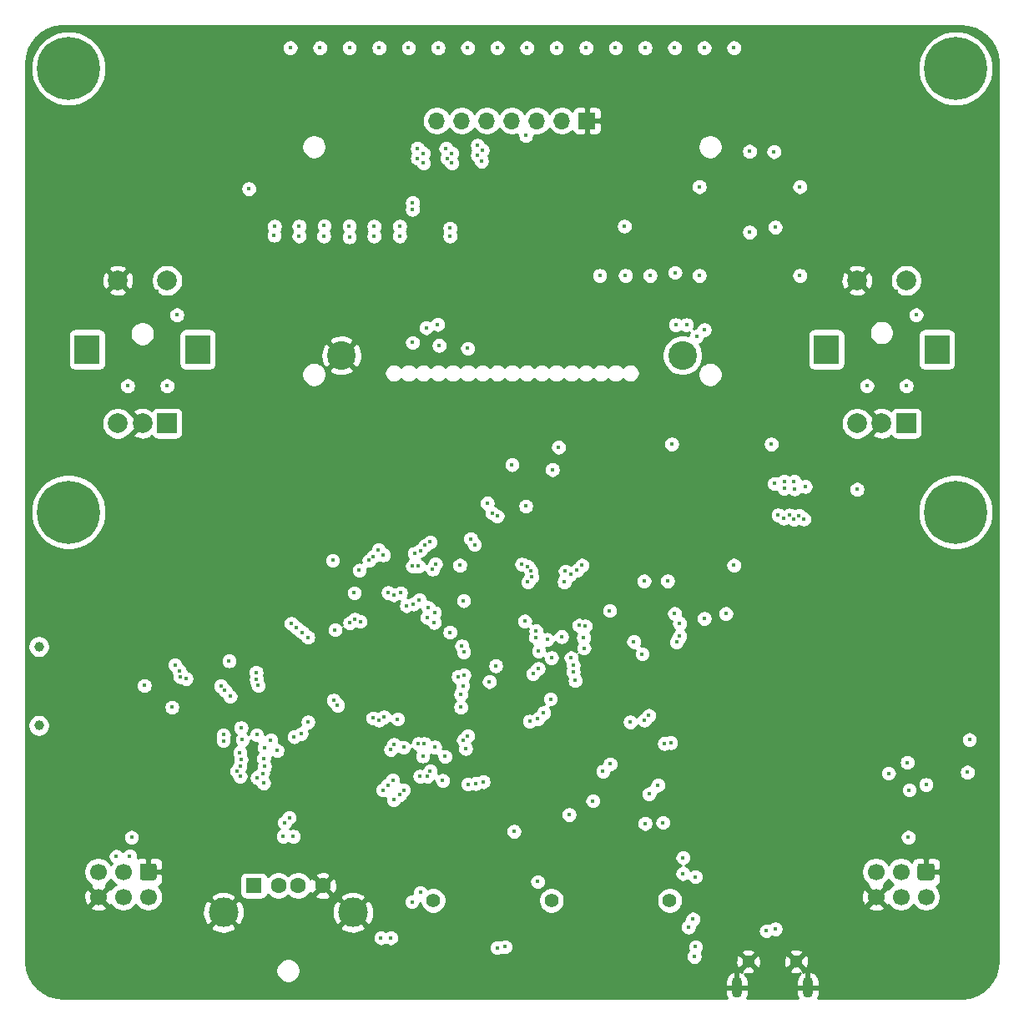
<source format=gbr>
%TF.GenerationSoftware,KiCad,Pcbnew,(5.1.8-0-10_14)*%
%TF.CreationDate,2021-11-08T19:43:21+01:00*%
%TF.ProjectId,KLST_SHEEP,4b4c5354-5f53-4484-9545-502e6b696361,0.1*%
%TF.SameCoordinates,Original*%
%TF.FileFunction,Copper,L2,Inr*%
%TF.FilePolarity,Positive*%
%FSLAX46Y46*%
G04 Gerber Fmt 4.6, Leading zero omitted, Abs format (unit mm)*
G04 Created by KiCad (PCBNEW (5.1.8-0-10_14)) date 2021-11-08 19:43:21*
%MOMM*%
%LPD*%
G01*
G04 APERTURE LIST*
%TA.AperFunction,ComponentPad*%
%ADD10C,2.900000*%
%TD*%
%TA.AperFunction,ComponentPad*%
%ADD11R,1.700000X1.700000*%
%TD*%
%TA.AperFunction,ComponentPad*%
%ADD12O,1.700000X1.700000*%
%TD*%
%TA.AperFunction,ComponentPad*%
%ADD13C,1.700000*%
%TD*%
%TA.AperFunction,WasherPad*%
%ADD14C,1.400000*%
%TD*%
%TA.AperFunction,ComponentPad*%
%ADD15C,1.300000*%
%TD*%
%TA.AperFunction,ComponentPad*%
%ADD16O,1.070000X2.140000*%
%TD*%
%TA.AperFunction,WasherPad*%
%ADD17C,1.000000*%
%TD*%
%TA.AperFunction,ComponentPad*%
%ADD18C,1.600000*%
%TD*%
%TA.AperFunction,ComponentPad*%
%ADD19R,1.600000X1.500000*%
%TD*%
%TA.AperFunction,ComponentPad*%
%ADD20C,3.000000*%
%TD*%
%TA.AperFunction,ComponentPad*%
%ADD21C,2.000000*%
%TD*%
%TA.AperFunction,ComponentPad*%
%ADD22R,2.500000X3.000000*%
%TD*%
%TA.AperFunction,ComponentPad*%
%ADD23R,2.000000X2.000000*%
%TD*%
%TA.AperFunction,ComponentPad*%
%ADD24C,6.400000*%
%TD*%
%TA.AperFunction,ComponentPad*%
%ADD25C,0.800000*%
%TD*%
%TA.AperFunction,ViaPad*%
%ADD26C,0.400000*%
%TD*%
%TA.AperFunction,Conductor*%
%ADD27C,0.254000*%
%TD*%
%TA.AperFunction,Conductor*%
%ADD28C,0.100000*%
%TD*%
G04 APERTURE END LIST*
D10*
%TO.N,Net-(DS1-PadA)*%
%TO.C,DS1*%
X147300000Y-84100000D03*
%TO.N,GND*%
X112700000Y-84100000D03*
%TD*%
D11*
%TO.N,GND*%
%TO.C,J8*%
X137600000Y-60300000D03*
D12*
%TO.N,+3V3*%
X135060000Y-60300000D03*
%TO.N,/SPI_DISPLAY_SCK*%
X132520000Y-60300000D03*
%TO.N,/SPI_DISPLAY_MOSI*%
X129980000Y-60300000D03*
%TO.N,/SPI_DISPLAY_RESET*%
X127440000Y-60300000D03*
%TO.N,/SPI_DISPLAY_REGISTER_SELECT*%
X124900000Y-60300000D03*
%TO.N,/SPI_DISPLAY_CS*%
X122360000Y-60300000D03*
%TD*%
%TO.N,GND*%
%TO.C,J13*%
%TA.AperFunction,ComponentPad*%
G36*
G01*
X171400000Y-135650000D02*
X172600000Y-135650000D01*
G75*
G02*
X172850000Y-135900000I0J-250000D01*
G01*
X172850000Y-137100000D01*
G75*
G02*
X172600000Y-137350000I-250000J0D01*
G01*
X171400000Y-137350000D01*
G75*
G02*
X171150000Y-137100000I0J250000D01*
G01*
X171150000Y-135900000D01*
G75*
G02*
X171400000Y-135650000I250000J0D01*
G01*
G37*
%TD.AperFunction*%
D13*
%TO.N,Net-(D18-Pad2)*%
X169460000Y-136500000D03*
%TO.N,/SERIAL_00_RX*%
X166920000Y-136500000D03*
%TO.N,/SERIAL_00_TX*%
X172000000Y-139040000D03*
%TO.N,Net-(D18-Pad2)*%
X169460000Y-139040000D03*
%TO.N,GND*%
X166920000Y-139040000D03*
%TD*%
D14*
%TO.N,*%
%TO.C,J10*%
X146000000Y-139400000D03*
%TD*%
%TO.N,*%
%TO.C,J12*%
X122000000Y-139400000D03*
%TD*%
%TO.N,*%
%TO.C,J11*%
X134000000Y-139400000D03*
%TD*%
%TO.N,GND*%
%TO.C,J15*%
%TA.AperFunction,ComponentPad*%
G36*
G01*
X92500000Y-135650000D02*
X93700000Y-135650000D01*
G75*
G02*
X93950000Y-135900000I0J-250000D01*
G01*
X93950000Y-137100000D01*
G75*
G02*
X93700000Y-137350000I-250000J0D01*
G01*
X92500000Y-137350000D01*
G75*
G02*
X92250000Y-137100000I0J250000D01*
G01*
X92250000Y-135900000D01*
G75*
G02*
X92500000Y-135650000I250000J0D01*
G01*
G37*
%TD.AperFunction*%
D13*
%TO.N,Net-(D19-Pad2)*%
X90560000Y-136500000D03*
%TO.N,/SERIAL_01_RX*%
X88020000Y-136500000D03*
%TO.N,/SERIAL_01_TX*%
X93100000Y-139040000D03*
%TO.N,Net-(D19-Pad2)*%
X90560000Y-139040000D03*
%TO.N,GND*%
X88020000Y-139040000D03*
%TD*%
D15*
%TO.N,GND*%
%TO.C,J5*%
X153975000Y-145600000D03*
X158825000Y-145600000D03*
D16*
X152800000Y-148250000D03*
X160000000Y-148250000D03*
%TD*%
D17*
%TO.N,*%
%TO.C,J1*%
X82000000Y-121650000D03*
X82000000Y-113650000D03*
%TD*%
D18*
%TO.N,GND*%
%TO.C,J3*%
X110800000Y-137900000D03*
%TO.N,Net-(J3-Pad3)*%
X108300000Y-137900000D03*
%TO.N,Net-(J3-Pad2)*%
X106300000Y-137900000D03*
D19*
%TO.N,+5V*%
X103800000Y-137900000D03*
D20*
%TO.N,GND*%
X113870000Y-140610000D03*
X100730000Y-140610000D03*
%TD*%
D21*
%TO.N,GND*%
%TO.C,SW4*%
X90000000Y-76500000D03*
%TO.N,Net-(R47-Pad1)*%
X95000000Y-76500000D03*
D22*
%TO.N,N/C*%
X86900000Y-83500000D03*
X98100000Y-83500000D03*
D21*
%TO.N,Net-(C52-Pad1)*%
X90000000Y-91000000D03*
%TO.N,GND*%
X92500000Y-91000000D03*
D23*
%TO.N,Net-(C51-Pad1)*%
X95000000Y-91000000D03*
%TD*%
D21*
%TO.N,GND*%
%TO.C,SW3*%
X165000000Y-76500000D03*
%TO.N,Net-(R41-Pad1)*%
X170000000Y-76500000D03*
D22*
%TO.N,N/C*%
X161900000Y-83500000D03*
X173100000Y-83500000D03*
D21*
%TO.N,Net-(C49-Pad1)*%
X165000000Y-91000000D03*
%TO.N,GND*%
X167500000Y-91000000D03*
D23*
%TO.N,Net-(C48-Pad1)*%
X170000000Y-91000000D03*
%TD*%
D24*
%TO.N,N/C*%
%TO.C,H4*%
X175000000Y-100000000D03*
D25*
X177400000Y-100000000D03*
X176697056Y-101697056D03*
X175000000Y-102400000D03*
X173302944Y-101697056D03*
X172600000Y-100000000D03*
X173302944Y-98302944D03*
X175000000Y-97600000D03*
X176697056Y-98302944D03*
%TD*%
D24*
%TO.N,N/C*%
%TO.C,H3*%
X85000000Y-100000000D03*
D25*
X87400000Y-100000000D03*
X86697056Y-101697056D03*
X85000000Y-102400000D03*
X83302944Y-101697056D03*
X82600000Y-100000000D03*
X83302944Y-98302944D03*
X85000000Y-97600000D03*
X86697056Y-98302944D03*
%TD*%
D24*
%TO.N,N/C*%
%TO.C,H2*%
X175000000Y-55000000D03*
D25*
X177400000Y-55000000D03*
X176697056Y-56697056D03*
X175000000Y-57400000D03*
X173302944Y-56697056D03*
X172600000Y-55000000D03*
X173302944Y-53302944D03*
X175000000Y-52600000D03*
X176697056Y-53302944D03*
%TD*%
D24*
%TO.N,N/C*%
%TO.C,H1*%
X85000000Y-55000000D03*
D25*
X87400000Y-55000000D03*
X86697056Y-56697056D03*
X85000000Y-57400000D03*
X83302944Y-56697056D03*
X82600000Y-55000000D03*
X83302944Y-53302944D03*
X85000000Y-52600000D03*
X86697056Y-53302944D03*
%TD*%
D26*
%TO.N,GND*%
X137400000Y-135900000D03*
X142399811Y-133266313D03*
X155600000Y-147300000D03*
X157200000Y-147300000D03*
X157700000Y-146600000D03*
X174800000Y-133700000D03*
X176400000Y-125100000D03*
X176400000Y-129100000D03*
X124600000Y-134900000D03*
X119400000Y-134700000D03*
X143400000Y-147100000D03*
X136600000Y-147100000D03*
X128000000Y-147100000D03*
X119400000Y-147100000D03*
X85400000Y-126400000D03*
X92400000Y-125500000D03*
X92400000Y-110800000D03*
X85400000Y-110900000D03*
X92700000Y-115300000D03*
X132100000Y-131700000D03*
X136600000Y-132800006D03*
X131300000Y-134700000D03*
X149500000Y-113900000D03*
X149500000Y-114500000D03*
X152300000Y-109200000D03*
X151800000Y-107600000D03*
X138700000Y-108700000D03*
X139800000Y-116400000D03*
X176400000Y-127600000D03*
X173900000Y-127700000D03*
X113000000Y-104200000D03*
X129200000Y-117400000D03*
X131300000Y-112499976D03*
X90000000Y-87200000D03*
X94000000Y-87200000D03*
X94000000Y-77600000D03*
X103300000Y-76000000D03*
X136400000Y-67000000D03*
X151600000Y-67000000D03*
X163800000Y-93100000D03*
X143800000Y-91100000D03*
X128800000Y-99100000D03*
X130000000Y-99100000D03*
X169000000Y-77600000D03*
X169000000Y-87200000D03*
X137599992Y-116400000D03*
X138100000Y-119800000D03*
X150200000Y-118900000D03*
X127000000Y-84900000D03*
X107800000Y-119999990D03*
X165000000Y-87200000D03*
X107500000Y-57100000D03*
X110500000Y-57100000D03*
X113500000Y-57100000D03*
X116500000Y-57100000D03*
X119500000Y-57100000D03*
X125500000Y-57100000D03*
X128500000Y-57100000D03*
X131500000Y-57100000D03*
X134500000Y-57100000D03*
X137500000Y-57100000D03*
X140500000Y-57100000D03*
X143500000Y-57100000D03*
X146500000Y-57100000D03*
X149500000Y-57100000D03*
X152500000Y-57100000D03*
X151513589Y-75913589D03*
X136349942Y-76200000D03*
X100499990Y-75908606D03*
X136048413Y-83100032D03*
X137486357Y-83100032D03*
X138992219Y-83100032D03*
X140486357Y-83100032D03*
X141986357Y-83100032D03*
X128511412Y-83100010D03*
X131200000Y-109300000D03*
X128700000Y-108100000D03*
X125049652Y-111602461D03*
X137701805Y-109205316D03*
X132641761Y-98917798D03*
X123888120Y-103739208D03*
X155000000Y-97699930D03*
X145000000Y-97699930D03*
X122500000Y-57099979D03*
X149500000Y-109400000D03*
X128500000Y-116800000D03*
X102200000Y-114500000D03*
X151400000Y-113900000D03*
X125198973Y-124997738D03*
X127900000Y-130800000D03*
X109400000Y-129000000D03*
X97400000Y-123500000D03*
X105300000Y-121400000D03*
X116600000Y-125400000D03*
X101600000Y-134100000D03*
X128000000Y-122100000D03*
X165600000Y-131800000D03*
X138900000Y-93900000D03*
X122800000Y-98700000D03*
X118800000Y-87900000D03*
X115900000Y-109100000D03*
X151400000Y-95700000D03*
X121300000Y-112900000D03*
X127900000Y-103900000D03*
X134600000Y-103600000D03*
X112300000Y-110900000D03*
X119600000Y-84000000D03*
X106600000Y-110900000D03*
%TO.N,+3V3*%
X168200000Y-126500000D03*
X170200000Y-133000000D03*
X176400000Y-123100000D03*
X91400000Y-133000000D03*
X92700000Y-117600000D03*
X151699978Y-110300000D03*
X139900000Y-110000000D03*
X136800000Y-111500000D03*
X176200000Y-126400000D03*
X172000000Y-127649998D03*
X111800018Y-104900000D03*
X95000000Y-87200000D03*
X91000000Y-87200000D03*
X96000000Y-80000000D03*
X149000000Y-67000000D03*
X149000000Y-76000000D03*
X159200000Y-67000000D03*
X156300000Y-93100000D03*
X127500000Y-99100000D03*
X154100000Y-63400000D03*
X171000000Y-80000000D03*
X170000000Y-87200000D03*
X109300000Y-121300000D03*
X125500000Y-83400000D03*
X166000000Y-87200021D03*
X146200004Y-93100000D03*
X156563589Y-63436411D03*
X131290049Y-111062804D03*
X145790006Y-106990000D03*
X143400000Y-107000000D03*
X124700000Y-105400000D03*
X165000000Y-97699930D03*
X159200000Y-76000000D03*
X103300000Y-67200010D03*
X149500000Y-110800000D03*
X128349988Y-115600000D03*
X124800000Y-118500000D03*
X127700000Y-117200000D03*
X125300000Y-124000000D03*
%TO.N,+3.3VA*%
X137300000Y-113800000D03*
X136000000Y-114800000D03*
X132426203Y-112051048D03*
X136399997Y-117099997D03*
%TO.N,/audio_codec_WM8731/SIGNAL_IN_RIGHT*%
X130200000Y-132400000D03*
X138200000Y-129300000D03*
%TO.N,/ENCODER_01_BUTTON*%
X96926918Y-116900140D03*
X104239300Y-117599979D03*
%TO.N,/ENCODER_00_BUTTON*%
X131600000Y-107100000D03*
X135299992Y-107100000D03*
%TO.N,/LED_00*%
X125087484Y-108999947D03*
%TO.N,Net-(D1-Pad1)*%
X107500000Y-52900000D03*
%TO.N,/LED_01*%
X122235904Y-105263101D03*
%TO.N,Net-(D2-Pad1)*%
X110500000Y-52900000D03*
%TO.N,/LED_02*%
X121941345Y-105785833D03*
%TO.N,Net-(D3-Pad1)*%
X113500000Y-52900000D03*
%TO.N,Net-(D4-Pad1)*%
X116500000Y-52900000D03*
%TO.N,/ADC_00*%
X120700000Y-103900000D03*
X148726108Y-82173233D03*
%TO.N,/ADC_01*%
X120100000Y-104200000D03*
X146600010Y-81000010D03*
%TO.N,/GPIO_07*%
X107600000Y-111300000D03*
X116000000Y-71000004D03*
%TO.N,/GPIO_06*%
X108150000Y-111750000D03*
X116000000Y-71999978D03*
%TO.N,/GPIO_05*%
X108700000Y-112200000D03*
X118600000Y-71000000D03*
%TO.N,/GPIO_04*%
X109300000Y-112700000D03*
X118600000Y-72000000D03*
%TO.N,/GPIO_03*%
X115900000Y-120900000D03*
X119900000Y-68600000D03*
%TO.N,/GPIO_02*%
X116485494Y-121108703D03*
X119900000Y-69300000D03*
%TO.N,/GPIO_01*%
X117000000Y-120800000D03*
X123700000Y-71200000D03*
%TO.N,/GPIO_00*%
X118400000Y-121000000D03*
X123700000Y-72000000D03*
%TO.N,/SWD_NRST*%
X132699990Y-114100000D03*
X125100021Y-114182029D03*
X133563306Y-112926768D03*
X135037151Y-112638077D03*
%TO.N,/SWD_SWCLK*%
X100873296Y-118090780D03*
X112300000Y-119600000D03*
%TO.N,/SWD_SWDIO*%
X100471943Y-117644765D03*
X111900000Y-119100032D03*
%TO.N,/BOOT_FLASH*%
X120946439Y-124753561D03*
X122962552Y-127235373D03*
X152500000Y-105400000D03*
X142000000Y-121300000D03*
%TO.N,/AUDIOCODEC_I2C_SCL*%
X147000010Y-112600000D03*
X147000010Y-111300000D03*
X120500000Y-123500000D03*
X139227004Y-126300175D03*
%TO.N,/AUDIOCODEC_I2C_SDA*%
X146700000Y-113200000D03*
X146500000Y-110300000D03*
X121100000Y-123500000D03*
X139963581Y-125563598D03*
%TO.N,/ENCODER_01_A*%
X96257099Y-116122834D03*
X104040409Y-116259591D03*
%TO.N,/ENCODER_01_B*%
X104058808Y-116985112D03*
X96339494Y-116717161D03*
%TO.N,/ENCODER_00_A*%
X135405137Y-105999990D03*
X131933236Y-106004293D03*
%TO.N,/ENCODER_00_B*%
X135928935Y-106315427D03*
X132005059Y-106599990D03*
%TO.N,/AUDIOCODEC_I2S_MCK*%
X143200000Y-114400000D03*
X136203566Y-116196444D03*
%TO.N,/AUDIOCODEC_I2S_CK*%
X137424751Y-111563812D03*
X137250367Y-112726755D03*
%TO.N,/audio_codec_WM8731/MIC_IN*%
X147900000Y-142100000D03*
X148500000Y-145100000D03*
%TO.N,/audio_codec_WM8731/SIGNAL_MIC_BIAS*%
X143900000Y-128600000D03*
X144800000Y-127700002D03*
%TO.N,/ADCDAT*%
X142346432Y-113146446D03*
X136200000Y-115499994D03*
%TO.N,/audio_codec_WM8731/HEADPHONE_LEFT*%
X147335752Y-136674297D03*
X147346434Y-135053556D03*
X143500000Y-131600000D03*
%TO.N,/audio_codec_WM8731/SIGNAL_HEADPHONE_LEFT*%
X143881805Y-120642568D03*
X146100000Y-123400000D03*
%TO.N,/audio_codec_WM8731/HEADPHONE_RIGHT*%
X148600000Y-137000000D03*
X145300000Y-131500000D03*
X148360008Y-141300000D03*
X148624272Y-144100000D03*
%TO.N,/audio_codec_WM8731/SIGNAL_HEADPHONE_RIGHT*%
X143412188Y-121112188D03*
X145455943Y-123476779D03*
%TO.N,/LINE_OUT_LEFT*%
X119853564Y-139546442D03*
X120700000Y-138600021D03*
X123400000Y-64100000D03*
X126500000Y-63799994D03*
X120400601Y-64100011D03*
X117700000Y-143200000D03*
%TO.N,/LINE_OUT_RIGHT*%
X123882746Y-64600012D03*
X121017248Y-64600021D03*
X126900000Y-64400000D03*
X116700000Y-143199968D03*
%TO.N,/LINE_IN_LEFT*%
X135800000Y-130700000D03*
X132600000Y-137499979D03*
X123300000Y-63100000D03*
X126495733Y-62799989D03*
X120400000Y-63100000D03*
X129300000Y-144100000D03*
%TO.N,/LINE_IN_RIGHT*%
X121000004Y-63600010D03*
X126979003Y-63301588D03*
X123888604Y-63600000D03*
X128500000Y-144199990D03*
%TO.N,/SDCARD_MOSI*%
X117900000Y-127200000D03*
X104700000Y-126500000D03*
X119000000Y-128200000D03*
X125072748Y-123121271D03*
X102406514Y-125789449D03*
X125518476Y-127600058D03*
%TO.N,/SDCARD_SCK*%
X95800000Y-115500000D03*
X101300000Y-115100000D03*
%TO.N,/SDCARD_MISO*%
X117400000Y-127700000D03*
X118600000Y-128699990D03*
X125500000Y-122700000D03*
X104150000Y-126950000D03*
X102091297Y-126299990D03*
X126308391Y-127553087D03*
%TO.N,/SDCARD_CS*%
X95500000Y-119800000D03*
X101400000Y-118700000D03*
%TO.N,/SDCARD_CARD_DETECT*%
X124800000Y-119800000D03*
X118000000Y-129200000D03*
X116900000Y-128200000D03*
X104800000Y-127500000D03*
X102419352Y-126816894D03*
X127070111Y-127357068D03*
%TO.N,/SERIAL_DEBUG_RX*%
X132123105Y-116406974D03*
X118008704Y-123585495D03*
X132606877Y-120970166D03*
X134100000Y-95700000D03*
X134718561Y-93418561D03*
X121423372Y-126797588D03*
%TO.N,/SERIAL_DEBUG_TX*%
X132654174Y-115875905D03*
X117700000Y-124100000D03*
X133205297Y-120371746D03*
X120664569Y-126807064D03*
%TO.N,/SWD_SWO*%
X130000000Y-95200000D03*
X118999996Y-123869670D03*
X131790282Y-121216839D03*
X121699968Y-126265133D03*
X132399956Y-112719568D03*
X131400000Y-99400000D03*
%TO.N,/SERIAL_01_RX*%
X89851046Y-134937070D03*
X91210010Y-134885974D03*
%TO.N,/SERIAL_00_RX*%
X131572053Y-105525167D03*
X136596439Y-105896439D03*
%TO.N,/SERIAL_00_TX*%
X131000000Y-105299967D03*
X137096439Y-105396439D03*
%TO.N,/USB_DEVICE-*%
X155800000Y-142500000D03*
X107900000Y-122800000D03*
%TO.N,/USB_DEVICE+*%
X156700000Y-142300000D03*
X108599996Y-122500000D03*
%TO.N,/USB_HOST+*%
X107799994Y-132900000D03*
X107400000Y-131000000D03*
%TO.N,/USB_HOST-*%
X106920589Y-131500010D03*
X106800000Y-132900032D03*
%TO.N,Net-(C10-Pad1)*%
X170300000Y-128200000D03*
X170099998Y-125400000D03*
%TO.N,Net-(D5-Pad1)*%
X119500000Y-52900000D03*
%TO.N,Net-(D6-Pad1)*%
X122500000Y-52900000D03*
%TO.N,Net-(D7-Pad1)*%
X125500000Y-52900000D03*
%TO.N,Net-(D8-Pad1)*%
X128500000Y-52900000D03*
%TO.N,Net-(D10-Pad1)*%
X131500000Y-52900000D03*
%TO.N,Net-(D11-Pad1)*%
X134500000Y-52900000D03*
%TO.N,Net-(D12-Pad1)*%
X137500000Y-52900000D03*
%TO.N,Net-(D13-Pad1)*%
X140500000Y-52900000D03*
%TO.N,Net-(D14-Pad1)*%
X143500000Y-52900000D03*
%TO.N,Net-(D15-Pad1)*%
X146500000Y-52900000D03*
%TO.N,Net-(D16-Pad1)*%
X149500000Y-52900000D03*
%TO.N,Net-(D17-Pad1)*%
X152500000Y-52900000D03*
%TO.N,/SPI_DISPLAY_MOSI*%
X104102821Y-122599355D03*
X102509182Y-121897463D03*
X131400000Y-61800000D03*
%TO.N,/SPI_DISPLAY_SCK*%
X106162936Y-124199946D03*
X102646189Y-123100010D03*
X122600000Y-83100000D03*
%TO.N,/SPI_DISPLAY_REGISTER_SELECT*%
X104800000Y-125000000D03*
X102400000Y-124400000D03*
%TO.N,/SPI_DISPLAY_RESET*%
X104896434Y-125803556D03*
X122460780Y-80960780D03*
X121303561Y-81303561D03*
X102503561Y-125096439D03*
%TO.N,/SPI_DISPLAY_CS*%
X100727216Y-122602043D03*
X105525877Y-123112997D03*
%TO.N,/BUTTON_PRG*%
X133898527Y-118971394D03*
X123200000Y-124800000D03*
X122149250Y-123837924D03*
X133999966Y-114774468D03*
%TO.N,/LED_03*%
X120500000Y-105500000D03*
%TO.N,/LED_04*%
X119900547Y-105474109D03*
%TO.N,/LED_05*%
X113542893Y-111246443D03*
%TO.N,/LED_06*%
X114042903Y-110877161D03*
%TO.N,/LED_07*%
X114600000Y-111100000D03*
%TO.N,/LED_08*%
X119300000Y-109500000D03*
X127981585Y-100097906D03*
X125799988Y-102714379D03*
%TO.N,/LED_09*%
X119999990Y-109334002D03*
X128500000Y-100400000D03*
X126199999Y-103300001D03*
%TO.N,/LED_10*%
X120600008Y-108900000D03*
X157000000Y-100300000D03*
X156618986Y-97112691D03*
%TO.N,/LED_11*%
X121500000Y-109699970D03*
X157550938Y-100621973D03*
X157621646Y-97596196D03*
%TO.N,/LED_12*%
X122137799Y-110199980D03*
X158121656Y-100309684D03*
X157618998Y-96878821D03*
%TO.N,/LED_13*%
X121400000Y-110700000D03*
X158599989Y-100722839D03*
X158662223Y-97652499D03*
%TO.N,/LED_14*%
X122100016Y-111200000D03*
X159121668Y-100337765D03*
X158619010Y-96902165D03*
%TO.N,/LED_15*%
X123700000Y-112200000D03*
X159600002Y-100700002D03*
X159738034Y-97403600D03*
%TO.N,/I2C_USR_SDA*%
X156700000Y-71100000D03*
X114000000Y-108200000D03*
%TO.N,/I2C_USR_SCL*%
X114500000Y-105900000D03*
X154100000Y-71600000D03*
%TO.N,/SPI_USR_CS*%
X146536834Y-75699979D03*
X116946439Y-104346439D03*
%TO.N,/SPI_USR_SCK*%
X144000000Y-76000000D03*
X116446429Y-103842367D03*
%TO.N,/SPI_DISPLAY_MISO*%
X104857923Y-123899990D03*
X100708898Y-123201776D03*
X119900000Y-82800000D03*
X141400000Y-71000000D03*
%TO.N,/SPI_USR_MISO*%
X141500000Y-76000000D03*
X115946428Y-104492132D03*
%TO.N,/SPI_USR_MOSI*%
X115500000Y-104899976D03*
X138900000Y-76000000D03*
%TO.N,/GPIO_09*%
X117442903Y-108177161D03*
X113490000Y-70990014D03*
%TO.N,/GPIO_08*%
X113500000Y-72100000D03*
X112046444Y-111946434D03*
%TO.N,/GPIO_11*%
X110950003Y-70949997D03*
X118700020Y-108200000D03*
%TO.N,/GPIO_10*%
X118000000Y-108400000D03*
X110900000Y-71999998D03*
%TO.N,/GPIO_13*%
X108400006Y-71000000D03*
X125114541Y-116528331D03*
%TO.N,/GPIO_12*%
X124900000Y-113600000D03*
X108400000Y-72000000D03*
%TO.N,/GPIO_15*%
X125008703Y-117614506D03*
X105900000Y-71000000D03*
%TO.N,/GPIO_14*%
X124539608Y-116699990D03*
X105870000Y-71930024D03*
%TO.N,/DAC_01*%
X147700000Y-81000000D03*
X121192973Y-103376389D03*
%TO.N,/DAC_00*%
X149500004Y-81500000D03*
X121688076Y-103037438D03*
%TD*%
D27*
%TO.N,GND*%
X176225555Y-50732221D02*
X176924940Y-50937398D01*
X177572904Y-51271120D01*
X178146074Y-51721353D01*
X178623762Y-52271839D01*
X178988742Y-52902730D01*
X179227836Y-53591248D01*
X179335790Y-54335790D01*
X179340000Y-54508063D01*
X179340001Y-145468581D01*
X179267779Y-146225555D01*
X179062602Y-146924940D01*
X178728878Y-147572906D01*
X178278650Y-148146072D01*
X177728159Y-148623763D01*
X177097270Y-148988741D01*
X176408752Y-149227836D01*
X175664210Y-149335790D01*
X175491937Y-149340000D01*
X161036628Y-149340000D01*
X161122742Y-149137815D01*
X161170000Y-148912000D01*
X161170000Y-148377000D01*
X160127000Y-148377000D01*
X160127000Y-148397000D01*
X159873000Y-148397000D01*
X159873000Y-148377000D01*
X158830000Y-148377000D01*
X158830000Y-148912000D01*
X158877258Y-149137815D01*
X158963372Y-149340000D01*
X153836628Y-149340000D01*
X153922742Y-149137815D01*
X153970000Y-148912000D01*
X153970000Y-148377000D01*
X152927000Y-148377000D01*
X152927000Y-148397000D01*
X152673000Y-148397000D01*
X152673000Y-148377000D01*
X151630000Y-148377000D01*
X151630000Y-148912000D01*
X151677258Y-149137815D01*
X151763372Y-149340000D01*
X84531409Y-149340000D01*
X83774445Y-149267779D01*
X83075060Y-149062602D01*
X82427094Y-148728878D01*
X81853928Y-148278650D01*
X81376237Y-147728159D01*
X81011259Y-147097270D01*
X80772164Y-146408752D01*
X80771025Y-146400890D01*
X106040048Y-146400890D01*
X106040048Y-146647110D01*
X106088083Y-146888598D01*
X106182307Y-147116074D01*
X106319099Y-147320798D01*
X106493202Y-147494901D01*
X106697926Y-147631693D01*
X106925402Y-147725917D01*
X107166890Y-147773952D01*
X107413110Y-147773952D01*
X107654598Y-147725917D01*
X107882074Y-147631693D01*
X107947465Y-147588000D01*
X151630000Y-147588000D01*
X151630000Y-148123000D01*
X152673000Y-148123000D01*
X152673000Y-146711756D01*
X152927000Y-146711756D01*
X152927000Y-148123000D01*
X153970000Y-148123000D01*
X153970000Y-147588000D01*
X153922742Y-147362185D01*
X153832338Y-147149928D01*
X153702262Y-146959387D01*
X153562695Y-146822569D01*
X153798524Y-146879102D01*
X154051455Y-146888952D01*
X154301449Y-146849270D01*
X154538896Y-146761578D01*
X154627534Y-146714201D01*
X154680922Y-146485527D01*
X158119078Y-146485527D01*
X158172466Y-146714201D01*
X158402374Y-146820095D01*
X158648524Y-146879102D01*
X158901455Y-146888952D01*
X159151449Y-146849270D01*
X159245499Y-146814536D01*
X159097738Y-146959387D01*
X158967662Y-147149928D01*
X158877258Y-147362185D01*
X158830000Y-147588000D01*
X158830000Y-148123000D01*
X159873000Y-148123000D01*
X159873000Y-146711756D01*
X160127000Y-146711756D01*
X160127000Y-148123000D01*
X161170000Y-148123000D01*
X161170000Y-147588000D01*
X161122742Y-147362185D01*
X161032338Y-147149928D01*
X160902262Y-146959387D01*
X160737513Y-146797883D01*
X160544421Y-146671623D01*
X160307383Y-146586100D01*
X160127000Y-146711756D01*
X159873000Y-146711756D01*
X159692617Y-146586100D01*
X159490408Y-146659057D01*
X159530922Y-146485527D01*
X158825000Y-145779605D01*
X158119078Y-146485527D01*
X154680922Y-146485527D01*
X153975000Y-145779605D01*
X153269078Y-146485527D01*
X153309592Y-146659057D01*
X153107383Y-146586100D01*
X152927000Y-146711756D01*
X152673000Y-146711756D01*
X152492617Y-146586100D01*
X152255579Y-146671623D01*
X152062487Y-146797883D01*
X151897738Y-146959387D01*
X151767662Y-147149928D01*
X151677258Y-147362185D01*
X151630000Y-147588000D01*
X107947465Y-147588000D01*
X108086798Y-147494901D01*
X108260901Y-147320798D01*
X108397693Y-147116074D01*
X108491917Y-146888598D01*
X108539952Y-146647110D01*
X108539952Y-146400890D01*
X108491917Y-146159402D01*
X108397693Y-145931926D01*
X108260901Y-145727202D01*
X108086798Y-145553099D01*
X107882074Y-145416307D01*
X107654598Y-145322083D01*
X107413110Y-145274048D01*
X107166890Y-145274048D01*
X106925402Y-145322083D01*
X106697926Y-145416307D01*
X106493202Y-145553099D01*
X106319099Y-145727202D01*
X106182307Y-145931926D01*
X106088083Y-146159402D01*
X106040048Y-146400890D01*
X80771025Y-146400890D01*
X80664210Y-145664210D01*
X80660000Y-145491937D01*
X80660000Y-144117750D01*
X127665000Y-144117750D01*
X127665000Y-144282230D01*
X127697089Y-144443550D01*
X127760033Y-144595511D01*
X127851413Y-144732271D01*
X127967719Y-144848577D01*
X128104479Y-144939957D01*
X128256440Y-145002901D01*
X128417760Y-145034990D01*
X128582240Y-145034990D01*
X128668859Y-145017760D01*
X147665000Y-145017760D01*
X147665000Y-145182240D01*
X147697089Y-145343560D01*
X147760033Y-145495521D01*
X147851413Y-145632281D01*
X147967719Y-145748587D01*
X148104479Y-145839967D01*
X148256440Y-145902911D01*
X148417760Y-145935000D01*
X148582240Y-145935000D01*
X148743560Y-145902911D01*
X148895521Y-145839967D01*
X149032281Y-145748587D01*
X149104413Y-145676455D01*
X152686048Y-145676455D01*
X152725730Y-145926449D01*
X152813422Y-146163896D01*
X152860799Y-146252534D01*
X153089473Y-146305922D01*
X153795395Y-145600000D01*
X154154605Y-145600000D01*
X154860527Y-146305922D01*
X155089201Y-146252534D01*
X155195095Y-146022626D01*
X155254102Y-145776476D01*
X155257997Y-145676455D01*
X157536048Y-145676455D01*
X157575730Y-145926449D01*
X157663422Y-146163896D01*
X157710799Y-146252534D01*
X157939473Y-146305922D01*
X158645395Y-145600000D01*
X159004605Y-145600000D01*
X159710527Y-146305922D01*
X159939201Y-146252534D01*
X160045095Y-146022626D01*
X160104102Y-145776476D01*
X160113952Y-145523545D01*
X160074270Y-145273551D01*
X159986578Y-145036104D01*
X159939201Y-144947466D01*
X159710527Y-144894078D01*
X159004605Y-145600000D01*
X158645395Y-145600000D01*
X157939473Y-144894078D01*
X157710799Y-144947466D01*
X157604905Y-145177374D01*
X157545898Y-145423524D01*
X157536048Y-145676455D01*
X155257997Y-145676455D01*
X155263952Y-145523545D01*
X155224270Y-145273551D01*
X155136578Y-145036104D01*
X155089201Y-144947466D01*
X154860527Y-144894078D01*
X154154605Y-145600000D01*
X153795395Y-145600000D01*
X153089473Y-144894078D01*
X152860799Y-144947466D01*
X152754905Y-145177374D01*
X152695898Y-145423524D01*
X152686048Y-145676455D01*
X149104413Y-145676455D01*
X149148587Y-145632281D01*
X149239967Y-145495521D01*
X149302911Y-145343560D01*
X149335000Y-145182240D01*
X149335000Y-145017760D01*
X149302911Y-144856440D01*
X149244107Y-144714473D01*
X153269078Y-144714473D01*
X153975000Y-145420395D01*
X154680922Y-144714473D01*
X158119078Y-144714473D01*
X158825000Y-145420395D01*
X159530922Y-144714473D01*
X159477534Y-144485799D01*
X159247626Y-144379905D01*
X159001476Y-144320898D01*
X158748545Y-144311048D01*
X158498551Y-144350730D01*
X158261104Y-144438422D01*
X158172466Y-144485799D01*
X158119078Y-144714473D01*
X154680922Y-144714473D01*
X154627534Y-144485799D01*
X154397626Y-144379905D01*
X154151476Y-144320898D01*
X153898545Y-144311048D01*
X153648551Y-144350730D01*
X153411104Y-144438422D01*
X153322466Y-144485799D01*
X153269078Y-144714473D01*
X149244107Y-144714473D01*
X149239967Y-144704479D01*
X149224223Y-144680917D01*
X149272859Y-144632281D01*
X149364239Y-144495521D01*
X149427183Y-144343560D01*
X149459272Y-144182240D01*
X149459272Y-144017760D01*
X149427183Y-143856440D01*
X149364239Y-143704479D01*
X149272859Y-143567719D01*
X149156553Y-143451413D01*
X149019793Y-143360033D01*
X148867832Y-143297089D01*
X148706512Y-143265000D01*
X148542032Y-143265000D01*
X148380712Y-143297089D01*
X148228751Y-143360033D01*
X148091991Y-143451413D01*
X147975685Y-143567719D01*
X147884305Y-143704479D01*
X147821361Y-143856440D01*
X147789272Y-144017760D01*
X147789272Y-144182240D01*
X147821361Y-144343560D01*
X147884305Y-144495521D01*
X147900049Y-144519083D01*
X147851413Y-144567719D01*
X147760033Y-144704479D01*
X147697089Y-144856440D01*
X147665000Y-145017760D01*
X128668859Y-145017760D01*
X128743560Y-145002901D01*
X128895521Y-144939957D01*
X128991328Y-144875941D01*
X129056440Y-144902911D01*
X129217760Y-144935000D01*
X129382240Y-144935000D01*
X129543560Y-144902911D01*
X129695521Y-144839967D01*
X129832281Y-144748587D01*
X129948587Y-144632281D01*
X130039967Y-144495521D01*
X130102911Y-144343560D01*
X130135000Y-144182240D01*
X130135000Y-144017760D01*
X130102911Y-143856440D01*
X130039967Y-143704479D01*
X129948587Y-143567719D01*
X129832281Y-143451413D01*
X129695521Y-143360033D01*
X129543560Y-143297089D01*
X129382240Y-143265000D01*
X129217760Y-143265000D01*
X129056440Y-143297089D01*
X128904479Y-143360033D01*
X128808672Y-143424049D01*
X128743560Y-143397079D01*
X128582240Y-143364990D01*
X128417760Y-143364990D01*
X128256440Y-143397079D01*
X128104479Y-143460023D01*
X127967719Y-143551403D01*
X127851413Y-143667709D01*
X127760033Y-143804469D01*
X127697089Y-143956430D01*
X127665000Y-144117750D01*
X80660000Y-144117750D01*
X80660000Y-143117728D01*
X115865000Y-143117728D01*
X115865000Y-143282208D01*
X115897089Y-143443528D01*
X115960033Y-143595489D01*
X116051413Y-143732249D01*
X116167719Y-143848555D01*
X116304479Y-143939935D01*
X116456440Y-144002879D01*
X116617760Y-144034968D01*
X116782240Y-144034968D01*
X116943560Y-144002879D01*
X117095521Y-143939935D01*
X117199976Y-143870140D01*
X117304479Y-143939967D01*
X117456440Y-144002911D01*
X117617760Y-144035000D01*
X117782240Y-144035000D01*
X117943560Y-144002911D01*
X118095521Y-143939967D01*
X118232281Y-143848587D01*
X118348587Y-143732281D01*
X118439967Y-143595521D01*
X118502911Y-143443560D01*
X118535000Y-143282240D01*
X118535000Y-143117760D01*
X118502911Y-142956440D01*
X118439967Y-142804479D01*
X118348587Y-142667719D01*
X118232281Y-142551413D01*
X118095521Y-142460033D01*
X117943560Y-142397089D01*
X117782240Y-142365000D01*
X117617760Y-142365000D01*
X117456440Y-142397089D01*
X117304479Y-142460033D01*
X117200024Y-142529828D01*
X117095521Y-142460001D01*
X116943560Y-142397057D01*
X116782240Y-142364968D01*
X116617760Y-142364968D01*
X116456440Y-142397057D01*
X116304479Y-142460001D01*
X116167719Y-142551381D01*
X116051413Y-142667687D01*
X115960033Y-142804447D01*
X115897089Y-142956408D01*
X115865000Y-143117728D01*
X80660000Y-143117728D01*
X80660000Y-142101653D01*
X99417952Y-142101653D01*
X99573962Y-142417214D01*
X99948745Y-142608020D01*
X100353551Y-142722044D01*
X100772824Y-142754902D01*
X101190451Y-142705334D01*
X101590383Y-142575243D01*
X101886038Y-142417214D01*
X102042048Y-142101653D01*
X112557952Y-142101653D01*
X112713962Y-142417214D01*
X113088745Y-142608020D01*
X113493551Y-142722044D01*
X113912824Y-142754902D01*
X114330451Y-142705334D01*
X114730383Y-142575243D01*
X115026038Y-142417214D01*
X115182048Y-142101653D01*
X115098155Y-142017760D01*
X147065000Y-142017760D01*
X147065000Y-142182240D01*
X147097089Y-142343560D01*
X147160033Y-142495521D01*
X147251413Y-142632281D01*
X147367719Y-142748587D01*
X147504479Y-142839967D01*
X147656440Y-142902911D01*
X147817760Y-142935000D01*
X147982240Y-142935000D01*
X148143560Y-142902911D01*
X148295521Y-142839967D01*
X148432281Y-142748587D01*
X148548587Y-142632281D01*
X148639967Y-142495521D01*
X148672176Y-142417760D01*
X154965000Y-142417760D01*
X154965000Y-142582240D01*
X154997089Y-142743560D01*
X155060033Y-142895521D01*
X155151413Y-143032281D01*
X155267719Y-143148587D01*
X155404479Y-143239967D01*
X155556440Y-143302911D01*
X155717760Y-143335000D01*
X155882240Y-143335000D01*
X156043560Y-143302911D01*
X156195521Y-143239967D01*
X156332281Y-143148587D01*
X156400944Y-143079924D01*
X156456440Y-143102911D01*
X156617760Y-143135000D01*
X156782240Y-143135000D01*
X156943560Y-143102911D01*
X157095521Y-143039967D01*
X157232281Y-142948587D01*
X157348587Y-142832281D01*
X157439967Y-142695521D01*
X157502911Y-142543560D01*
X157535000Y-142382240D01*
X157535000Y-142217760D01*
X157502911Y-142056440D01*
X157439967Y-141904479D01*
X157348587Y-141767719D01*
X157232281Y-141651413D01*
X157095521Y-141560033D01*
X156943560Y-141497089D01*
X156782240Y-141465000D01*
X156617760Y-141465000D01*
X156456440Y-141497089D01*
X156304479Y-141560033D01*
X156167719Y-141651413D01*
X156099056Y-141720076D01*
X156043560Y-141697089D01*
X155882240Y-141665000D01*
X155717760Y-141665000D01*
X155556440Y-141697089D01*
X155404479Y-141760033D01*
X155267719Y-141851413D01*
X155151413Y-141967719D01*
X155060033Y-142104479D01*
X154997089Y-142256440D01*
X154965000Y-142417760D01*
X148672176Y-142417760D01*
X148702911Y-142343560D01*
X148735000Y-142182240D01*
X148735000Y-142048470D01*
X148755529Y-142039967D01*
X148892289Y-141948587D01*
X149008595Y-141832281D01*
X149099975Y-141695521D01*
X149162919Y-141543560D01*
X149195008Y-141382240D01*
X149195008Y-141217760D01*
X149162919Y-141056440D01*
X149099975Y-140904479D01*
X149008595Y-140767719D01*
X148892289Y-140651413D01*
X148755529Y-140560033D01*
X148603568Y-140497089D01*
X148442248Y-140465000D01*
X148277768Y-140465000D01*
X148116448Y-140497089D01*
X147964487Y-140560033D01*
X147827727Y-140651413D01*
X147711421Y-140767719D01*
X147620041Y-140904479D01*
X147557097Y-141056440D01*
X147525008Y-141217760D01*
X147525008Y-141351530D01*
X147504479Y-141360033D01*
X147367719Y-141451413D01*
X147251413Y-141567719D01*
X147160033Y-141704479D01*
X147097089Y-141856440D01*
X147065000Y-142017760D01*
X115098155Y-142017760D01*
X113870000Y-140789605D01*
X112557952Y-142101653D01*
X102042048Y-142101653D01*
X100730000Y-140789605D01*
X99417952Y-142101653D01*
X80660000Y-142101653D01*
X80660000Y-140652824D01*
X98585098Y-140652824D01*
X98634666Y-141070451D01*
X98764757Y-141470383D01*
X98922786Y-141766038D01*
X99238347Y-141922048D01*
X100550395Y-140610000D01*
X100909605Y-140610000D01*
X102221653Y-141922048D01*
X102537214Y-141766038D01*
X102728020Y-141391255D01*
X102842044Y-140986449D01*
X102868189Y-140652824D01*
X111725098Y-140652824D01*
X111774666Y-141070451D01*
X111904757Y-141470383D01*
X112062786Y-141766038D01*
X112378347Y-141922048D01*
X113690395Y-140610000D01*
X114049605Y-140610000D01*
X115361653Y-141922048D01*
X115677214Y-141766038D01*
X115868020Y-141391255D01*
X115982044Y-140986449D01*
X116014902Y-140567176D01*
X115965334Y-140149549D01*
X115835243Y-139749617D01*
X115682688Y-139464202D01*
X119018564Y-139464202D01*
X119018564Y-139628682D01*
X119050653Y-139790002D01*
X119113597Y-139941963D01*
X119204977Y-140078723D01*
X119321283Y-140195029D01*
X119458043Y-140286409D01*
X119610004Y-140349353D01*
X119771324Y-140381442D01*
X119935804Y-140381442D01*
X120097124Y-140349353D01*
X120249085Y-140286409D01*
X120385845Y-140195029D01*
X120502151Y-140078723D01*
X120593531Y-139941963D01*
X120656475Y-139790002D01*
X120686449Y-139639315D01*
X120716304Y-139789405D01*
X120816939Y-140032359D01*
X120963038Y-140251013D01*
X121148987Y-140436962D01*
X121367641Y-140583061D01*
X121610595Y-140683696D01*
X121868514Y-140735000D01*
X122131486Y-140735000D01*
X122389405Y-140683696D01*
X122632359Y-140583061D01*
X122851013Y-140436962D01*
X123036962Y-140251013D01*
X123183061Y-140032359D01*
X123283696Y-139789405D01*
X123335000Y-139531486D01*
X123335000Y-139268514D01*
X132665000Y-139268514D01*
X132665000Y-139531486D01*
X132716304Y-139789405D01*
X132816939Y-140032359D01*
X132963038Y-140251013D01*
X133148987Y-140436962D01*
X133367641Y-140583061D01*
X133610595Y-140683696D01*
X133868514Y-140735000D01*
X134131486Y-140735000D01*
X134389405Y-140683696D01*
X134632359Y-140583061D01*
X134851013Y-140436962D01*
X135036962Y-140251013D01*
X135183061Y-140032359D01*
X135283696Y-139789405D01*
X135335000Y-139531486D01*
X135335000Y-139268514D01*
X144665000Y-139268514D01*
X144665000Y-139531486D01*
X144716304Y-139789405D01*
X144816939Y-140032359D01*
X144963038Y-140251013D01*
X145148987Y-140436962D01*
X145367641Y-140583061D01*
X145610595Y-140683696D01*
X145868514Y-140735000D01*
X146131486Y-140735000D01*
X146389405Y-140683696D01*
X146632359Y-140583061D01*
X146851013Y-140436962D01*
X147036962Y-140251013D01*
X147158981Y-140068397D01*
X166071208Y-140068397D01*
X166148843Y-140317472D01*
X166412883Y-140443371D01*
X166696411Y-140515339D01*
X166988531Y-140530611D01*
X167278019Y-140488599D01*
X167553747Y-140390919D01*
X167691157Y-140317472D01*
X167768792Y-140068397D01*
X166920000Y-139219605D01*
X166071208Y-140068397D01*
X147158981Y-140068397D01*
X147183061Y-140032359D01*
X147283696Y-139789405D01*
X147335000Y-139531486D01*
X147335000Y-139268514D01*
X147303177Y-139108531D01*
X165429389Y-139108531D01*
X165471401Y-139398019D01*
X165569081Y-139673747D01*
X165642528Y-139811157D01*
X165891603Y-139888792D01*
X166740395Y-139040000D01*
X165891603Y-138191208D01*
X165642528Y-138268843D01*
X165516629Y-138532883D01*
X165444661Y-138816411D01*
X165429389Y-139108531D01*
X147303177Y-139108531D01*
X147283696Y-139010595D01*
X147183061Y-138767641D01*
X147036962Y-138548987D01*
X146851013Y-138363038D01*
X146632359Y-138216939D01*
X146389405Y-138116304D01*
X146131486Y-138065000D01*
X145868514Y-138065000D01*
X145610595Y-138116304D01*
X145367641Y-138216939D01*
X145148987Y-138363038D01*
X144963038Y-138548987D01*
X144816939Y-138767641D01*
X144716304Y-139010595D01*
X144665000Y-139268514D01*
X135335000Y-139268514D01*
X135283696Y-139010595D01*
X135183061Y-138767641D01*
X135036962Y-138548987D01*
X134851013Y-138363038D01*
X134632359Y-138216939D01*
X134389405Y-138116304D01*
X134131486Y-138065000D01*
X133868514Y-138065000D01*
X133610595Y-138116304D01*
X133367641Y-138216939D01*
X133148987Y-138363038D01*
X132963038Y-138548987D01*
X132816939Y-138767641D01*
X132716304Y-139010595D01*
X132665000Y-139268514D01*
X123335000Y-139268514D01*
X123283696Y-139010595D01*
X123183061Y-138767641D01*
X123036962Y-138548987D01*
X122851013Y-138363038D01*
X122632359Y-138216939D01*
X122389405Y-138116304D01*
X122131486Y-138065000D01*
X121868514Y-138065000D01*
X121610595Y-138116304D01*
X121430798Y-138190778D01*
X121348587Y-138067740D01*
X121232281Y-137951434D01*
X121095521Y-137860054D01*
X120943560Y-137797110D01*
X120782240Y-137765021D01*
X120617760Y-137765021D01*
X120456440Y-137797110D01*
X120304479Y-137860054D01*
X120167719Y-137951434D01*
X120051413Y-138067740D01*
X119960033Y-138204500D01*
X119897089Y-138356461D01*
X119865000Y-138517781D01*
X119865000Y-138682261D01*
X119870805Y-138711442D01*
X119771324Y-138711442D01*
X119610004Y-138743531D01*
X119458043Y-138806475D01*
X119321283Y-138897855D01*
X119204977Y-139014161D01*
X119113597Y-139150921D01*
X119050653Y-139302882D01*
X119018564Y-139464202D01*
X115682688Y-139464202D01*
X115677214Y-139453962D01*
X115361653Y-139297952D01*
X114049605Y-140610000D01*
X113690395Y-140610000D01*
X112378347Y-139297952D01*
X112062786Y-139453962D01*
X111871980Y-139828745D01*
X111757956Y-140233551D01*
X111725098Y-140652824D01*
X102868189Y-140652824D01*
X102874902Y-140567176D01*
X102825334Y-140149549D01*
X102695243Y-139749617D01*
X102537214Y-139453962D01*
X102221653Y-139297952D01*
X100909605Y-140610000D01*
X100550395Y-140610000D01*
X99238347Y-139297952D01*
X98922786Y-139453962D01*
X98731980Y-139828745D01*
X98617956Y-140233551D01*
X98585098Y-140652824D01*
X80660000Y-140652824D01*
X80660000Y-140068397D01*
X87171208Y-140068397D01*
X87248843Y-140317472D01*
X87512883Y-140443371D01*
X87796411Y-140515339D01*
X88088531Y-140530611D01*
X88378019Y-140488599D01*
X88653747Y-140390919D01*
X88791157Y-140317472D01*
X88868792Y-140068397D01*
X88020000Y-139219605D01*
X87171208Y-140068397D01*
X80660000Y-140068397D01*
X80660000Y-139108531D01*
X86529389Y-139108531D01*
X86571401Y-139398019D01*
X86669081Y-139673747D01*
X86742528Y-139811157D01*
X86991603Y-139888792D01*
X87840395Y-139040000D01*
X86991603Y-138191208D01*
X86742528Y-138268843D01*
X86616629Y-138532883D01*
X86544661Y-138816411D01*
X86529389Y-139108531D01*
X80660000Y-139108531D01*
X80660000Y-136353740D01*
X86535000Y-136353740D01*
X86535000Y-136646260D01*
X86592068Y-136933158D01*
X86704010Y-137203411D01*
X86866525Y-137446632D01*
X87073368Y-137653475D01*
X87246729Y-137769311D01*
X87171208Y-138011603D01*
X88020000Y-138860395D01*
X88868792Y-138011603D01*
X88793271Y-137769311D01*
X88966632Y-137653475D01*
X89173475Y-137446632D01*
X89290000Y-137272240D01*
X89406525Y-137446632D01*
X89613368Y-137653475D01*
X89787760Y-137770000D01*
X89613368Y-137886525D01*
X89406525Y-138093368D01*
X89290689Y-138266729D01*
X89048397Y-138191208D01*
X88199605Y-139040000D01*
X89048397Y-139888792D01*
X89290689Y-139813271D01*
X89406525Y-139986632D01*
X89613368Y-140193475D01*
X89856589Y-140355990D01*
X90126842Y-140467932D01*
X90413740Y-140525000D01*
X90706260Y-140525000D01*
X90993158Y-140467932D01*
X91263411Y-140355990D01*
X91506632Y-140193475D01*
X91713475Y-139986632D01*
X91830000Y-139812240D01*
X91946525Y-139986632D01*
X92153368Y-140193475D01*
X92396589Y-140355990D01*
X92666842Y-140467932D01*
X92953740Y-140525000D01*
X93246260Y-140525000D01*
X93533158Y-140467932D01*
X93803411Y-140355990D01*
X94046632Y-140193475D01*
X94253475Y-139986632D01*
X94415990Y-139743411D01*
X94527932Y-139473158D01*
X94585000Y-139186260D01*
X94585000Y-139118347D01*
X99417952Y-139118347D01*
X100730000Y-140430395D01*
X102042048Y-139118347D01*
X101886038Y-138802786D01*
X101511255Y-138611980D01*
X101106449Y-138497956D01*
X100687176Y-138465098D01*
X100269549Y-138514666D01*
X99869617Y-138644757D01*
X99573962Y-138802786D01*
X99417952Y-139118347D01*
X94585000Y-139118347D01*
X94585000Y-138893740D01*
X94527932Y-138606842D01*
X94415990Y-138336589D01*
X94253475Y-138093368D01*
X94121620Y-137961513D01*
X94194180Y-137939502D01*
X94304494Y-137880537D01*
X94401185Y-137801185D01*
X94480537Y-137704494D01*
X94539502Y-137594180D01*
X94575812Y-137474482D01*
X94588072Y-137350000D01*
X94586984Y-137150000D01*
X102361928Y-137150000D01*
X102361928Y-138650000D01*
X102374188Y-138774482D01*
X102410498Y-138894180D01*
X102469463Y-139004494D01*
X102548815Y-139101185D01*
X102645506Y-139180537D01*
X102755820Y-139239502D01*
X102875518Y-139275812D01*
X103000000Y-139288072D01*
X104600000Y-139288072D01*
X104724482Y-139275812D01*
X104844180Y-139239502D01*
X104954494Y-139180537D01*
X105051185Y-139101185D01*
X105130537Y-139004494D01*
X105189502Y-138894180D01*
X105207023Y-138836419D01*
X105385241Y-139014637D01*
X105620273Y-139171680D01*
X105881426Y-139279853D01*
X106158665Y-139335000D01*
X106441335Y-139335000D01*
X106718574Y-139279853D01*
X106979727Y-139171680D01*
X107214759Y-139014637D01*
X107300000Y-138929396D01*
X107385241Y-139014637D01*
X107620273Y-139171680D01*
X107881426Y-139279853D01*
X108158665Y-139335000D01*
X108441335Y-139335000D01*
X108718574Y-139279853D01*
X108979727Y-139171680D01*
X109214759Y-139014637D01*
X109336694Y-138892702D01*
X109986903Y-138892702D01*
X110058486Y-139136671D01*
X110313996Y-139257571D01*
X110588184Y-139326300D01*
X110870512Y-139340217D01*
X111150130Y-139298787D01*
X111416292Y-139203603D01*
X111541514Y-139136671D01*
X111546890Y-139118347D01*
X112557952Y-139118347D01*
X113870000Y-140430395D01*
X115182048Y-139118347D01*
X115026038Y-138802786D01*
X114651255Y-138611980D01*
X114246449Y-138497956D01*
X113827176Y-138465098D01*
X113409549Y-138514666D01*
X113009617Y-138644757D01*
X112713962Y-138802786D01*
X112557952Y-139118347D01*
X111546890Y-139118347D01*
X111613097Y-138892702D01*
X110800000Y-138079605D01*
X109986903Y-138892702D01*
X109336694Y-138892702D01*
X109414637Y-138814759D01*
X109548692Y-138614131D01*
X109563329Y-138641514D01*
X109807298Y-138713097D01*
X110620395Y-137900000D01*
X110979605Y-137900000D01*
X111792702Y-138713097D01*
X112036671Y-138641514D01*
X112157571Y-138386004D01*
X112226300Y-138111816D01*
X112240217Y-137829488D01*
X112198787Y-137549870D01*
X112151535Y-137417739D01*
X131765000Y-137417739D01*
X131765000Y-137582219D01*
X131797089Y-137743539D01*
X131860033Y-137895500D01*
X131951413Y-138032260D01*
X132067719Y-138148566D01*
X132204479Y-138239946D01*
X132356440Y-138302890D01*
X132517760Y-138334979D01*
X132682240Y-138334979D01*
X132843560Y-138302890D01*
X132995521Y-138239946D01*
X133132281Y-138148566D01*
X133248587Y-138032260D01*
X133339967Y-137895500D01*
X133402911Y-137743539D01*
X133435000Y-137582219D01*
X133435000Y-137417739D01*
X133402911Y-137256419D01*
X133339967Y-137104458D01*
X133248587Y-136967698D01*
X133132281Y-136851392D01*
X132995521Y-136760012D01*
X132843560Y-136697068D01*
X132682240Y-136664979D01*
X132517760Y-136664979D01*
X132356440Y-136697068D01*
X132204479Y-136760012D01*
X132067719Y-136851392D01*
X131951413Y-136967698D01*
X131860033Y-137104458D01*
X131797089Y-137256419D01*
X131765000Y-137417739D01*
X112151535Y-137417739D01*
X112103603Y-137283708D01*
X112036671Y-137158486D01*
X111792702Y-137086903D01*
X110979605Y-137900000D01*
X110620395Y-137900000D01*
X109807298Y-137086903D01*
X109563329Y-137158486D01*
X109549676Y-137187341D01*
X109414637Y-136985241D01*
X109336694Y-136907298D01*
X109986903Y-136907298D01*
X110800000Y-137720395D01*
X111613097Y-136907298D01*
X111541514Y-136663329D01*
X111390888Y-136592057D01*
X146500752Y-136592057D01*
X146500752Y-136756537D01*
X146532841Y-136917857D01*
X146595785Y-137069818D01*
X146687165Y-137206578D01*
X146803471Y-137322884D01*
X146940231Y-137414264D01*
X147092192Y-137477208D01*
X147253512Y-137509297D01*
X147417992Y-137509297D01*
X147579312Y-137477208D01*
X147731273Y-137414264D01*
X147838202Y-137342816D01*
X147860033Y-137395521D01*
X147951413Y-137532281D01*
X148067719Y-137648587D01*
X148204479Y-137739967D01*
X148356440Y-137802911D01*
X148517760Y-137835000D01*
X148682240Y-137835000D01*
X148843560Y-137802911D01*
X148995521Y-137739967D01*
X149132281Y-137648587D01*
X149248587Y-137532281D01*
X149339967Y-137395521D01*
X149402911Y-137243560D01*
X149435000Y-137082240D01*
X149435000Y-136917760D01*
X149402911Y-136756440D01*
X149339967Y-136604479D01*
X149248587Y-136467719D01*
X149134608Y-136353740D01*
X165435000Y-136353740D01*
X165435000Y-136646260D01*
X165492068Y-136933158D01*
X165604010Y-137203411D01*
X165766525Y-137446632D01*
X165973368Y-137653475D01*
X166146729Y-137769311D01*
X166071208Y-138011603D01*
X166920000Y-138860395D01*
X167768792Y-138011603D01*
X167693271Y-137769311D01*
X167866632Y-137653475D01*
X168073475Y-137446632D01*
X168190000Y-137272240D01*
X168306525Y-137446632D01*
X168513368Y-137653475D01*
X168687760Y-137770000D01*
X168513368Y-137886525D01*
X168306525Y-138093368D01*
X168190689Y-138266729D01*
X167948397Y-138191208D01*
X167099605Y-139040000D01*
X167948397Y-139888792D01*
X168190689Y-139813271D01*
X168306525Y-139986632D01*
X168513368Y-140193475D01*
X168756589Y-140355990D01*
X169026842Y-140467932D01*
X169313740Y-140525000D01*
X169606260Y-140525000D01*
X169893158Y-140467932D01*
X170163411Y-140355990D01*
X170406632Y-140193475D01*
X170613475Y-139986632D01*
X170730000Y-139812240D01*
X170846525Y-139986632D01*
X171053368Y-140193475D01*
X171296589Y-140355990D01*
X171566842Y-140467932D01*
X171853740Y-140525000D01*
X172146260Y-140525000D01*
X172433158Y-140467932D01*
X172703411Y-140355990D01*
X172946632Y-140193475D01*
X173153475Y-139986632D01*
X173315990Y-139743411D01*
X173427932Y-139473158D01*
X173485000Y-139186260D01*
X173485000Y-138893740D01*
X173427932Y-138606842D01*
X173315990Y-138336589D01*
X173153475Y-138093368D01*
X173021620Y-137961513D01*
X173094180Y-137939502D01*
X173204494Y-137880537D01*
X173301185Y-137801185D01*
X173380537Y-137704494D01*
X173439502Y-137594180D01*
X173475812Y-137474482D01*
X173488072Y-137350000D01*
X173485000Y-136785750D01*
X173326250Y-136627000D01*
X172127000Y-136627000D01*
X172127000Y-136647000D01*
X171873000Y-136647000D01*
X171873000Y-136627000D01*
X171853000Y-136627000D01*
X171853000Y-136373000D01*
X171873000Y-136373000D01*
X171873000Y-135173750D01*
X172127000Y-135173750D01*
X172127000Y-136373000D01*
X173326250Y-136373000D01*
X173485000Y-136214250D01*
X173488072Y-135650000D01*
X173475812Y-135525518D01*
X173439502Y-135405820D01*
X173380537Y-135295506D01*
X173301185Y-135198815D01*
X173204494Y-135119463D01*
X173094180Y-135060498D01*
X172974482Y-135024188D01*
X172850000Y-135011928D01*
X172285750Y-135015000D01*
X172127000Y-135173750D01*
X171873000Y-135173750D01*
X171714250Y-135015000D01*
X171150000Y-135011928D01*
X171025518Y-135024188D01*
X170905820Y-135060498D01*
X170795506Y-135119463D01*
X170698815Y-135198815D01*
X170619463Y-135295506D01*
X170560498Y-135405820D01*
X170538487Y-135478380D01*
X170406632Y-135346525D01*
X170163411Y-135184010D01*
X169893158Y-135072068D01*
X169606260Y-135015000D01*
X169313740Y-135015000D01*
X169026842Y-135072068D01*
X168756589Y-135184010D01*
X168513368Y-135346525D01*
X168306525Y-135553368D01*
X168190000Y-135727760D01*
X168073475Y-135553368D01*
X167866632Y-135346525D01*
X167623411Y-135184010D01*
X167353158Y-135072068D01*
X167066260Y-135015000D01*
X166773740Y-135015000D01*
X166486842Y-135072068D01*
X166216589Y-135184010D01*
X165973368Y-135346525D01*
X165766525Y-135553368D01*
X165604010Y-135796589D01*
X165492068Y-136066842D01*
X165435000Y-136353740D01*
X149134608Y-136353740D01*
X149132281Y-136351413D01*
X148995521Y-136260033D01*
X148843560Y-136197089D01*
X148682240Y-136165000D01*
X148517760Y-136165000D01*
X148356440Y-136197089D01*
X148204479Y-136260033D01*
X148097550Y-136331481D01*
X148075719Y-136278776D01*
X147984339Y-136142016D01*
X147868033Y-136025710D01*
X147731273Y-135934330D01*
X147579312Y-135871386D01*
X147547152Y-135864989D01*
X147589994Y-135856467D01*
X147741955Y-135793523D01*
X147878715Y-135702143D01*
X147995021Y-135585837D01*
X148086401Y-135449077D01*
X148149345Y-135297116D01*
X148181434Y-135135796D01*
X148181434Y-134971316D01*
X148149345Y-134809996D01*
X148086401Y-134658035D01*
X147995021Y-134521275D01*
X147878715Y-134404969D01*
X147741955Y-134313589D01*
X147589994Y-134250645D01*
X147428674Y-134218556D01*
X147264194Y-134218556D01*
X147102874Y-134250645D01*
X146950913Y-134313589D01*
X146814153Y-134404969D01*
X146697847Y-134521275D01*
X146606467Y-134658035D01*
X146543523Y-134809996D01*
X146511434Y-134971316D01*
X146511434Y-135135796D01*
X146543523Y-135297116D01*
X146606467Y-135449077D01*
X146697847Y-135585837D01*
X146814153Y-135702143D01*
X146950913Y-135793523D01*
X147102874Y-135856467D01*
X147135034Y-135862864D01*
X147092192Y-135871386D01*
X146940231Y-135934330D01*
X146803471Y-136025710D01*
X146687165Y-136142016D01*
X146595785Y-136278776D01*
X146532841Y-136430737D01*
X146500752Y-136592057D01*
X111390888Y-136592057D01*
X111286004Y-136542429D01*
X111011816Y-136473700D01*
X110729488Y-136459783D01*
X110449870Y-136501213D01*
X110183708Y-136596397D01*
X110058486Y-136663329D01*
X109986903Y-136907298D01*
X109336694Y-136907298D01*
X109214759Y-136785363D01*
X108979727Y-136628320D01*
X108718574Y-136520147D01*
X108441335Y-136465000D01*
X108158665Y-136465000D01*
X107881426Y-136520147D01*
X107620273Y-136628320D01*
X107385241Y-136785363D01*
X107300000Y-136870604D01*
X107214759Y-136785363D01*
X106979727Y-136628320D01*
X106718574Y-136520147D01*
X106441335Y-136465000D01*
X106158665Y-136465000D01*
X105881426Y-136520147D01*
X105620273Y-136628320D01*
X105385241Y-136785363D01*
X105207023Y-136963581D01*
X105189502Y-136905820D01*
X105130537Y-136795506D01*
X105051185Y-136698815D01*
X104954494Y-136619463D01*
X104844180Y-136560498D01*
X104724482Y-136524188D01*
X104600000Y-136511928D01*
X103000000Y-136511928D01*
X102875518Y-136524188D01*
X102755820Y-136560498D01*
X102645506Y-136619463D01*
X102548815Y-136698815D01*
X102469463Y-136795506D01*
X102410498Y-136905820D01*
X102374188Y-137025518D01*
X102361928Y-137150000D01*
X94586984Y-137150000D01*
X94585000Y-136785750D01*
X94426250Y-136627000D01*
X93227000Y-136627000D01*
X93227000Y-136647000D01*
X92973000Y-136647000D01*
X92973000Y-136627000D01*
X92953000Y-136627000D01*
X92953000Y-136373000D01*
X92973000Y-136373000D01*
X92973000Y-135173750D01*
X93227000Y-135173750D01*
X93227000Y-136373000D01*
X94426250Y-136373000D01*
X94585000Y-136214250D01*
X94588072Y-135650000D01*
X94575812Y-135525518D01*
X94539502Y-135405820D01*
X94480537Y-135295506D01*
X94401185Y-135198815D01*
X94304494Y-135119463D01*
X94194180Y-135060498D01*
X94074482Y-135024188D01*
X93950000Y-135011928D01*
X93385750Y-135015000D01*
X93227000Y-135173750D01*
X92973000Y-135173750D01*
X92814250Y-135015000D01*
X92250000Y-135011928D01*
X92125518Y-135024188D01*
X92027991Y-135053772D01*
X92045010Y-134968214D01*
X92045010Y-134803734D01*
X92012921Y-134642414D01*
X91949977Y-134490453D01*
X91858597Y-134353693D01*
X91742291Y-134237387D01*
X91605531Y-134146007D01*
X91453570Y-134083063D01*
X91292250Y-134050974D01*
X91127770Y-134050974D01*
X90966450Y-134083063D01*
X90814489Y-134146007D01*
X90677729Y-134237387D01*
X90561423Y-134353693D01*
X90513457Y-134425479D01*
X90499633Y-134404789D01*
X90383327Y-134288483D01*
X90246567Y-134197103D01*
X90094606Y-134134159D01*
X89933286Y-134102070D01*
X89768806Y-134102070D01*
X89607486Y-134134159D01*
X89455525Y-134197103D01*
X89318765Y-134288483D01*
X89202459Y-134404789D01*
X89111079Y-134541549D01*
X89048135Y-134693510D01*
X89016046Y-134854830D01*
X89016046Y-135019310D01*
X89048135Y-135180630D01*
X89111079Y-135332591D01*
X89202459Y-135469351D01*
X89318765Y-135585657D01*
X89364522Y-135616231D01*
X89290000Y-135727760D01*
X89173475Y-135553368D01*
X88966632Y-135346525D01*
X88723411Y-135184010D01*
X88453158Y-135072068D01*
X88166260Y-135015000D01*
X87873740Y-135015000D01*
X87586842Y-135072068D01*
X87316589Y-135184010D01*
X87073368Y-135346525D01*
X86866525Y-135553368D01*
X86704010Y-135796589D01*
X86592068Y-136066842D01*
X86535000Y-136353740D01*
X80660000Y-136353740D01*
X80660000Y-132917760D01*
X90565000Y-132917760D01*
X90565000Y-133082240D01*
X90597089Y-133243560D01*
X90660033Y-133395521D01*
X90751413Y-133532281D01*
X90867719Y-133648587D01*
X91004479Y-133739967D01*
X91156440Y-133802911D01*
X91317760Y-133835000D01*
X91482240Y-133835000D01*
X91643560Y-133802911D01*
X91795521Y-133739967D01*
X91932281Y-133648587D01*
X92048587Y-133532281D01*
X92139967Y-133395521D01*
X92202911Y-133243560D01*
X92235000Y-133082240D01*
X92235000Y-132917760D01*
X92215115Y-132817792D01*
X105965000Y-132817792D01*
X105965000Y-132982272D01*
X105997089Y-133143592D01*
X106060033Y-133295553D01*
X106151413Y-133432313D01*
X106267719Y-133548619D01*
X106404479Y-133639999D01*
X106556440Y-133702943D01*
X106717760Y-133735032D01*
X106882240Y-133735032D01*
X107043560Y-133702943D01*
X107195521Y-133639999D01*
X107300021Y-133570174D01*
X107404473Y-133639967D01*
X107556434Y-133702911D01*
X107717754Y-133735000D01*
X107882234Y-133735000D01*
X108043554Y-133702911D01*
X108195515Y-133639967D01*
X108332275Y-133548587D01*
X108448581Y-133432281D01*
X108539961Y-133295521D01*
X108602905Y-133143560D01*
X108634994Y-132982240D01*
X108634994Y-132817760D01*
X108602905Y-132656440D01*
X108539961Y-132504479D01*
X108448581Y-132367719D01*
X108398622Y-132317760D01*
X129365000Y-132317760D01*
X129365000Y-132482240D01*
X129397089Y-132643560D01*
X129460033Y-132795521D01*
X129551413Y-132932281D01*
X129667719Y-133048587D01*
X129804479Y-133139967D01*
X129956440Y-133202911D01*
X130117760Y-133235000D01*
X130282240Y-133235000D01*
X130443560Y-133202911D01*
X130595521Y-133139967D01*
X130732281Y-133048587D01*
X130848587Y-132932281D01*
X130858289Y-132917760D01*
X169365000Y-132917760D01*
X169365000Y-133082240D01*
X169397089Y-133243560D01*
X169460033Y-133395521D01*
X169551413Y-133532281D01*
X169667719Y-133648587D01*
X169804479Y-133739967D01*
X169956440Y-133802911D01*
X170117760Y-133835000D01*
X170282240Y-133835000D01*
X170443560Y-133802911D01*
X170595521Y-133739967D01*
X170732281Y-133648587D01*
X170848587Y-133532281D01*
X170939967Y-133395521D01*
X171002911Y-133243560D01*
X171035000Y-133082240D01*
X171035000Y-132917760D01*
X171002911Y-132756440D01*
X170939967Y-132604479D01*
X170848587Y-132467719D01*
X170732281Y-132351413D01*
X170595521Y-132260033D01*
X170443560Y-132197089D01*
X170282240Y-132165000D01*
X170117760Y-132165000D01*
X169956440Y-132197089D01*
X169804479Y-132260033D01*
X169667719Y-132351413D01*
X169551413Y-132467719D01*
X169460033Y-132604479D01*
X169397089Y-132756440D01*
X169365000Y-132917760D01*
X130858289Y-132917760D01*
X130939967Y-132795521D01*
X131002911Y-132643560D01*
X131035000Y-132482240D01*
X131035000Y-132317760D01*
X131002911Y-132156440D01*
X130939967Y-132004479D01*
X130848587Y-131867719D01*
X130732281Y-131751413D01*
X130595521Y-131660033D01*
X130443560Y-131597089D01*
X130282240Y-131565000D01*
X130117760Y-131565000D01*
X129956440Y-131597089D01*
X129804479Y-131660033D01*
X129667719Y-131751413D01*
X129551413Y-131867719D01*
X129460033Y-132004479D01*
X129397089Y-132156440D01*
X129365000Y-132317760D01*
X108398622Y-132317760D01*
X108332275Y-132251413D01*
X108195515Y-132160033D01*
X108043554Y-132097089D01*
X107882234Y-132065000D01*
X107717754Y-132065000D01*
X107556434Y-132097089D01*
X107467569Y-132133898D01*
X107569176Y-132032291D01*
X107660556Y-131895531D01*
X107710386Y-131775231D01*
X107795521Y-131739967D01*
X107932281Y-131648587D01*
X108048587Y-131532281D01*
X108139967Y-131395521D01*
X108202911Y-131243560D01*
X108235000Y-131082240D01*
X108235000Y-130917760D01*
X108202911Y-130756440D01*
X108145469Y-130617760D01*
X134965000Y-130617760D01*
X134965000Y-130782240D01*
X134997089Y-130943560D01*
X135060033Y-131095521D01*
X135151413Y-131232281D01*
X135267719Y-131348587D01*
X135404479Y-131439967D01*
X135556440Y-131502911D01*
X135717760Y-131535000D01*
X135882240Y-131535000D01*
X135968910Y-131517760D01*
X142665000Y-131517760D01*
X142665000Y-131682240D01*
X142697089Y-131843560D01*
X142760033Y-131995521D01*
X142851413Y-132132281D01*
X142967719Y-132248587D01*
X143104479Y-132339967D01*
X143256440Y-132402911D01*
X143417760Y-132435000D01*
X143582240Y-132435000D01*
X143743560Y-132402911D01*
X143895521Y-132339967D01*
X144032281Y-132248587D01*
X144148587Y-132132281D01*
X144239967Y-131995521D01*
X144302911Y-131843560D01*
X144335000Y-131682240D01*
X144335000Y-131517760D01*
X144315109Y-131417760D01*
X144465000Y-131417760D01*
X144465000Y-131582240D01*
X144497089Y-131743560D01*
X144560033Y-131895521D01*
X144651413Y-132032281D01*
X144767719Y-132148587D01*
X144904479Y-132239967D01*
X145056440Y-132302911D01*
X145217760Y-132335000D01*
X145382240Y-132335000D01*
X145543560Y-132302911D01*
X145695521Y-132239967D01*
X145832281Y-132148587D01*
X145948587Y-132032281D01*
X146039967Y-131895521D01*
X146102911Y-131743560D01*
X146135000Y-131582240D01*
X146135000Y-131417760D01*
X146102911Y-131256440D01*
X146039967Y-131104479D01*
X145948587Y-130967719D01*
X145832281Y-130851413D01*
X145695521Y-130760033D01*
X145543560Y-130697089D01*
X145382240Y-130665000D01*
X145217760Y-130665000D01*
X145056440Y-130697089D01*
X144904479Y-130760033D01*
X144767719Y-130851413D01*
X144651413Y-130967719D01*
X144560033Y-131104479D01*
X144497089Y-131256440D01*
X144465000Y-131417760D01*
X144315109Y-131417760D01*
X144302911Y-131356440D01*
X144239967Y-131204479D01*
X144148587Y-131067719D01*
X144032281Y-130951413D01*
X143895521Y-130860033D01*
X143743560Y-130797089D01*
X143582240Y-130765000D01*
X143417760Y-130765000D01*
X143256440Y-130797089D01*
X143104479Y-130860033D01*
X142967719Y-130951413D01*
X142851413Y-131067719D01*
X142760033Y-131204479D01*
X142697089Y-131356440D01*
X142665000Y-131517760D01*
X135968910Y-131517760D01*
X136043560Y-131502911D01*
X136195521Y-131439967D01*
X136332281Y-131348587D01*
X136448587Y-131232281D01*
X136539967Y-131095521D01*
X136602911Y-130943560D01*
X136635000Y-130782240D01*
X136635000Y-130617760D01*
X136602911Y-130456440D01*
X136539967Y-130304479D01*
X136448587Y-130167719D01*
X136332281Y-130051413D01*
X136195521Y-129960033D01*
X136043560Y-129897089D01*
X135882240Y-129865000D01*
X135717760Y-129865000D01*
X135556440Y-129897089D01*
X135404479Y-129960033D01*
X135267719Y-130051413D01*
X135151413Y-130167719D01*
X135060033Y-130304479D01*
X134997089Y-130456440D01*
X134965000Y-130617760D01*
X108145469Y-130617760D01*
X108139967Y-130604479D01*
X108048587Y-130467719D01*
X107932281Y-130351413D01*
X107795521Y-130260033D01*
X107643560Y-130197089D01*
X107482240Y-130165000D01*
X107317760Y-130165000D01*
X107156440Y-130197089D01*
X107004479Y-130260033D01*
X106867719Y-130351413D01*
X106751413Y-130467719D01*
X106660033Y-130604479D01*
X106610203Y-130724779D01*
X106525068Y-130760043D01*
X106388308Y-130851423D01*
X106272002Y-130967729D01*
X106180622Y-131104489D01*
X106117678Y-131256450D01*
X106085589Y-131417770D01*
X106085589Y-131582250D01*
X106117678Y-131743570D01*
X106180622Y-131895531D01*
X106272002Y-132032291D01*
X106388308Y-132148597D01*
X106405091Y-132159811D01*
X106404479Y-132160065D01*
X106267719Y-132251445D01*
X106151413Y-132367751D01*
X106060033Y-132504511D01*
X105997089Y-132656472D01*
X105965000Y-132817792D01*
X92215115Y-132817792D01*
X92202911Y-132756440D01*
X92139967Y-132604479D01*
X92048587Y-132467719D01*
X91932281Y-132351413D01*
X91795521Y-132260033D01*
X91643560Y-132197089D01*
X91482240Y-132165000D01*
X91317760Y-132165000D01*
X91156440Y-132197089D01*
X91004479Y-132260033D01*
X90867719Y-132351413D01*
X90751413Y-132467719D01*
X90660033Y-132604479D01*
X90597089Y-132756440D01*
X90565000Y-132917760D01*
X80660000Y-132917760D01*
X80660000Y-126217750D01*
X101256297Y-126217750D01*
X101256297Y-126382230D01*
X101288386Y-126543550D01*
X101351330Y-126695511D01*
X101442710Y-126832271D01*
X101559016Y-126948577D01*
X101599578Y-126975680D01*
X101616441Y-127060454D01*
X101679385Y-127212415D01*
X101770765Y-127349175D01*
X101887071Y-127465481D01*
X102023831Y-127556861D01*
X102175792Y-127619805D01*
X102337112Y-127651894D01*
X102501592Y-127651894D01*
X102662912Y-127619805D01*
X102814873Y-127556861D01*
X102951633Y-127465481D01*
X103067939Y-127349175D01*
X103159319Y-127212415D01*
X103222263Y-127060454D01*
X103254352Y-126899134D01*
X103254352Y-126734654D01*
X103222263Y-126573334D01*
X103159319Y-126421373D01*
X103073920Y-126293565D01*
X103146481Y-126184970D01*
X103209425Y-126033009D01*
X103241514Y-125871689D01*
X103241514Y-125707209D01*
X103209425Y-125545889D01*
X103208686Y-125544105D01*
X103243528Y-125491960D01*
X103306472Y-125339999D01*
X103338561Y-125178679D01*
X103338561Y-125014199D01*
X103306472Y-124852879D01*
X103243528Y-124700918D01*
X103203437Y-124640917D01*
X103235000Y-124482240D01*
X103235000Y-124317760D01*
X103202911Y-124156440D01*
X103139967Y-124004479D01*
X103048587Y-123867719D01*
X103026956Y-123846088D01*
X103041710Y-123839977D01*
X103178470Y-123748597D01*
X103294776Y-123632291D01*
X103386156Y-123495531D01*
X103449100Y-123343570D01*
X103481189Y-123182250D01*
X103481189Y-123158591D01*
X103570540Y-123247942D01*
X103707300Y-123339322D01*
X103859261Y-123402266D01*
X104020581Y-123434355D01*
X104164805Y-123434355D01*
X104117956Y-123504469D01*
X104055012Y-123656430D01*
X104022923Y-123817750D01*
X104022923Y-123982230D01*
X104055012Y-124143550D01*
X104117956Y-124295511D01*
X104200334Y-124418798D01*
X104151413Y-124467719D01*
X104060033Y-124604479D01*
X103997089Y-124756440D01*
X103965000Y-124917760D01*
X103965000Y-125082240D01*
X103997089Y-125243560D01*
X104060033Y-125395521D01*
X104122763Y-125489404D01*
X104093523Y-125559996D01*
X104061434Y-125721316D01*
X104061434Y-125885796D01*
X104073363Y-125945769D01*
X104051413Y-125967719D01*
X103960033Y-126104479D01*
X103945611Y-126139297D01*
X103906440Y-126147089D01*
X103754479Y-126210033D01*
X103617719Y-126301413D01*
X103501413Y-126417719D01*
X103410033Y-126554479D01*
X103347089Y-126706440D01*
X103315000Y-126867760D01*
X103315000Y-127032240D01*
X103347089Y-127193560D01*
X103410033Y-127345521D01*
X103501413Y-127482281D01*
X103617719Y-127598587D01*
X103754479Y-127689967D01*
X103906440Y-127752911D01*
X104009450Y-127773401D01*
X104060033Y-127895521D01*
X104151413Y-128032281D01*
X104267719Y-128148587D01*
X104404479Y-128239967D01*
X104556440Y-128302911D01*
X104717760Y-128335000D01*
X104882240Y-128335000D01*
X105043560Y-128302911D01*
X105195521Y-128239967D01*
X105332281Y-128148587D01*
X105363108Y-128117760D01*
X116065000Y-128117760D01*
X116065000Y-128282240D01*
X116097089Y-128443560D01*
X116160033Y-128595521D01*
X116251413Y-128732281D01*
X116367719Y-128848587D01*
X116504479Y-128939967D01*
X116656440Y-129002911D01*
X116817760Y-129035000D01*
X116982240Y-129035000D01*
X117143560Y-129002911D01*
X117191822Y-128982920D01*
X117165000Y-129117760D01*
X117165000Y-129282240D01*
X117197089Y-129443560D01*
X117260033Y-129595521D01*
X117351413Y-129732281D01*
X117467719Y-129848587D01*
X117604479Y-129939967D01*
X117756440Y-130002911D01*
X117917760Y-130035000D01*
X118082240Y-130035000D01*
X118243560Y-130002911D01*
X118395521Y-129939967D01*
X118532281Y-129848587D01*
X118648587Y-129732281D01*
X118739967Y-129595521D01*
X118772474Y-129517041D01*
X118843560Y-129502901D01*
X118995521Y-129439957D01*
X119132281Y-129348577D01*
X119248587Y-129232271D01*
X119258282Y-129217760D01*
X137365000Y-129217760D01*
X137365000Y-129382240D01*
X137397089Y-129543560D01*
X137460033Y-129695521D01*
X137551413Y-129832281D01*
X137667719Y-129948587D01*
X137804479Y-130039967D01*
X137956440Y-130102911D01*
X138117760Y-130135000D01*
X138282240Y-130135000D01*
X138443560Y-130102911D01*
X138595521Y-130039967D01*
X138732281Y-129948587D01*
X138848587Y-129832281D01*
X138939967Y-129695521D01*
X139002911Y-129543560D01*
X139035000Y-129382240D01*
X139035000Y-129217760D01*
X139002911Y-129056440D01*
X138939967Y-128904479D01*
X138848587Y-128767719D01*
X138732281Y-128651413D01*
X138595521Y-128560033D01*
X138493465Y-128517760D01*
X143065000Y-128517760D01*
X143065000Y-128682240D01*
X143097089Y-128843560D01*
X143160033Y-128995521D01*
X143251413Y-129132281D01*
X143367719Y-129248587D01*
X143504479Y-129339967D01*
X143656440Y-129402911D01*
X143817760Y-129435000D01*
X143982240Y-129435000D01*
X144143560Y-129402911D01*
X144295521Y-129339967D01*
X144432281Y-129248587D01*
X144548587Y-129132281D01*
X144639967Y-128995521D01*
X144702911Y-128843560D01*
X144735000Y-128682240D01*
X144735000Y-128535002D01*
X144882240Y-128535002D01*
X145043560Y-128502913D01*
X145195521Y-128439969D01*
X145332281Y-128348589D01*
X145448587Y-128232283D01*
X145525108Y-128117760D01*
X169465000Y-128117760D01*
X169465000Y-128282240D01*
X169497089Y-128443560D01*
X169560033Y-128595521D01*
X169651413Y-128732281D01*
X169767719Y-128848587D01*
X169904479Y-128939967D01*
X170056440Y-129002911D01*
X170217760Y-129035000D01*
X170382240Y-129035000D01*
X170543560Y-129002911D01*
X170695521Y-128939967D01*
X170832281Y-128848587D01*
X170948587Y-128732281D01*
X171039967Y-128595521D01*
X171102911Y-128443560D01*
X171135000Y-128282240D01*
X171135000Y-128117760D01*
X171102911Y-127956440D01*
X171039967Y-127804479D01*
X170948587Y-127667719D01*
X170848626Y-127567758D01*
X171165000Y-127567758D01*
X171165000Y-127732238D01*
X171197089Y-127893558D01*
X171260033Y-128045519D01*
X171351413Y-128182279D01*
X171467719Y-128298585D01*
X171604479Y-128389965D01*
X171756440Y-128452909D01*
X171917760Y-128484998D01*
X172082240Y-128484998D01*
X172243560Y-128452909D01*
X172395521Y-128389965D01*
X172532281Y-128298585D01*
X172648587Y-128182279D01*
X172739967Y-128045519D01*
X172802911Y-127893558D01*
X172835000Y-127732238D01*
X172835000Y-127567758D01*
X172802911Y-127406438D01*
X172739967Y-127254477D01*
X172648587Y-127117717D01*
X172532281Y-127001411D01*
X172395521Y-126910031D01*
X172243560Y-126847087D01*
X172082240Y-126814998D01*
X171917760Y-126814998D01*
X171756440Y-126847087D01*
X171604479Y-126910031D01*
X171467719Y-127001411D01*
X171351413Y-127117717D01*
X171260033Y-127254477D01*
X171197089Y-127406438D01*
X171165000Y-127567758D01*
X170848626Y-127567758D01*
X170832281Y-127551413D01*
X170695521Y-127460033D01*
X170543560Y-127397089D01*
X170382240Y-127365000D01*
X170217760Y-127365000D01*
X170056440Y-127397089D01*
X169904479Y-127460033D01*
X169767719Y-127551413D01*
X169651413Y-127667719D01*
X169560033Y-127804479D01*
X169497089Y-127956440D01*
X169465000Y-128117760D01*
X145525108Y-128117760D01*
X145539967Y-128095523D01*
X145602911Y-127943562D01*
X145635000Y-127782242D01*
X145635000Y-127617762D01*
X145602911Y-127456442D01*
X145539967Y-127304481D01*
X145448587Y-127167721D01*
X145332281Y-127051415D01*
X145195521Y-126960035D01*
X145043560Y-126897091D01*
X144882240Y-126865002D01*
X144717760Y-126865002D01*
X144556440Y-126897091D01*
X144404479Y-126960035D01*
X144267719Y-127051415D01*
X144151413Y-127167721D01*
X144060033Y-127304481D01*
X143997089Y-127456442D01*
X143965000Y-127617762D01*
X143965000Y-127765000D01*
X143817760Y-127765000D01*
X143656440Y-127797089D01*
X143504479Y-127860033D01*
X143367719Y-127951413D01*
X143251413Y-128067719D01*
X143160033Y-128204479D01*
X143097089Y-128356440D01*
X143065000Y-128517760D01*
X138493465Y-128517760D01*
X138443560Y-128497089D01*
X138282240Y-128465000D01*
X138117760Y-128465000D01*
X137956440Y-128497089D01*
X137804479Y-128560033D01*
X137667719Y-128651413D01*
X137551413Y-128767719D01*
X137460033Y-128904479D01*
X137397089Y-129056440D01*
X137365000Y-129217760D01*
X119258282Y-129217760D01*
X119339967Y-129095511D01*
X119402911Y-128943550D01*
X119404866Y-128933723D01*
X119532281Y-128848587D01*
X119648587Y-128732281D01*
X119739967Y-128595521D01*
X119802911Y-128443560D01*
X119835000Y-128282240D01*
X119835000Y-128117760D01*
X119802911Y-127956440D01*
X119739967Y-127804479D01*
X119648587Y-127667719D01*
X119532281Y-127551413D01*
X119395521Y-127460033D01*
X119243560Y-127397089D01*
X119082240Y-127365000D01*
X118917760Y-127365000D01*
X118756440Y-127397089D01*
X118708178Y-127417080D01*
X118735000Y-127282240D01*
X118735000Y-127117760D01*
X118702911Y-126956440D01*
X118639967Y-126804479D01*
X118586744Y-126724824D01*
X119829569Y-126724824D01*
X119829569Y-126889304D01*
X119861658Y-127050624D01*
X119924602Y-127202585D01*
X120015982Y-127339345D01*
X120132288Y-127455651D01*
X120269048Y-127547031D01*
X120421009Y-127609975D01*
X120582329Y-127642064D01*
X120746809Y-127642064D01*
X120908129Y-127609975D01*
X121055409Y-127548970D01*
X121179812Y-127600499D01*
X121341132Y-127632588D01*
X121505612Y-127632588D01*
X121666932Y-127600499D01*
X121818893Y-127537555D01*
X121955653Y-127446175D01*
X122071959Y-127329869D01*
X122127552Y-127246668D01*
X122127552Y-127317613D01*
X122159641Y-127478933D01*
X122222585Y-127630894D01*
X122313965Y-127767654D01*
X122430271Y-127883960D01*
X122567031Y-127975340D01*
X122718992Y-128038284D01*
X122880312Y-128070373D01*
X123044792Y-128070373D01*
X123206112Y-128038284D01*
X123358073Y-127975340D01*
X123494833Y-127883960D01*
X123611139Y-127767654D01*
X123702519Y-127630894D01*
X123749356Y-127517818D01*
X124683476Y-127517818D01*
X124683476Y-127682298D01*
X124715565Y-127843618D01*
X124778509Y-127995579D01*
X124869889Y-128132339D01*
X124986195Y-128248645D01*
X125122955Y-128340025D01*
X125274916Y-128402969D01*
X125436236Y-128435058D01*
X125600716Y-128435058D01*
X125762036Y-128402969D01*
X125913997Y-128340025D01*
X125956961Y-128311317D01*
X126064831Y-128355998D01*
X126226151Y-128388087D01*
X126390631Y-128388087D01*
X126551951Y-128355998D01*
X126703912Y-128293054D01*
X126840672Y-128201674D01*
X126873106Y-128169240D01*
X126987871Y-128192068D01*
X127152351Y-128192068D01*
X127313671Y-128159979D01*
X127465632Y-128097035D01*
X127602392Y-128005655D01*
X127718698Y-127889349D01*
X127810078Y-127752589D01*
X127873022Y-127600628D01*
X127905111Y-127439308D01*
X127905111Y-127274828D01*
X127873022Y-127113508D01*
X127810078Y-126961547D01*
X127718698Y-126824787D01*
X127602392Y-126708481D01*
X127465632Y-126617101D01*
X127313671Y-126554157D01*
X127152351Y-126522068D01*
X126987871Y-126522068D01*
X126826551Y-126554157D01*
X126674590Y-126617101D01*
X126537830Y-126708481D01*
X126505396Y-126740915D01*
X126390631Y-126718087D01*
X126226151Y-126718087D01*
X126064831Y-126750176D01*
X125912870Y-126813120D01*
X125869906Y-126841828D01*
X125762036Y-126797147D01*
X125600716Y-126765058D01*
X125436236Y-126765058D01*
X125274916Y-126797147D01*
X125122955Y-126860091D01*
X124986195Y-126951471D01*
X124869889Y-127067777D01*
X124778509Y-127204537D01*
X124715565Y-127356498D01*
X124683476Y-127517818D01*
X123749356Y-127517818D01*
X123765463Y-127478933D01*
X123797552Y-127317613D01*
X123797552Y-127153133D01*
X123765463Y-126991813D01*
X123702519Y-126839852D01*
X123611139Y-126703092D01*
X123494833Y-126586786D01*
X123358073Y-126495406D01*
X123206112Y-126432462D01*
X123044792Y-126400373D01*
X122880312Y-126400373D01*
X122718992Y-126432462D01*
X122567031Y-126495406D01*
X122485939Y-126549590D01*
X122502879Y-126508693D01*
X122534968Y-126347373D01*
X122534968Y-126217935D01*
X138392004Y-126217935D01*
X138392004Y-126382415D01*
X138424093Y-126543735D01*
X138487037Y-126695696D01*
X138578417Y-126832456D01*
X138694723Y-126948762D01*
X138831483Y-127040142D01*
X138983444Y-127103086D01*
X139144764Y-127135175D01*
X139309244Y-127135175D01*
X139470564Y-127103086D01*
X139622525Y-127040142D01*
X139759285Y-126948762D01*
X139875591Y-126832456D01*
X139966971Y-126695696D01*
X140029915Y-126543735D01*
X140054973Y-126417760D01*
X167365000Y-126417760D01*
X167365000Y-126582240D01*
X167397089Y-126743560D01*
X167460033Y-126895521D01*
X167551413Y-127032281D01*
X167667719Y-127148587D01*
X167804479Y-127239967D01*
X167956440Y-127302911D01*
X168117760Y-127335000D01*
X168282240Y-127335000D01*
X168443560Y-127302911D01*
X168595521Y-127239967D01*
X168732281Y-127148587D01*
X168848587Y-127032281D01*
X168939967Y-126895521D01*
X169002911Y-126743560D01*
X169035000Y-126582240D01*
X169035000Y-126417760D01*
X169015109Y-126317760D01*
X175365000Y-126317760D01*
X175365000Y-126482240D01*
X175397089Y-126643560D01*
X175460033Y-126795521D01*
X175551413Y-126932281D01*
X175667719Y-127048587D01*
X175804479Y-127139967D01*
X175956440Y-127202911D01*
X176117760Y-127235000D01*
X176282240Y-127235000D01*
X176443560Y-127202911D01*
X176595521Y-127139967D01*
X176732281Y-127048587D01*
X176848587Y-126932281D01*
X176939967Y-126795521D01*
X177002911Y-126643560D01*
X177035000Y-126482240D01*
X177035000Y-126317760D01*
X177002911Y-126156440D01*
X176939967Y-126004479D01*
X176848587Y-125867719D01*
X176732281Y-125751413D01*
X176595521Y-125660033D01*
X176443560Y-125597089D01*
X176282240Y-125565000D01*
X176117760Y-125565000D01*
X175956440Y-125597089D01*
X175804479Y-125660033D01*
X175667719Y-125751413D01*
X175551413Y-125867719D01*
X175460033Y-126004479D01*
X175397089Y-126156440D01*
X175365000Y-126317760D01*
X169015109Y-126317760D01*
X169002911Y-126256440D01*
X168939967Y-126104479D01*
X168848587Y-125967719D01*
X168732281Y-125851413D01*
X168595521Y-125760033D01*
X168443560Y-125697089D01*
X168282240Y-125665000D01*
X168117760Y-125665000D01*
X167956440Y-125697089D01*
X167804479Y-125760033D01*
X167667719Y-125851413D01*
X167551413Y-125967719D01*
X167460033Y-126104479D01*
X167397089Y-126256440D01*
X167365000Y-126417760D01*
X140054973Y-126417760D01*
X140059319Y-126395913D01*
X140207141Y-126366509D01*
X140359102Y-126303565D01*
X140495862Y-126212185D01*
X140612168Y-126095879D01*
X140703548Y-125959119D01*
X140766492Y-125807158D01*
X140798581Y-125645838D01*
X140798581Y-125481358D01*
X140766492Y-125320038D01*
X140765549Y-125317760D01*
X169264998Y-125317760D01*
X169264998Y-125482240D01*
X169297087Y-125643560D01*
X169360031Y-125795521D01*
X169451411Y-125932281D01*
X169567717Y-126048587D01*
X169704477Y-126139967D01*
X169856438Y-126202911D01*
X170017758Y-126235000D01*
X170182238Y-126235000D01*
X170343558Y-126202911D01*
X170495519Y-126139967D01*
X170632279Y-126048587D01*
X170748585Y-125932281D01*
X170839965Y-125795521D01*
X170902909Y-125643560D01*
X170934998Y-125482240D01*
X170934998Y-125317760D01*
X170902909Y-125156440D01*
X170839965Y-125004479D01*
X170748585Y-124867719D01*
X170632279Y-124751413D01*
X170495519Y-124660033D01*
X170343558Y-124597089D01*
X170182238Y-124565000D01*
X170017758Y-124565000D01*
X169856438Y-124597089D01*
X169704477Y-124660033D01*
X169567717Y-124751413D01*
X169451411Y-124867719D01*
X169360031Y-125004479D01*
X169297087Y-125156440D01*
X169264998Y-125317760D01*
X140765549Y-125317760D01*
X140703548Y-125168077D01*
X140612168Y-125031317D01*
X140495862Y-124915011D01*
X140359102Y-124823631D01*
X140207141Y-124760687D01*
X140045821Y-124728598D01*
X139881341Y-124728598D01*
X139720021Y-124760687D01*
X139568060Y-124823631D01*
X139431300Y-124915011D01*
X139314994Y-125031317D01*
X139223614Y-125168077D01*
X139160670Y-125320038D01*
X139131266Y-125467860D01*
X138983444Y-125497264D01*
X138831483Y-125560208D01*
X138694723Y-125651588D01*
X138578417Y-125767894D01*
X138487037Y-125904654D01*
X138424093Y-126056615D01*
X138392004Y-126217935D01*
X122534968Y-126217935D01*
X122534968Y-126182893D01*
X122502879Y-126021573D01*
X122439935Y-125869612D01*
X122348555Y-125732852D01*
X122232249Y-125616546D01*
X122095489Y-125525166D01*
X121943528Y-125462222D01*
X121782208Y-125430133D01*
X121617728Y-125430133D01*
X121456408Y-125462222D01*
X121304447Y-125525166D01*
X121167687Y-125616546D01*
X121051381Y-125732852D01*
X120960001Y-125869612D01*
X120904566Y-126003444D01*
X120746809Y-125972064D01*
X120582329Y-125972064D01*
X120421009Y-126004153D01*
X120269048Y-126067097D01*
X120132288Y-126158477D01*
X120015982Y-126274783D01*
X119924602Y-126411543D01*
X119861658Y-126563504D01*
X119829569Y-126724824D01*
X118586744Y-126724824D01*
X118548587Y-126667719D01*
X118432281Y-126551413D01*
X118295521Y-126460033D01*
X118143560Y-126397089D01*
X117982240Y-126365000D01*
X117817760Y-126365000D01*
X117656440Y-126397089D01*
X117504479Y-126460033D01*
X117367719Y-126551413D01*
X117251413Y-126667719D01*
X117160033Y-126804479D01*
X117114472Y-126914472D01*
X117004479Y-126960033D01*
X116867719Y-127051413D01*
X116751413Y-127167719D01*
X116660033Y-127304479D01*
X116614472Y-127414472D01*
X116504479Y-127460033D01*
X116367719Y-127551413D01*
X116251413Y-127667719D01*
X116160033Y-127804479D01*
X116097089Y-127956440D01*
X116065000Y-128117760D01*
X105363108Y-128117760D01*
X105448587Y-128032281D01*
X105539967Y-127895521D01*
X105602911Y-127743560D01*
X105635000Y-127582240D01*
X105635000Y-127417760D01*
X105602911Y-127256440D01*
X105539967Y-127104479D01*
X105448587Y-126967719D01*
X105414501Y-126933633D01*
X105439967Y-126895521D01*
X105502911Y-126743560D01*
X105535000Y-126582240D01*
X105535000Y-126417760D01*
X105523071Y-126357787D01*
X105545021Y-126335837D01*
X105636401Y-126199077D01*
X105699345Y-126047116D01*
X105731434Y-125885796D01*
X105731434Y-125721316D01*
X105699345Y-125559996D01*
X105636401Y-125408035D01*
X105573671Y-125314152D01*
X105602911Y-125243560D01*
X105635000Y-125082240D01*
X105635000Y-124917760D01*
X105618889Y-124836767D01*
X105630655Y-124848533D01*
X105767415Y-124939913D01*
X105919376Y-125002857D01*
X106080696Y-125034946D01*
X106245176Y-125034946D01*
X106406496Y-125002857D01*
X106558457Y-124939913D01*
X106695217Y-124848533D01*
X106811523Y-124732227D01*
X106902903Y-124595467D01*
X106965847Y-124443506D01*
X106997936Y-124282186D01*
X106997936Y-124117706D01*
X106978056Y-124017760D01*
X116865000Y-124017760D01*
X116865000Y-124182240D01*
X116897089Y-124343560D01*
X116960033Y-124495521D01*
X117051413Y-124632281D01*
X117167719Y-124748587D01*
X117304479Y-124839967D01*
X117456440Y-124902911D01*
X117617760Y-124935000D01*
X117782240Y-124935000D01*
X117943560Y-124902911D01*
X118095521Y-124839967D01*
X118232281Y-124748587D01*
X118348587Y-124632281D01*
X118439967Y-124495521D01*
X118441435Y-124491977D01*
X118467715Y-124518257D01*
X118604475Y-124609637D01*
X118756436Y-124672581D01*
X118917756Y-124704670D01*
X119082236Y-124704670D01*
X119243556Y-124672581D01*
X119395517Y-124609637D01*
X119532277Y-124518257D01*
X119648583Y-124401951D01*
X119739963Y-124265191D01*
X119802907Y-124113230D01*
X119826443Y-123994910D01*
X119851413Y-124032281D01*
X119967719Y-124148587D01*
X120104479Y-124239967D01*
X120246155Y-124298651D01*
X120206472Y-124358040D01*
X120143528Y-124510001D01*
X120111439Y-124671321D01*
X120111439Y-124835801D01*
X120143528Y-124997121D01*
X120206472Y-125149082D01*
X120297852Y-125285842D01*
X120414158Y-125402148D01*
X120550918Y-125493528D01*
X120702879Y-125556472D01*
X120864199Y-125588561D01*
X121028679Y-125588561D01*
X121189999Y-125556472D01*
X121341960Y-125493528D01*
X121478720Y-125402148D01*
X121595026Y-125285842D01*
X121686406Y-125149082D01*
X121749350Y-124997121D01*
X121781439Y-124835801D01*
X121781439Y-124671321D01*
X121763674Y-124582010D01*
X121905690Y-124640835D01*
X122067010Y-124672924D01*
X122231490Y-124672924D01*
X122379786Y-124643426D01*
X122365000Y-124717760D01*
X122365000Y-124882240D01*
X122397089Y-125043560D01*
X122460033Y-125195521D01*
X122551413Y-125332281D01*
X122667719Y-125448587D01*
X122804479Y-125539967D01*
X122956440Y-125602911D01*
X123117760Y-125635000D01*
X123282240Y-125635000D01*
X123443560Y-125602911D01*
X123595521Y-125539967D01*
X123732281Y-125448587D01*
X123848587Y-125332281D01*
X123939967Y-125195521D01*
X124002911Y-125043560D01*
X124035000Y-124882240D01*
X124035000Y-124717760D01*
X124002911Y-124556440D01*
X123939967Y-124404479D01*
X123848587Y-124267719D01*
X123732281Y-124151413D01*
X123595521Y-124060033D01*
X123443560Y-123997089D01*
X123282240Y-123965000D01*
X123117760Y-123965000D01*
X122969464Y-123994498D01*
X122984250Y-123920164D01*
X122984250Y-123755684D01*
X122952161Y-123594364D01*
X122889217Y-123442403D01*
X122797837Y-123305643D01*
X122681531Y-123189337D01*
X122544771Y-123097957D01*
X122402511Y-123039031D01*
X124237748Y-123039031D01*
X124237748Y-123203511D01*
X124269837Y-123364831D01*
X124332781Y-123516792D01*
X124424161Y-123653552D01*
X124505864Y-123735255D01*
X124497089Y-123756440D01*
X124465000Y-123917760D01*
X124465000Y-124082240D01*
X124497089Y-124243560D01*
X124560033Y-124395521D01*
X124651413Y-124532281D01*
X124767719Y-124648587D01*
X124904479Y-124739967D01*
X125056440Y-124802911D01*
X125217760Y-124835000D01*
X125382240Y-124835000D01*
X125543560Y-124802911D01*
X125695521Y-124739967D01*
X125832281Y-124648587D01*
X125948587Y-124532281D01*
X126039967Y-124395521D01*
X126102911Y-124243560D01*
X126135000Y-124082240D01*
X126135000Y-123917760D01*
X126102911Y-123756440D01*
X126039967Y-123604479D01*
X125948587Y-123467719D01*
X125910696Y-123429828D01*
X125963509Y-123394539D01*
X144620943Y-123394539D01*
X144620943Y-123559019D01*
X144653032Y-123720339D01*
X144715976Y-123872300D01*
X144807356Y-124009060D01*
X144923662Y-124125366D01*
X145060422Y-124216746D01*
X145212383Y-124279690D01*
X145373703Y-124311779D01*
X145538183Y-124311779D01*
X145699503Y-124279690D01*
X145851464Y-124216746D01*
X145868561Y-124205322D01*
X146017760Y-124235000D01*
X146182240Y-124235000D01*
X146343560Y-124202911D01*
X146495521Y-124139967D01*
X146632281Y-124048587D01*
X146748587Y-123932281D01*
X146839967Y-123795521D01*
X146902911Y-123643560D01*
X146935000Y-123482240D01*
X146935000Y-123317760D01*
X146902911Y-123156440D01*
X146845469Y-123017760D01*
X175565000Y-123017760D01*
X175565000Y-123182240D01*
X175597089Y-123343560D01*
X175660033Y-123495521D01*
X175751413Y-123632281D01*
X175867719Y-123748587D01*
X176004479Y-123839967D01*
X176156440Y-123902911D01*
X176317760Y-123935000D01*
X176482240Y-123935000D01*
X176643560Y-123902911D01*
X176795521Y-123839967D01*
X176932281Y-123748587D01*
X177048587Y-123632281D01*
X177139967Y-123495521D01*
X177202911Y-123343560D01*
X177235000Y-123182240D01*
X177235000Y-123017760D01*
X177202911Y-122856440D01*
X177139967Y-122704479D01*
X177048587Y-122567719D01*
X176932281Y-122451413D01*
X176795521Y-122360033D01*
X176643560Y-122297089D01*
X176482240Y-122265000D01*
X176317760Y-122265000D01*
X176156440Y-122297089D01*
X176004479Y-122360033D01*
X175867719Y-122451413D01*
X175751413Y-122567719D01*
X175660033Y-122704479D01*
X175597089Y-122856440D01*
X175565000Y-123017760D01*
X146845469Y-123017760D01*
X146839967Y-123004479D01*
X146748587Y-122867719D01*
X146632281Y-122751413D01*
X146495521Y-122660033D01*
X146343560Y-122597089D01*
X146182240Y-122565000D01*
X146017760Y-122565000D01*
X145856440Y-122597089D01*
X145704479Y-122660033D01*
X145687382Y-122671457D01*
X145538183Y-122641779D01*
X145373703Y-122641779D01*
X145212383Y-122673868D01*
X145060422Y-122736812D01*
X144923662Y-122828192D01*
X144807356Y-122944498D01*
X144715976Y-123081258D01*
X144653032Y-123233219D01*
X144620943Y-123394539D01*
X125963509Y-123394539D01*
X126032281Y-123348587D01*
X126148587Y-123232281D01*
X126239967Y-123095521D01*
X126302911Y-122943560D01*
X126335000Y-122782240D01*
X126335000Y-122617760D01*
X126302911Y-122456440D01*
X126239967Y-122304479D01*
X126148587Y-122167719D01*
X126032281Y-122051413D01*
X125895521Y-121960033D01*
X125743560Y-121897089D01*
X125582240Y-121865000D01*
X125417760Y-121865000D01*
X125256440Y-121897089D01*
X125104479Y-121960033D01*
X124967719Y-122051413D01*
X124851413Y-122167719D01*
X124760033Y-122304479D01*
X124738770Y-122355812D01*
X124677227Y-122381304D01*
X124540467Y-122472684D01*
X124424161Y-122588990D01*
X124332781Y-122725750D01*
X124269837Y-122877711D01*
X124237748Y-123039031D01*
X122402511Y-123039031D01*
X122392810Y-123035013D01*
X122231490Y-123002924D01*
X122067010Y-123002924D01*
X121905690Y-123035013D01*
X121817860Y-123071393D01*
X121748587Y-122967719D01*
X121632281Y-122851413D01*
X121495521Y-122760033D01*
X121343560Y-122697089D01*
X121182240Y-122665000D01*
X121017760Y-122665000D01*
X120856440Y-122697089D01*
X120800000Y-122720467D01*
X120743560Y-122697089D01*
X120582240Y-122665000D01*
X120417760Y-122665000D01*
X120256440Y-122697089D01*
X120104479Y-122760033D01*
X119967719Y-122851413D01*
X119851413Y-122967719D01*
X119760033Y-123104479D01*
X119697089Y-123256440D01*
X119673553Y-123374760D01*
X119648583Y-123337389D01*
X119532277Y-123221083D01*
X119395517Y-123129703D01*
X119243556Y-123066759D01*
X119082236Y-123034670D01*
X118917756Y-123034670D01*
X118756436Y-123066759D01*
X118685871Y-123095988D01*
X118657291Y-123053214D01*
X118540985Y-122936908D01*
X118404225Y-122845528D01*
X118252264Y-122782584D01*
X118090944Y-122750495D01*
X117926464Y-122750495D01*
X117765144Y-122782584D01*
X117613183Y-122845528D01*
X117476423Y-122936908D01*
X117360117Y-123053214D01*
X117268737Y-123189974D01*
X117205793Y-123341935D01*
X117186514Y-123438854D01*
X117167719Y-123451413D01*
X117051413Y-123567719D01*
X116960033Y-123704479D01*
X116897089Y-123856440D01*
X116865000Y-124017760D01*
X106978056Y-124017760D01*
X106965847Y-123956386D01*
X106902903Y-123804425D01*
X106811523Y-123667665D01*
X106695217Y-123551359D01*
X106558457Y-123459979D01*
X106406496Y-123397035D01*
X106319213Y-123379673D01*
X106328788Y-123356557D01*
X106360877Y-123195237D01*
X106360877Y-123030757D01*
X106328788Y-122869437D01*
X106265962Y-122717760D01*
X107065000Y-122717760D01*
X107065000Y-122882240D01*
X107097089Y-123043560D01*
X107160033Y-123195521D01*
X107251413Y-123332281D01*
X107367719Y-123448587D01*
X107504479Y-123539967D01*
X107656440Y-123602911D01*
X107817760Y-123635000D01*
X107982240Y-123635000D01*
X108143560Y-123602911D01*
X108295521Y-123539967D01*
X108432281Y-123448587D01*
X108545868Y-123335000D01*
X108682236Y-123335000D01*
X108843556Y-123302911D01*
X108995517Y-123239967D01*
X109132277Y-123148587D01*
X109248583Y-123032281D01*
X109339963Y-122895521D01*
X109402907Y-122743560D01*
X109434996Y-122582240D01*
X109434996Y-122417760D01*
X109402907Y-122256440D01*
X109352605Y-122135000D01*
X109382240Y-122135000D01*
X109543560Y-122102911D01*
X109695521Y-122039967D01*
X109832281Y-121948587D01*
X109948587Y-121832281D01*
X110039967Y-121695521D01*
X110102911Y-121543560D01*
X110135000Y-121382240D01*
X110135000Y-121217760D01*
X110102911Y-121056440D01*
X110039967Y-120904479D01*
X109982024Y-120817760D01*
X115065000Y-120817760D01*
X115065000Y-120982240D01*
X115097089Y-121143560D01*
X115160033Y-121295521D01*
X115251413Y-121432281D01*
X115367719Y-121548587D01*
X115504479Y-121639967D01*
X115656440Y-121702911D01*
X115817760Y-121735000D01*
X115930923Y-121735000D01*
X115953213Y-121757290D01*
X116089973Y-121848670D01*
X116241934Y-121911614D01*
X116403254Y-121943703D01*
X116567734Y-121943703D01*
X116729054Y-121911614D01*
X116881015Y-121848670D01*
X117017775Y-121757290D01*
X117134081Y-121640984D01*
X117146639Y-121622190D01*
X117243560Y-121602911D01*
X117395521Y-121539967D01*
X117532281Y-121448587D01*
X117638158Y-121342710D01*
X117660033Y-121395521D01*
X117751413Y-121532281D01*
X117867719Y-121648587D01*
X118004479Y-121739967D01*
X118156440Y-121802911D01*
X118317760Y-121835000D01*
X118482240Y-121835000D01*
X118643560Y-121802911D01*
X118795521Y-121739967D01*
X118932281Y-121648587D01*
X119048587Y-121532281D01*
X119139967Y-121395521D01*
X119202911Y-121243560D01*
X119224584Y-121134599D01*
X130955282Y-121134599D01*
X130955282Y-121299079D01*
X130987371Y-121460399D01*
X131050315Y-121612360D01*
X131141695Y-121749120D01*
X131258001Y-121865426D01*
X131394761Y-121956806D01*
X131546722Y-122019750D01*
X131708042Y-122051839D01*
X131872522Y-122051839D01*
X132033842Y-122019750D01*
X132185803Y-121956806D01*
X132322563Y-121865426D01*
X132406352Y-121781637D01*
X132524637Y-121805166D01*
X132689117Y-121805166D01*
X132850437Y-121773077D01*
X133002398Y-121710133D01*
X133139158Y-121618753D01*
X133255464Y-121502447D01*
X133346844Y-121365687D01*
X133408117Y-121217760D01*
X141165000Y-121217760D01*
X141165000Y-121382240D01*
X141197089Y-121543560D01*
X141260033Y-121695521D01*
X141351413Y-121832281D01*
X141467719Y-121948587D01*
X141604479Y-122039967D01*
X141756440Y-122102911D01*
X141917760Y-122135000D01*
X142082240Y-122135000D01*
X142243560Y-122102911D01*
X142395521Y-122039967D01*
X142532281Y-121948587D01*
X142648587Y-121832281D01*
X142739967Y-121695521D01*
X142762065Y-121642171D01*
X142763601Y-121644469D01*
X142879907Y-121760775D01*
X143016667Y-121852155D01*
X143168628Y-121915099D01*
X143329948Y-121947188D01*
X143494428Y-121947188D01*
X143655748Y-121915099D01*
X143807709Y-121852155D01*
X143944469Y-121760775D01*
X144060775Y-121644469D01*
X144152155Y-121507709D01*
X144188818Y-121419196D01*
X144277326Y-121382535D01*
X144414086Y-121291155D01*
X144530392Y-121174849D01*
X144621772Y-121038089D01*
X144684716Y-120886128D01*
X144716805Y-120724808D01*
X144716805Y-120560328D01*
X144684716Y-120399008D01*
X144621772Y-120247047D01*
X144530392Y-120110287D01*
X144414086Y-119993981D01*
X144277326Y-119902601D01*
X144125365Y-119839657D01*
X143964045Y-119807568D01*
X143799565Y-119807568D01*
X143638245Y-119839657D01*
X143486284Y-119902601D01*
X143349524Y-119993981D01*
X143233218Y-120110287D01*
X143141838Y-120247047D01*
X143105175Y-120335560D01*
X143016667Y-120372221D01*
X142879907Y-120463601D01*
X142763601Y-120579907D01*
X142672221Y-120716667D01*
X142650123Y-120770017D01*
X142648587Y-120767719D01*
X142532281Y-120651413D01*
X142395521Y-120560033D01*
X142243560Y-120497089D01*
X142082240Y-120465000D01*
X141917760Y-120465000D01*
X141756440Y-120497089D01*
X141604479Y-120560033D01*
X141467719Y-120651413D01*
X141351413Y-120767719D01*
X141260033Y-120904479D01*
X141197089Y-121056440D01*
X141165000Y-121217760D01*
X133408117Y-121217760D01*
X133409788Y-121213726D01*
X133416270Y-121181139D01*
X133448857Y-121174657D01*
X133600818Y-121111713D01*
X133737578Y-121020333D01*
X133853884Y-120904027D01*
X133945264Y-120767267D01*
X134008208Y-120615306D01*
X134040297Y-120453986D01*
X134040297Y-120289506D01*
X134008208Y-120128186D01*
X133945264Y-119976225D01*
X133853884Y-119839465D01*
X133820813Y-119806394D01*
X133980767Y-119806394D01*
X134142087Y-119774305D01*
X134294048Y-119711361D01*
X134430808Y-119619981D01*
X134547114Y-119503675D01*
X134638494Y-119366915D01*
X134701438Y-119214954D01*
X134733527Y-119053634D01*
X134733527Y-118889154D01*
X134701438Y-118727834D01*
X134638494Y-118575873D01*
X134547114Y-118439113D01*
X134430808Y-118322807D01*
X134294048Y-118231427D01*
X134142087Y-118168483D01*
X133980767Y-118136394D01*
X133816287Y-118136394D01*
X133654967Y-118168483D01*
X133503006Y-118231427D01*
X133366246Y-118322807D01*
X133249940Y-118439113D01*
X133158560Y-118575873D01*
X133095616Y-118727834D01*
X133063527Y-118889154D01*
X133063527Y-119053634D01*
X133095616Y-119214954D01*
X133158560Y-119366915D01*
X133249940Y-119503675D01*
X133283011Y-119536746D01*
X133123057Y-119536746D01*
X132961737Y-119568835D01*
X132809776Y-119631779D01*
X132673016Y-119723159D01*
X132556710Y-119839465D01*
X132465330Y-119976225D01*
X132402386Y-120128186D01*
X132395904Y-120160773D01*
X132363317Y-120167255D01*
X132211356Y-120230199D01*
X132074596Y-120321579D01*
X131990807Y-120405368D01*
X131872522Y-120381839D01*
X131708042Y-120381839D01*
X131546722Y-120413928D01*
X131394761Y-120476872D01*
X131258001Y-120568252D01*
X131141695Y-120684558D01*
X131050315Y-120821318D01*
X130987371Y-120973279D01*
X130955282Y-121134599D01*
X119224584Y-121134599D01*
X119235000Y-121082240D01*
X119235000Y-120917760D01*
X119202911Y-120756440D01*
X119139967Y-120604479D01*
X119048587Y-120467719D01*
X118932281Y-120351413D01*
X118795521Y-120260033D01*
X118643560Y-120197089D01*
X118482240Y-120165000D01*
X118317760Y-120165000D01*
X118156440Y-120197089D01*
X118004479Y-120260033D01*
X117867719Y-120351413D01*
X117761842Y-120457290D01*
X117739967Y-120404479D01*
X117648587Y-120267719D01*
X117532281Y-120151413D01*
X117395521Y-120060033D01*
X117243560Y-119997089D01*
X117082240Y-119965000D01*
X116917760Y-119965000D01*
X116756440Y-119997089D01*
X116604479Y-120060033D01*
X116467719Y-120151413D01*
X116393579Y-120225553D01*
X116295521Y-120160033D01*
X116143560Y-120097089D01*
X115982240Y-120065000D01*
X115817760Y-120065000D01*
X115656440Y-120097089D01*
X115504479Y-120160033D01*
X115367719Y-120251413D01*
X115251413Y-120367719D01*
X115160033Y-120504479D01*
X115097089Y-120656440D01*
X115065000Y-120817760D01*
X109982024Y-120817760D01*
X109948587Y-120767719D01*
X109832281Y-120651413D01*
X109695521Y-120560033D01*
X109543560Y-120497089D01*
X109382240Y-120465000D01*
X109217760Y-120465000D01*
X109056440Y-120497089D01*
X108904479Y-120560033D01*
X108767719Y-120651413D01*
X108651413Y-120767719D01*
X108560033Y-120904479D01*
X108497089Y-121056440D01*
X108465000Y-121217760D01*
X108465000Y-121382240D01*
X108497089Y-121543560D01*
X108547391Y-121665000D01*
X108517756Y-121665000D01*
X108356436Y-121697089D01*
X108204475Y-121760033D01*
X108067715Y-121851413D01*
X107954128Y-121965000D01*
X107817760Y-121965000D01*
X107656440Y-121997089D01*
X107504479Y-122060033D01*
X107367719Y-122151413D01*
X107251413Y-122267719D01*
X107160033Y-122404479D01*
X107097089Y-122556440D01*
X107065000Y-122717760D01*
X106265962Y-122717760D01*
X106265844Y-122717476D01*
X106174464Y-122580716D01*
X106058158Y-122464410D01*
X105921398Y-122373030D01*
X105769437Y-122310086D01*
X105608117Y-122277997D01*
X105443637Y-122277997D01*
X105282317Y-122310086D01*
X105130356Y-122373030D01*
X104993596Y-122464410D01*
X104937821Y-122520185D01*
X104937821Y-122517115D01*
X104905732Y-122355795D01*
X104842788Y-122203834D01*
X104751408Y-122067074D01*
X104635102Y-121950768D01*
X104498342Y-121859388D01*
X104346381Y-121796444D01*
X104185061Y-121764355D01*
X104020581Y-121764355D01*
X103859261Y-121796444D01*
X103707300Y-121859388D01*
X103570540Y-121950768D01*
X103454234Y-122067074D01*
X103362854Y-122203834D01*
X103299910Y-122355795D01*
X103267821Y-122517115D01*
X103267821Y-122540774D01*
X103178470Y-122451423D01*
X103153065Y-122434448D01*
X103157769Y-122429744D01*
X103249149Y-122292984D01*
X103312093Y-122141023D01*
X103344182Y-121979703D01*
X103344182Y-121815223D01*
X103312093Y-121653903D01*
X103249149Y-121501942D01*
X103157769Y-121365182D01*
X103041463Y-121248876D01*
X102904703Y-121157496D01*
X102752742Y-121094552D01*
X102591422Y-121062463D01*
X102426942Y-121062463D01*
X102265622Y-121094552D01*
X102113661Y-121157496D01*
X101976901Y-121248876D01*
X101860595Y-121365182D01*
X101769215Y-121501942D01*
X101706271Y-121653903D01*
X101674182Y-121815223D01*
X101674182Y-121979703D01*
X101706271Y-122141023D01*
X101769215Y-122292984D01*
X101860595Y-122429744D01*
X101976901Y-122546050D01*
X102002306Y-122563025D01*
X101997602Y-122567729D01*
X101906222Y-122704489D01*
X101843278Y-122856450D01*
X101811189Y-123017770D01*
X101811189Y-123182250D01*
X101843278Y-123343570D01*
X101906222Y-123495531D01*
X101997602Y-123632291D01*
X102019233Y-123653922D01*
X102004479Y-123660033D01*
X101867719Y-123751413D01*
X101751413Y-123867719D01*
X101660033Y-124004479D01*
X101597089Y-124156440D01*
X101565000Y-124317760D01*
X101565000Y-124482240D01*
X101597089Y-124643560D01*
X101660033Y-124795521D01*
X101700124Y-124855522D01*
X101668561Y-125014199D01*
X101668561Y-125178679D01*
X101700650Y-125339999D01*
X101701389Y-125341783D01*
X101666547Y-125393928D01*
X101603603Y-125545889D01*
X101586232Y-125633218D01*
X101559016Y-125651403D01*
X101442710Y-125767709D01*
X101351330Y-125904469D01*
X101288386Y-126056430D01*
X101256297Y-126217750D01*
X80660000Y-126217750D01*
X80660000Y-123119536D01*
X99873898Y-123119536D01*
X99873898Y-123284016D01*
X99905987Y-123445336D01*
X99968931Y-123597297D01*
X100060311Y-123734057D01*
X100176617Y-123850363D01*
X100313377Y-123941743D01*
X100465338Y-124004687D01*
X100626658Y-124036776D01*
X100791138Y-124036776D01*
X100952458Y-124004687D01*
X101104419Y-123941743D01*
X101241179Y-123850363D01*
X101357485Y-123734057D01*
X101448865Y-123597297D01*
X101511809Y-123445336D01*
X101543898Y-123284016D01*
X101543898Y-123119536D01*
X101511809Y-122958216D01*
X101497645Y-122924021D01*
X101530127Y-122845603D01*
X101562216Y-122684283D01*
X101562216Y-122519803D01*
X101530127Y-122358483D01*
X101467183Y-122206522D01*
X101375803Y-122069762D01*
X101259497Y-121953456D01*
X101122737Y-121862076D01*
X100970776Y-121799132D01*
X100809456Y-121767043D01*
X100644976Y-121767043D01*
X100483656Y-121799132D01*
X100331695Y-121862076D01*
X100194935Y-121953456D01*
X100078629Y-122069762D01*
X99987249Y-122206522D01*
X99924305Y-122358483D01*
X99892216Y-122519803D01*
X99892216Y-122684283D01*
X99924305Y-122845603D01*
X99938469Y-122879798D01*
X99905987Y-122958216D01*
X99873898Y-123119536D01*
X80660000Y-123119536D01*
X80660000Y-121538212D01*
X80865000Y-121538212D01*
X80865000Y-121761788D01*
X80908617Y-121981067D01*
X80994176Y-122187624D01*
X81118388Y-122373520D01*
X81276480Y-122531612D01*
X81462376Y-122655824D01*
X81668933Y-122741383D01*
X81888212Y-122785000D01*
X82111788Y-122785000D01*
X82331067Y-122741383D01*
X82537624Y-122655824D01*
X82723520Y-122531612D01*
X82881612Y-122373520D01*
X83005824Y-122187624D01*
X83091383Y-121981067D01*
X83135000Y-121761788D01*
X83135000Y-121538212D01*
X83091383Y-121318933D01*
X83005824Y-121112376D01*
X82881612Y-120926480D01*
X82723520Y-120768388D01*
X82537624Y-120644176D01*
X82331067Y-120558617D01*
X82111788Y-120515000D01*
X81888212Y-120515000D01*
X81668933Y-120558617D01*
X81462376Y-120644176D01*
X81276480Y-120768388D01*
X81118388Y-120926480D01*
X80994176Y-121112376D01*
X80908617Y-121318933D01*
X80865000Y-121538212D01*
X80660000Y-121538212D01*
X80660000Y-119717760D01*
X94665000Y-119717760D01*
X94665000Y-119882240D01*
X94697089Y-120043560D01*
X94760033Y-120195521D01*
X94851413Y-120332281D01*
X94967719Y-120448587D01*
X95104479Y-120539967D01*
X95256440Y-120602911D01*
X95417760Y-120635000D01*
X95582240Y-120635000D01*
X95743560Y-120602911D01*
X95895521Y-120539967D01*
X96032281Y-120448587D01*
X96148587Y-120332281D01*
X96239967Y-120195521D01*
X96302911Y-120043560D01*
X96335000Y-119882240D01*
X96335000Y-119717760D01*
X96302911Y-119556440D01*
X96239967Y-119404479D01*
X96148587Y-119267719D01*
X96032281Y-119151413D01*
X95895521Y-119060033D01*
X95743560Y-118997089D01*
X95582240Y-118965000D01*
X95417760Y-118965000D01*
X95256440Y-118997089D01*
X95104479Y-119060033D01*
X94967719Y-119151413D01*
X94851413Y-119267719D01*
X94760033Y-119404479D01*
X94697089Y-119556440D01*
X94665000Y-119717760D01*
X80660000Y-119717760D01*
X80660000Y-117517760D01*
X91865000Y-117517760D01*
X91865000Y-117682240D01*
X91897089Y-117843560D01*
X91960033Y-117995521D01*
X92051413Y-118132281D01*
X92167719Y-118248587D01*
X92304479Y-118339967D01*
X92456440Y-118402911D01*
X92617760Y-118435000D01*
X92782240Y-118435000D01*
X92943560Y-118402911D01*
X93095521Y-118339967D01*
X93232281Y-118248587D01*
X93348587Y-118132281D01*
X93439967Y-117995521D01*
X93502911Y-117843560D01*
X93535000Y-117682240D01*
X93535000Y-117517760D01*
X93502911Y-117356440D01*
X93439967Y-117204479D01*
X93348587Y-117067719D01*
X93232281Y-116951413D01*
X93095521Y-116860033D01*
X92943560Y-116797089D01*
X92782240Y-116765000D01*
X92617760Y-116765000D01*
X92456440Y-116797089D01*
X92304479Y-116860033D01*
X92167719Y-116951413D01*
X92051413Y-117067719D01*
X91960033Y-117204479D01*
X91897089Y-117356440D01*
X91865000Y-117517760D01*
X80660000Y-117517760D01*
X80660000Y-115417760D01*
X94965000Y-115417760D01*
X94965000Y-115582240D01*
X94997089Y-115743560D01*
X95060033Y-115895521D01*
X95151413Y-116032281D01*
X95267719Y-116148587D01*
X95404479Y-116239967D01*
X95431245Y-116251054D01*
X95454188Y-116366394D01*
X95517132Y-116518355D01*
X95525261Y-116530521D01*
X95504494Y-116634921D01*
X95504494Y-116799401D01*
X95536583Y-116960721D01*
X95599527Y-117112682D01*
X95690907Y-117249442D01*
X95807213Y-117365748D01*
X95943973Y-117457128D01*
X96095934Y-117520072D01*
X96257254Y-117552161D01*
X96399776Y-117552161D01*
X96531397Y-117640107D01*
X96683358Y-117703051D01*
X96844678Y-117735140D01*
X97009158Y-117735140D01*
X97170478Y-117703051D01*
X97322439Y-117640107D01*
X97438548Y-117562525D01*
X99636943Y-117562525D01*
X99636943Y-117727005D01*
X99669032Y-117888325D01*
X99731976Y-118040286D01*
X99823356Y-118177046D01*
X99939662Y-118293352D01*
X100076422Y-118384732D01*
X100094331Y-118392150D01*
X100133329Y-118486301D01*
X100224709Y-118623061D01*
X100341015Y-118739367D01*
X100477775Y-118830747D01*
X100583347Y-118874476D01*
X100597089Y-118943560D01*
X100660033Y-119095521D01*
X100751413Y-119232281D01*
X100867719Y-119348587D01*
X101004479Y-119439967D01*
X101156440Y-119502911D01*
X101317760Y-119535000D01*
X101482240Y-119535000D01*
X101643560Y-119502911D01*
X101795521Y-119439967D01*
X101932281Y-119348587D01*
X102048587Y-119232281D01*
X102139967Y-119095521D01*
X102172163Y-119017792D01*
X111065000Y-119017792D01*
X111065000Y-119182272D01*
X111097089Y-119343592D01*
X111160033Y-119495553D01*
X111251413Y-119632313D01*
X111367719Y-119748619D01*
X111495139Y-119833758D01*
X111497089Y-119843560D01*
X111560033Y-119995521D01*
X111651413Y-120132281D01*
X111767719Y-120248587D01*
X111904479Y-120339967D01*
X112056440Y-120402911D01*
X112217760Y-120435000D01*
X112382240Y-120435000D01*
X112543560Y-120402911D01*
X112695521Y-120339967D01*
X112832281Y-120248587D01*
X112948587Y-120132281D01*
X113039967Y-119995521D01*
X113102911Y-119843560D01*
X113135000Y-119682240D01*
X113135000Y-119517760D01*
X113102911Y-119356440D01*
X113039967Y-119204479D01*
X112948587Y-119067719D01*
X112832281Y-118951413D01*
X112704861Y-118866274D01*
X112702911Y-118856472D01*
X112639967Y-118704511D01*
X112548587Y-118567751D01*
X112432281Y-118451445D01*
X112295521Y-118360065D01*
X112143560Y-118297121D01*
X111982240Y-118265032D01*
X111817760Y-118265032D01*
X111656440Y-118297121D01*
X111504479Y-118360065D01*
X111367719Y-118451445D01*
X111251413Y-118567751D01*
X111160033Y-118704511D01*
X111097089Y-118856472D01*
X111065000Y-119017792D01*
X102172163Y-119017792D01*
X102202911Y-118943560D01*
X102235000Y-118782240D01*
X102235000Y-118617760D01*
X102202911Y-118456440D01*
X102139967Y-118304479D01*
X102048587Y-118167719D01*
X101932281Y-118051413D01*
X101795521Y-117960033D01*
X101689949Y-117916304D01*
X101676207Y-117847220D01*
X101613263Y-117695259D01*
X101521883Y-117558499D01*
X101405577Y-117442193D01*
X101268817Y-117350813D01*
X101250908Y-117343395D01*
X101211910Y-117249244D01*
X101120530Y-117112484D01*
X101004224Y-116996178D01*
X100867464Y-116904798D01*
X100715503Y-116841854D01*
X100554183Y-116809765D01*
X100389703Y-116809765D01*
X100228383Y-116841854D01*
X100076422Y-116904798D01*
X99939662Y-116996178D01*
X99823356Y-117112484D01*
X99731976Y-117249244D01*
X99669032Y-117401205D01*
X99636943Y-117562525D01*
X97438548Y-117562525D01*
X97459199Y-117548727D01*
X97575505Y-117432421D01*
X97666885Y-117295661D01*
X97729829Y-117143700D01*
X97761918Y-116982380D01*
X97761918Y-116817900D01*
X97729829Y-116656580D01*
X97666885Y-116504619D01*
X97575505Y-116367859D01*
X97459199Y-116251553D01*
X97348148Y-116177351D01*
X103205409Y-116177351D01*
X103205409Y-116341831D01*
X103237498Y-116503151D01*
X103296072Y-116644561D01*
X103255897Y-116741552D01*
X103223808Y-116902872D01*
X103223808Y-117067352D01*
X103255897Y-117228672D01*
X103318841Y-117380633D01*
X103405711Y-117510644D01*
X103404300Y-117517739D01*
X103404300Y-117682219D01*
X103436389Y-117843539D01*
X103499333Y-117995500D01*
X103590713Y-118132260D01*
X103707019Y-118248566D01*
X103843779Y-118339946D01*
X103995740Y-118402890D01*
X104157060Y-118434979D01*
X104321540Y-118434979D01*
X104482860Y-118402890D01*
X104634821Y-118339946D01*
X104771581Y-118248566D01*
X104887887Y-118132260D01*
X104979267Y-117995500D01*
X105042211Y-117843539D01*
X105074300Y-117682219D01*
X105074300Y-117517739D01*
X105042211Y-117356419D01*
X104979267Y-117204458D01*
X104892397Y-117074447D01*
X104893808Y-117067352D01*
X104893808Y-116902872D01*
X104861719Y-116741552D01*
X104810439Y-116617750D01*
X123704608Y-116617750D01*
X123704608Y-116782230D01*
X123736697Y-116943550D01*
X123799641Y-117095511D01*
X123891021Y-117232271D01*
X124007327Y-117348577D01*
X124144087Y-117439957D01*
X124188413Y-117458317D01*
X124173703Y-117532266D01*
X124173703Y-117696746D01*
X124205792Y-117858066D01*
X124221981Y-117897151D01*
X124151413Y-117967719D01*
X124060033Y-118104479D01*
X123997089Y-118256440D01*
X123965000Y-118417760D01*
X123965000Y-118582240D01*
X123997089Y-118743560D01*
X124060033Y-118895521D01*
X124151413Y-119032281D01*
X124267719Y-119148587D01*
X124269834Y-119150000D01*
X124267719Y-119151413D01*
X124151413Y-119267719D01*
X124060033Y-119404479D01*
X123997089Y-119556440D01*
X123965000Y-119717760D01*
X123965000Y-119882240D01*
X123997089Y-120043560D01*
X124060033Y-120195521D01*
X124151413Y-120332281D01*
X124267719Y-120448587D01*
X124404479Y-120539967D01*
X124556440Y-120602911D01*
X124717760Y-120635000D01*
X124882240Y-120635000D01*
X125043560Y-120602911D01*
X125195521Y-120539967D01*
X125332281Y-120448587D01*
X125448587Y-120332281D01*
X125539967Y-120195521D01*
X125602911Y-120043560D01*
X125635000Y-119882240D01*
X125635000Y-119717760D01*
X125602911Y-119556440D01*
X125539967Y-119404479D01*
X125448587Y-119267719D01*
X125332281Y-119151413D01*
X125330166Y-119150000D01*
X125332281Y-119148587D01*
X125448587Y-119032281D01*
X125539967Y-118895521D01*
X125602911Y-118743560D01*
X125635000Y-118582240D01*
X125635000Y-118417760D01*
X125602911Y-118256440D01*
X125586722Y-118217355D01*
X125657290Y-118146787D01*
X125748670Y-118010027D01*
X125811614Y-117858066D01*
X125843703Y-117696746D01*
X125843703Y-117532266D01*
X125811614Y-117370946D01*
X125748670Y-117218985D01*
X125691026Y-117132714D01*
X125705980Y-117117760D01*
X126865000Y-117117760D01*
X126865000Y-117282240D01*
X126897089Y-117443560D01*
X126960033Y-117595521D01*
X127051413Y-117732281D01*
X127167719Y-117848587D01*
X127304479Y-117939967D01*
X127456440Y-118002911D01*
X127617760Y-118035000D01*
X127782240Y-118035000D01*
X127943560Y-118002911D01*
X128095521Y-117939967D01*
X128232281Y-117848587D01*
X128348587Y-117732281D01*
X128439967Y-117595521D01*
X128502911Y-117443560D01*
X128535000Y-117282240D01*
X128535000Y-117117760D01*
X128502911Y-116956440D01*
X128439967Y-116804479D01*
X128348587Y-116667719D01*
X128232281Y-116551413D01*
X128095521Y-116460033D01*
X127943560Y-116397089D01*
X127782240Y-116365000D01*
X127617760Y-116365000D01*
X127456440Y-116397089D01*
X127304479Y-116460033D01*
X127167719Y-116551413D01*
X127051413Y-116667719D01*
X126960033Y-116804479D01*
X126897089Y-116956440D01*
X126865000Y-117117760D01*
X125705980Y-117117760D01*
X125763128Y-117060612D01*
X125854508Y-116923852D01*
X125917452Y-116771891D01*
X125949541Y-116610571D01*
X125949541Y-116446091D01*
X125917452Y-116284771D01*
X125854508Y-116132810D01*
X125763128Y-115996050D01*
X125646822Y-115879744D01*
X125510062Y-115788364D01*
X125358101Y-115725420D01*
X125196781Y-115693331D01*
X125032301Y-115693331D01*
X124870981Y-115725420D01*
X124719020Y-115788364D01*
X124604341Y-115864990D01*
X124457368Y-115864990D01*
X124296048Y-115897079D01*
X124144087Y-115960023D01*
X124007327Y-116051403D01*
X123891021Y-116167709D01*
X123799641Y-116304469D01*
X123736697Y-116456430D01*
X123704608Y-116617750D01*
X104810439Y-116617750D01*
X104803145Y-116600142D01*
X104843320Y-116503151D01*
X104875409Y-116341831D01*
X104875409Y-116177351D01*
X104843320Y-116016031D01*
X104780376Y-115864070D01*
X104688996Y-115727310D01*
X104572690Y-115611004D01*
X104435930Y-115519624D01*
X104431430Y-115517760D01*
X127514988Y-115517760D01*
X127514988Y-115682240D01*
X127547077Y-115843560D01*
X127610021Y-115995521D01*
X127701401Y-116132281D01*
X127817707Y-116248587D01*
X127954467Y-116339967D01*
X128106428Y-116402911D01*
X128267748Y-116435000D01*
X128432228Y-116435000D01*
X128593548Y-116402911D01*
X128745509Y-116339967D01*
X128768306Y-116324734D01*
X131288105Y-116324734D01*
X131288105Y-116489214D01*
X131320194Y-116650534D01*
X131383138Y-116802495D01*
X131474518Y-116939255D01*
X131590824Y-117055561D01*
X131727584Y-117146941D01*
X131879545Y-117209885D01*
X132040865Y-117241974D01*
X132205345Y-117241974D01*
X132366665Y-117209885D01*
X132518626Y-117146941D01*
X132655386Y-117055561D01*
X132771692Y-116939255D01*
X132863072Y-116802495D01*
X132917732Y-116670532D01*
X133049695Y-116615872D01*
X133186455Y-116524492D01*
X133302761Y-116408186D01*
X133394141Y-116271426D01*
X133457085Y-116119465D01*
X133489174Y-115958145D01*
X133489174Y-115793665D01*
X133457085Y-115632345D01*
X133394141Y-115480384D01*
X133302761Y-115343624D01*
X133186455Y-115227318D01*
X133049695Y-115135938D01*
X132897734Y-115072994D01*
X132736414Y-115040905D01*
X132571934Y-115040905D01*
X132410614Y-115072994D01*
X132258653Y-115135938D01*
X132121893Y-115227318D01*
X132005587Y-115343624D01*
X131914207Y-115480384D01*
X131859547Y-115612347D01*
X131727584Y-115667007D01*
X131590824Y-115758387D01*
X131474518Y-115874693D01*
X131383138Y-116011453D01*
X131320194Y-116163414D01*
X131288105Y-116324734D01*
X128768306Y-116324734D01*
X128882269Y-116248587D01*
X128998575Y-116132281D01*
X129089955Y-115995521D01*
X129152899Y-115843560D01*
X129184988Y-115682240D01*
X129184988Y-115517760D01*
X129152899Y-115356440D01*
X129089955Y-115204479D01*
X128998575Y-115067719D01*
X128882269Y-114951413D01*
X128745509Y-114860033D01*
X128593548Y-114797089D01*
X128432228Y-114765000D01*
X128267748Y-114765000D01*
X128106428Y-114797089D01*
X127954467Y-114860033D01*
X127817707Y-114951413D01*
X127701401Y-115067719D01*
X127610021Y-115204479D01*
X127547077Y-115356440D01*
X127514988Y-115517760D01*
X104431430Y-115517760D01*
X104283969Y-115456680D01*
X104122649Y-115424591D01*
X103958169Y-115424591D01*
X103796849Y-115456680D01*
X103644888Y-115519624D01*
X103508128Y-115611004D01*
X103391822Y-115727310D01*
X103300442Y-115864070D01*
X103237498Y-116016031D01*
X103205409Y-116177351D01*
X97348148Y-116177351D01*
X97322439Y-116160173D01*
X97170478Y-116097229D01*
X97092099Y-116081638D01*
X97092099Y-116040594D01*
X97060010Y-115879274D01*
X96997066Y-115727313D01*
X96905686Y-115590553D01*
X96789380Y-115474247D01*
X96652620Y-115382867D01*
X96625854Y-115371780D01*
X96602911Y-115256440D01*
X96539967Y-115104479D01*
X96482024Y-115017760D01*
X100465000Y-115017760D01*
X100465000Y-115182240D01*
X100497089Y-115343560D01*
X100560033Y-115495521D01*
X100651413Y-115632281D01*
X100767719Y-115748587D01*
X100904479Y-115839967D01*
X101056440Y-115902911D01*
X101217760Y-115935000D01*
X101382240Y-115935000D01*
X101543560Y-115902911D01*
X101695521Y-115839967D01*
X101832281Y-115748587D01*
X101948587Y-115632281D01*
X102039967Y-115495521D01*
X102102911Y-115343560D01*
X102135000Y-115182240D01*
X102135000Y-115017760D01*
X102102911Y-114856440D01*
X102039967Y-114704479D01*
X101948587Y-114567719D01*
X101832281Y-114451413D01*
X101695521Y-114360033D01*
X101543560Y-114297089D01*
X101382240Y-114265000D01*
X101217760Y-114265000D01*
X101056440Y-114297089D01*
X100904479Y-114360033D01*
X100767719Y-114451413D01*
X100651413Y-114567719D01*
X100560033Y-114704479D01*
X100497089Y-114856440D01*
X100465000Y-115017760D01*
X96482024Y-115017760D01*
X96448587Y-114967719D01*
X96332281Y-114851413D01*
X96195521Y-114760033D01*
X96043560Y-114697089D01*
X95882240Y-114665000D01*
X95717760Y-114665000D01*
X95556440Y-114697089D01*
X95404479Y-114760033D01*
X95267719Y-114851413D01*
X95151413Y-114967719D01*
X95060033Y-115104479D01*
X94997089Y-115256440D01*
X94965000Y-115417760D01*
X80660000Y-115417760D01*
X80660000Y-113538212D01*
X80865000Y-113538212D01*
X80865000Y-113761788D01*
X80908617Y-113981067D01*
X80994176Y-114187624D01*
X81118388Y-114373520D01*
X81276480Y-114531612D01*
X81462376Y-114655824D01*
X81668933Y-114741383D01*
X81888212Y-114785000D01*
X82111788Y-114785000D01*
X82331067Y-114741383D01*
X82537624Y-114655824D01*
X82723520Y-114531612D01*
X82881612Y-114373520D01*
X83005824Y-114187624D01*
X83091383Y-113981067D01*
X83135000Y-113761788D01*
X83135000Y-113538212D01*
X83091383Y-113318933D01*
X83005824Y-113112376D01*
X82881612Y-112926480D01*
X82723520Y-112768388D01*
X82537624Y-112644176D01*
X82331067Y-112558617D01*
X82111788Y-112515000D01*
X81888212Y-112515000D01*
X81668933Y-112558617D01*
X81462376Y-112644176D01*
X81276480Y-112768388D01*
X81118388Y-112926480D01*
X80994176Y-113112376D01*
X80908617Y-113318933D01*
X80865000Y-113538212D01*
X80660000Y-113538212D01*
X80660000Y-111217760D01*
X106765000Y-111217760D01*
X106765000Y-111382240D01*
X106797089Y-111543560D01*
X106860033Y-111695521D01*
X106951413Y-111832281D01*
X107067719Y-111948587D01*
X107204479Y-112039967D01*
X107356440Y-112102911D01*
X107395611Y-112110703D01*
X107410033Y-112145521D01*
X107501413Y-112282281D01*
X107617719Y-112398587D01*
X107754479Y-112489967D01*
X107906440Y-112552911D01*
X107945611Y-112560703D01*
X107960033Y-112595521D01*
X108051413Y-112732281D01*
X108167719Y-112848587D01*
X108304479Y-112939967D01*
X108456440Y-113002911D01*
X108527530Y-113017052D01*
X108560033Y-113095521D01*
X108651413Y-113232281D01*
X108767719Y-113348587D01*
X108904479Y-113439967D01*
X109056440Y-113502911D01*
X109217760Y-113535000D01*
X109382240Y-113535000D01*
X109468910Y-113517760D01*
X124065000Y-113517760D01*
X124065000Y-113682240D01*
X124097089Y-113843560D01*
X124160033Y-113995521D01*
X124251413Y-114132281D01*
X124265021Y-114145889D01*
X124265021Y-114264269D01*
X124297110Y-114425589D01*
X124360054Y-114577550D01*
X124451434Y-114714310D01*
X124567740Y-114830616D01*
X124704500Y-114921996D01*
X124856461Y-114984940D01*
X125017781Y-115017029D01*
X125182261Y-115017029D01*
X125343581Y-114984940D01*
X125495542Y-114921996D01*
X125632302Y-114830616D01*
X125748608Y-114714310D01*
X125839988Y-114577550D01*
X125902932Y-114425589D01*
X125935021Y-114264269D01*
X125935021Y-114099789D01*
X125902932Y-113938469D01*
X125839988Y-113786508D01*
X125748608Y-113649748D01*
X125735000Y-113636140D01*
X125735000Y-113517760D01*
X125702911Y-113356440D01*
X125639967Y-113204479D01*
X125548587Y-113067719D01*
X125432281Y-112951413D01*
X125295521Y-112860033D01*
X125143560Y-112797089D01*
X124982240Y-112765000D01*
X124817760Y-112765000D01*
X124656440Y-112797089D01*
X124504479Y-112860033D01*
X124367719Y-112951413D01*
X124251413Y-113067719D01*
X124160033Y-113204479D01*
X124097089Y-113356440D01*
X124065000Y-113517760D01*
X109468910Y-113517760D01*
X109543560Y-113502911D01*
X109695521Y-113439967D01*
X109832281Y-113348587D01*
X109948587Y-113232281D01*
X110039967Y-113095521D01*
X110102911Y-112943560D01*
X110135000Y-112782240D01*
X110135000Y-112617760D01*
X110102911Y-112456440D01*
X110039967Y-112304479D01*
X109948587Y-112167719D01*
X109832281Y-112051413D01*
X109695521Y-111960033D01*
X109543560Y-111897089D01*
X109472470Y-111882948D01*
X109464702Y-111864194D01*
X111211444Y-111864194D01*
X111211444Y-112028674D01*
X111243533Y-112189994D01*
X111306477Y-112341955D01*
X111397857Y-112478715D01*
X111514163Y-112595021D01*
X111650923Y-112686401D01*
X111802884Y-112749345D01*
X111964204Y-112781434D01*
X112128684Y-112781434D01*
X112290004Y-112749345D01*
X112441965Y-112686401D01*
X112578725Y-112595021D01*
X112695031Y-112478715D01*
X112786411Y-112341955D01*
X112849355Y-112189994D01*
X112863723Y-112117760D01*
X122865000Y-112117760D01*
X122865000Y-112282240D01*
X122897089Y-112443560D01*
X122960033Y-112595521D01*
X123051413Y-112732281D01*
X123167719Y-112848587D01*
X123304479Y-112939967D01*
X123456440Y-113002911D01*
X123617760Y-113035000D01*
X123782240Y-113035000D01*
X123943560Y-113002911D01*
X124095521Y-112939967D01*
X124232281Y-112848587D01*
X124348587Y-112732281D01*
X124439967Y-112595521D01*
X124502911Y-112443560D01*
X124535000Y-112282240D01*
X124535000Y-112117760D01*
X124502911Y-111956440D01*
X124439967Y-111804479D01*
X124348587Y-111667719D01*
X124232281Y-111551413D01*
X124095521Y-111460033D01*
X123943560Y-111397089D01*
X123782240Y-111365000D01*
X123617760Y-111365000D01*
X123456440Y-111397089D01*
X123304479Y-111460033D01*
X123167719Y-111551413D01*
X123051413Y-111667719D01*
X122960033Y-111804479D01*
X122897089Y-111956440D01*
X122865000Y-112117760D01*
X112863723Y-112117760D01*
X112881444Y-112028674D01*
X112881444Y-111864194D01*
X112851784Y-111715085D01*
X112894306Y-111778724D01*
X113010612Y-111895030D01*
X113147372Y-111986410D01*
X113299333Y-112049354D01*
X113460653Y-112081443D01*
X113625133Y-112081443D01*
X113786453Y-112049354D01*
X113938414Y-111986410D01*
X114075174Y-111895030D01*
X114159974Y-111810230D01*
X114204479Y-111839967D01*
X114356440Y-111902911D01*
X114517760Y-111935000D01*
X114682240Y-111935000D01*
X114843560Y-111902911D01*
X114995521Y-111839967D01*
X115132281Y-111748587D01*
X115248587Y-111632281D01*
X115339967Y-111495521D01*
X115402911Y-111343560D01*
X115435000Y-111182240D01*
X115435000Y-111017760D01*
X115402911Y-110856440D01*
X115339967Y-110704479D01*
X115248587Y-110567719D01*
X115132281Y-110451413D01*
X114995521Y-110360033D01*
X114843560Y-110297089D01*
X114682240Y-110265000D01*
X114611610Y-110265000D01*
X114575184Y-110228574D01*
X114438424Y-110137194D01*
X114286463Y-110074250D01*
X114125143Y-110042161D01*
X113960663Y-110042161D01*
X113799343Y-110074250D01*
X113647382Y-110137194D01*
X113510622Y-110228574D01*
X113394316Y-110344880D01*
X113332854Y-110436864D01*
X113299333Y-110443532D01*
X113147372Y-110506476D01*
X113010612Y-110597856D01*
X112894306Y-110714162D01*
X112802926Y-110850922D01*
X112739982Y-111002883D01*
X112707893Y-111164203D01*
X112707893Y-111328683D01*
X112737553Y-111477792D01*
X112695031Y-111414153D01*
X112578725Y-111297847D01*
X112441965Y-111206467D01*
X112290004Y-111143523D01*
X112128684Y-111111434D01*
X111964204Y-111111434D01*
X111802884Y-111143523D01*
X111650923Y-111206467D01*
X111514163Y-111297847D01*
X111397857Y-111414153D01*
X111306477Y-111550913D01*
X111243533Y-111702874D01*
X111211444Y-111864194D01*
X109464702Y-111864194D01*
X109439967Y-111804479D01*
X109348587Y-111667719D01*
X109232281Y-111551413D01*
X109095521Y-111460033D01*
X108943560Y-111397089D01*
X108904389Y-111389297D01*
X108889967Y-111354479D01*
X108798587Y-111217719D01*
X108682281Y-111101413D01*
X108545521Y-111010033D01*
X108393560Y-110947089D01*
X108354389Y-110939297D01*
X108339967Y-110904479D01*
X108248587Y-110767719D01*
X108132281Y-110651413D01*
X107995521Y-110560033D01*
X107843560Y-110497089D01*
X107682240Y-110465000D01*
X107517760Y-110465000D01*
X107356440Y-110497089D01*
X107204479Y-110560033D01*
X107067719Y-110651413D01*
X106951413Y-110767719D01*
X106860033Y-110904479D01*
X106797089Y-111056440D01*
X106765000Y-111217760D01*
X80660000Y-111217760D01*
X80660000Y-108117760D01*
X113165000Y-108117760D01*
X113165000Y-108282240D01*
X113197089Y-108443560D01*
X113260033Y-108595521D01*
X113351413Y-108732281D01*
X113467719Y-108848587D01*
X113604479Y-108939967D01*
X113756440Y-109002911D01*
X113917760Y-109035000D01*
X114082240Y-109035000D01*
X114243560Y-109002911D01*
X114395521Y-108939967D01*
X114532281Y-108848587D01*
X114648587Y-108732281D01*
X114739967Y-108595521D01*
X114802911Y-108443560D01*
X114835000Y-108282240D01*
X114835000Y-108117760D01*
X114830457Y-108094921D01*
X116607903Y-108094921D01*
X116607903Y-108259401D01*
X116639992Y-108420721D01*
X116702936Y-108572682D01*
X116794316Y-108709442D01*
X116910622Y-108825748D01*
X117047382Y-108917128D01*
X117199343Y-108980072D01*
X117360663Y-109012161D01*
X117431293Y-109012161D01*
X117467719Y-109048587D01*
X117604479Y-109139967D01*
X117756440Y-109202911D01*
X117917760Y-109235000D01*
X118082240Y-109235000D01*
X118243560Y-109202911D01*
X118395521Y-109139967D01*
X118532281Y-109048587D01*
X118557799Y-109023069D01*
X118607786Y-109033012D01*
X118560033Y-109104479D01*
X118497089Y-109256440D01*
X118465000Y-109417760D01*
X118465000Y-109582240D01*
X118497089Y-109743560D01*
X118560033Y-109895521D01*
X118651413Y-110032281D01*
X118767719Y-110148587D01*
X118904479Y-110239967D01*
X119056440Y-110302911D01*
X119217760Y-110335000D01*
X119382240Y-110335000D01*
X119543560Y-110302911D01*
X119695521Y-110239967D01*
X119828344Y-110151218D01*
X119917750Y-110169002D01*
X120082230Y-110169002D01*
X120243550Y-110136913D01*
X120395511Y-110073969D01*
X120532271Y-109982589D01*
X120648577Y-109866283D01*
X120674119Y-109828056D01*
X120697089Y-109943530D01*
X120760033Y-110095491D01*
X120785511Y-110133621D01*
X120751413Y-110167719D01*
X120660033Y-110304479D01*
X120597089Y-110456440D01*
X120565000Y-110617760D01*
X120565000Y-110782240D01*
X120597089Y-110943560D01*
X120660033Y-111095521D01*
X120751413Y-111232281D01*
X120867719Y-111348587D01*
X121004479Y-111439967D01*
X121156440Y-111502911D01*
X121317760Y-111535000D01*
X121334981Y-111535000D01*
X121360049Y-111595521D01*
X121451429Y-111732281D01*
X121567735Y-111848587D01*
X121704495Y-111939967D01*
X121856456Y-112002911D01*
X122017776Y-112035000D01*
X122182256Y-112035000D01*
X122343576Y-112002911D01*
X122495537Y-111939967D01*
X122632297Y-111848587D01*
X122748603Y-111732281D01*
X122839983Y-111595521D01*
X122902927Y-111443560D01*
X122935016Y-111282240D01*
X122935016Y-111117760D01*
X122907726Y-110980564D01*
X130455049Y-110980564D01*
X130455049Y-111145044D01*
X130487138Y-111306364D01*
X130550082Y-111458325D01*
X130641462Y-111595085D01*
X130757768Y-111711391D01*
X130894528Y-111802771D01*
X131046489Y-111865715D01*
X131207809Y-111897804D01*
X131372289Y-111897804D01*
X131533609Y-111865715D01*
X131618723Y-111830460D01*
X131591203Y-111968808D01*
X131591203Y-112133288D01*
X131623292Y-112294608D01*
X131647737Y-112353625D01*
X131597045Y-112476008D01*
X131564956Y-112637328D01*
X131564956Y-112801808D01*
X131597045Y-112963128D01*
X131659989Y-113115089D01*
X131751369Y-113251849D01*
X131867675Y-113368155D01*
X132004435Y-113459535D01*
X132114144Y-113504978D01*
X132051403Y-113567719D01*
X131960023Y-113704479D01*
X131897079Y-113856440D01*
X131864990Y-114017760D01*
X131864990Y-114182240D01*
X131897079Y-114343560D01*
X131960023Y-114495521D01*
X132051403Y-114632281D01*
X132167709Y-114748587D01*
X132304469Y-114839967D01*
X132456430Y-114902911D01*
X132617750Y-114935000D01*
X132782230Y-114935000D01*
X132943550Y-114902911D01*
X133095511Y-114839967D01*
X133164966Y-114793559D01*
X133164966Y-114856708D01*
X133197055Y-115018028D01*
X133259999Y-115169989D01*
X133351379Y-115306749D01*
X133467685Y-115423055D01*
X133604445Y-115514435D01*
X133756406Y-115577379D01*
X133917726Y-115609468D01*
X134082206Y-115609468D01*
X134243526Y-115577379D01*
X134395487Y-115514435D01*
X134532247Y-115423055D01*
X134648553Y-115306749D01*
X134739933Y-115169989D01*
X134802877Y-115018028D01*
X134834966Y-114856708D01*
X134834966Y-114717760D01*
X135165000Y-114717760D01*
X135165000Y-114882240D01*
X135197089Y-115043560D01*
X135260033Y-115195521D01*
X135351413Y-115332281D01*
X135376927Y-115357795D01*
X135365000Y-115417754D01*
X135365000Y-115582234D01*
X135397089Y-115743554D01*
X135442225Y-115852524D01*
X135400655Y-115952884D01*
X135368566Y-116114204D01*
X135368566Y-116278684D01*
X135400655Y-116440004D01*
X135463599Y-116591965D01*
X135554979Y-116728725D01*
X135622159Y-116795905D01*
X135597086Y-116856437D01*
X135564997Y-117017757D01*
X135564997Y-117182237D01*
X135597086Y-117343557D01*
X135660030Y-117495518D01*
X135751410Y-117632278D01*
X135867716Y-117748584D01*
X136004476Y-117839964D01*
X136156437Y-117902908D01*
X136317757Y-117934997D01*
X136482237Y-117934997D01*
X136643557Y-117902908D01*
X136795518Y-117839964D01*
X136932278Y-117748584D01*
X137048584Y-117632278D01*
X137139964Y-117495518D01*
X137202908Y-117343557D01*
X137234997Y-117182237D01*
X137234997Y-117017757D01*
X137202908Y-116856437D01*
X137139964Y-116704476D01*
X137048584Y-116567716D01*
X136981404Y-116500536D01*
X137006477Y-116440004D01*
X137038566Y-116278684D01*
X137038566Y-116114204D01*
X137006477Y-115952884D01*
X136961341Y-115843914D01*
X137002911Y-115743554D01*
X137035000Y-115582234D01*
X137035000Y-115417754D01*
X137002911Y-115256434D01*
X136939967Y-115104473D01*
X136848587Y-114967713D01*
X136823073Y-114942199D01*
X136835000Y-114882240D01*
X136835000Y-114717760D01*
X136802911Y-114556440D01*
X136751532Y-114432400D01*
X136767719Y-114448587D01*
X136904479Y-114539967D01*
X137056440Y-114602911D01*
X137217760Y-114635000D01*
X137382240Y-114635000D01*
X137543560Y-114602911D01*
X137695521Y-114539967D01*
X137832281Y-114448587D01*
X137948587Y-114332281D01*
X138039967Y-114195521D01*
X138102911Y-114043560D01*
X138135000Y-113882240D01*
X138135000Y-113717760D01*
X138102911Y-113556440D01*
X138039967Y-113404479D01*
X137948587Y-113267719D01*
X137915356Y-113234488D01*
X137990334Y-113122276D01*
X138014387Y-113064206D01*
X141511432Y-113064206D01*
X141511432Y-113228686D01*
X141543521Y-113390006D01*
X141606465Y-113541967D01*
X141697845Y-113678727D01*
X141814151Y-113795033D01*
X141950911Y-113886413D01*
X142102872Y-113949357D01*
X142264192Y-113981446D01*
X142428672Y-113981446D01*
X142482589Y-113970721D01*
X142460033Y-114004479D01*
X142397089Y-114156440D01*
X142365000Y-114317760D01*
X142365000Y-114482240D01*
X142397089Y-114643560D01*
X142460033Y-114795521D01*
X142551413Y-114932281D01*
X142667719Y-115048587D01*
X142804479Y-115139967D01*
X142956440Y-115202911D01*
X143117760Y-115235000D01*
X143282240Y-115235000D01*
X143443560Y-115202911D01*
X143595521Y-115139967D01*
X143732281Y-115048587D01*
X143848587Y-114932281D01*
X143939967Y-114795521D01*
X144002911Y-114643560D01*
X144035000Y-114482240D01*
X144035000Y-114317760D01*
X144002911Y-114156440D01*
X143939967Y-114004479D01*
X143848587Y-113867719D01*
X143732281Y-113751413D01*
X143595521Y-113660033D01*
X143443560Y-113597089D01*
X143282240Y-113565000D01*
X143117760Y-113565000D01*
X143063843Y-113575725D01*
X143086399Y-113541967D01*
X143149343Y-113390006D01*
X143181432Y-113228686D01*
X143181432Y-113064206D01*
X143149343Y-112902886D01*
X143086399Y-112750925D01*
X142995019Y-112614165D01*
X142878713Y-112497859D01*
X142741953Y-112406479D01*
X142589992Y-112343535D01*
X142428672Y-112311446D01*
X142264192Y-112311446D01*
X142102872Y-112343535D01*
X141950911Y-112406479D01*
X141814151Y-112497859D01*
X141697845Y-112614165D01*
X141606465Y-112750925D01*
X141543521Y-112902886D01*
X141511432Y-113064206D01*
X138014387Y-113064206D01*
X138053278Y-112970315D01*
X138085367Y-112808995D01*
X138085367Y-112644515D01*
X138053278Y-112483195D01*
X137990334Y-112331234D01*
X137925160Y-112233695D01*
X137957032Y-112212399D01*
X138073338Y-112096093D01*
X138164718Y-111959333D01*
X138227662Y-111807372D01*
X138259751Y-111646052D01*
X138259751Y-111481572D01*
X138227662Y-111320252D01*
X138164718Y-111168291D01*
X138073338Y-111031531D01*
X137957032Y-110915225D01*
X137820272Y-110823845D01*
X137668311Y-110760901D01*
X137506991Y-110728812D01*
X137342511Y-110728812D01*
X137192288Y-110758694D01*
X137043560Y-110697089D01*
X136882240Y-110665000D01*
X136717760Y-110665000D01*
X136556440Y-110697089D01*
X136404479Y-110760033D01*
X136267719Y-110851413D01*
X136151413Y-110967719D01*
X136060033Y-111104479D01*
X135997089Y-111256440D01*
X135965000Y-111417760D01*
X135965000Y-111582240D01*
X135997089Y-111743560D01*
X136060033Y-111895521D01*
X136151413Y-112032281D01*
X136267719Y-112148587D01*
X136404479Y-112239967D01*
X136535203Y-112294114D01*
X136510400Y-112331234D01*
X136447456Y-112483195D01*
X136415367Y-112644515D01*
X136415367Y-112808995D01*
X136447456Y-112970315D01*
X136510400Y-113122276D01*
X136601780Y-113259036D01*
X136635011Y-113292267D01*
X136560033Y-113404479D01*
X136497089Y-113556440D01*
X136465000Y-113717760D01*
X136465000Y-113882240D01*
X136497089Y-114043560D01*
X136548468Y-114167600D01*
X136532281Y-114151413D01*
X136395521Y-114060033D01*
X136243560Y-113997089D01*
X136082240Y-113965000D01*
X135917760Y-113965000D01*
X135756440Y-113997089D01*
X135604479Y-114060033D01*
X135467719Y-114151413D01*
X135351413Y-114267719D01*
X135260033Y-114404479D01*
X135197089Y-114556440D01*
X135165000Y-114717760D01*
X134834966Y-114717760D01*
X134834966Y-114692228D01*
X134802877Y-114530908D01*
X134739933Y-114378947D01*
X134648553Y-114242187D01*
X134532247Y-114125881D01*
X134395487Y-114034501D01*
X134243526Y-113971557D01*
X134082206Y-113939468D01*
X133917726Y-113939468D01*
X133756406Y-113971557D01*
X133604445Y-114034501D01*
X133534990Y-114080909D01*
X133534990Y-114017760D01*
X133502901Y-113856440D01*
X133462126Y-113758001D01*
X133481066Y-113761768D01*
X133645546Y-113761768D01*
X133806866Y-113729679D01*
X133958827Y-113666735D01*
X134095587Y-113575355D01*
X134211893Y-113459049D01*
X134303273Y-113322289D01*
X134366217Y-113170328D01*
X134371339Y-113144579D01*
X134388564Y-113170358D01*
X134504870Y-113286664D01*
X134641630Y-113378044D01*
X134793591Y-113440988D01*
X134954911Y-113473077D01*
X135119391Y-113473077D01*
X135280711Y-113440988D01*
X135432672Y-113378044D01*
X135569432Y-113286664D01*
X135685738Y-113170358D01*
X135777118Y-113033598D01*
X135840062Y-112881637D01*
X135872151Y-112720317D01*
X135872151Y-112555837D01*
X135840062Y-112394517D01*
X135777118Y-112242556D01*
X135685738Y-112105796D01*
X135569432Y-111989490D01*
X135432672Y-111898110D01*
X135280711Y-111835166D01*
X135119391Y-111803077D01*
X134954911Y-111803077D01*
X134793591Y-111835166D01*
X134641630Y-111898110D01*
X134504870Y-111989490D01*
X134388564Y-112105796D01*
X134297184Y-112242556D01*
X134234240Y-112394517D01*
X134229118Y-112420266D01*
X134211893Y-112394487D01*
X134095587Y-112278181D01*
X133958827Y-112186801D01*
X133806866Y-112123857D01*
X133645546Y-112091768D01*
X133481066Y-112091768D01*
X133319746Y-112123857D01*
X133257991Y-112149437D01*
X133261203Y-112133288D01*
X133261203Y-111968808D01*
X133229114Y-111807488D01*
X133166170Y-111655527D01*
X133074790Y-111518767D01*
X132958484Y-111402461D01*
X132821724Y-111311081D01*
X132669763Y-111248137D01*
X132508443Y-111216048D01*
X132343963Y-111216048D01*
X132182643Y-111248137D01*
X132097529Y-111283392D01*
X132125049Y-111145044D01*
X132125049Y-110980564D01*
X132092960Y-110819244D01*
X132030016Y-110667283D01*
X131938636Y-110530523D01*
X131822330Y-110414217D01*
X131685570Y-110322837D01*
X131533609Y-110259893D01*
X131372289Y-110227804D01*
X131207809Y-110227804D01*
X131046489Y-110259893D01*
X130894528Y-110322837D01*
X130757768Y-110414217D01*
X130641462Y-110530523D01*
X130550082Y-110667283D01*
X130487138Y-110819244D01*
X130455049Y-110980564D01*
X122907726Y-110980564D01*
X122902927Y-110956440D01*
X122839983Y-110804479D01*
X122789057Y-110728263D01*
X122877766Y-110595501D01*
X122940710Y-110443540D01*
X122972799Y-110282220D01*
X122972799Y-110117740D01*
X122940710Y-109956420D01*
X122924697Y-109917760D01*
X139065000Y-109917760D01*
X139065000Y-110082240D01*
X139097089Y-110243560D01*
X139160033Y-110395521D01*
X139251413Y-110532281D01*
X139367719Y-110648587D01*
X139504479Y-110739967D01*
X139656440Y-110802911D01*
X139817760Y-110835000D01*
X139982240Y-110835000D01*
X140143560Y-110802911D01*
X140295521Y-110739967D01*
X140432281Y-110648587D01*
X140548587Y-110532281D01*
X140639967Y-110395521D01*
X140702911Y-110243560D01*
X140708043Y-110217760D01*
X145665000Y-110217760D01*
X145665000Y-110382240D01*
X145697089Y-110543560D01*
X145760033Y-110695521D01*
X145851413Y-110832281D01*
X145967719Y-110948587D01*
X146104479Y-111039967D01*
X146193076Y-111076665D01*
X146165010Y-111217760D01*
X146165010Y-111382240D01*
X146197099Y-111543560D01*
X146260043Y-111695521D01*
X146351423Y-111832281D01*
X146467729Y-111948587D01*
X146469844Y-111950000D01*
X146467729Y-111951413D01*
X146351423Y-112067719D01*
X146260043Y-112204479D01*
X146197099Y-112356440D01*
X146165010Y-112517760D01*
X146165010Y-112554122D01*
X146051413Y-112667719D01*
X145960033Y-112804479D01*
X145897089Y-112956440D01*
X145865000Y-113117760D01*
X145865000Y-113282240D01*
X145897089Y-113443560D01*
X145960033Y-113595521D01*
X146051413Y-113732281D01*
X146167719Y-113848587D01*
X146304479Y-113939967D01*
X146456440Y-114002911D01*
X146617760Y-114035000D01*
X146782240Y-114035000D01*
X146943560Y-114002911D01*
X147095521Y-113939967D01*
X147232281Y-113848587D01*
X147348587Y-113732281D01*
X147439967Y-113595521D01*
X147502911Y-113443560D01*
X147535000Y-113282240D01*
X147535000Y-113245878D01*
X147648597Y-113132281D01*
X147739977Y-112995521D01*
X147802921Y-112843560D01*
X147835010Y-112682240D01*
X147835010Y-112517760D01*
X147802921Y-112356440D01*
X147739977Y-112204479D01*
X147648597Y-112067719D01*
X147532291Y-111951413D01*
X147530176Y-111950000D01*
X147532291Y-111948587D01*
X147648597Y-111832281D01*
X147739977Y-111695521D01*
X147802921Y-111543560D01*
X147835010Y-111382240D01*
X147835010Y-111217760D01*
X147802921Y-111056440D01*
X147739977Y-110904479D01*
X147648597Y-110767719D01*
X147598638Y-110717760D01*
X148665000Y-110717760D01*
X148665000Y-110882240D01*
X148697089Y-111043560D01*
X148760033Y-111195521D01*
X148851413Y-111332281D01*
X148967719Y-111448587D01*
X149104479Y-111539967D01*
X149256440Y-111602911D01*
X149417760Y-111635000D01*
X149582240Y-111635000D01*
X149743560Y-111602911D01*
X149895521Y-111539967D01*
X150032281Y-111448587D01*
X150148587Y-111332281D01*
X150239967Y-111195521D01*
X150302911Y-111043560D01*
X150335000Y-110882240D01*
X150335000Y-110717760D01*
X150302911Y-110556440D01*
X150239967Y-110404479D01*
X150148587Y-110267719D01*
X150098628Y-110217760D01*
X150864978Y-110217760D01*
X150864978Y-110382240D01*
X150897067Y-110543560D01*
X150960011Y-110695521D01*
X151051391Y-110832281D01*
X151167697Y-110948587D01*
X151304457Y-111039967D01*
X151456418Y-111102911D01*
X151617738Y-111135000D01*
X151782218Y-111135000D01*
X151943538Y-111102911D01*
X152095499Y-111039967D01*
X152232259Y-110948587D01*
X152348565Y-110832281D01*
X152439945Y-110695521D01*
X152502889Y-110543560D01*
X152534978Y-110382240D01*
X152534978Y-110217760D01*
X152502889Y-110056440D01*
X152439945Y-109904479D01*
X152348565Y-109767719D01*
X152232259Y-109651413D01*
X152095499Y-109560033D01*
X151943538Y-109497089D01*
X151782218Y-109465000D01*
X151617738Y-109465000D01*
X151456418Y-109497089D01*
X151304457Y-109560033D01*
X151167697Y-109651413D01*
X151051391Y-109767719D01*
X150960011Y-109904479D01*
X150897067Y-110056440D01*
X150864978Y-110217760D01*
X150098628Y-110217760D01*
X150032281Y-110151413D01*
X149895521Y-110060033D01*
X149743560Y-109997089D01*
X149582240Y-109965000D01*
X149417760Y-109965000D01*
X149256440Y-109997089D01*
X149104479Y-110060033D01*
X148967719Y-110151413D01*
X148851413Y-110267719D01*
X148760033Y-110404479D01*
X148697089Y-110556440D01*
X148665000Y-110717760D01*
X147598638Y-110717760D01*
X147532291Y-110651413D01*
X147395531Y-110560033D01*
X147306934Y-110523335D01*
X147335000Y-110382240D01*
X147335000Y-110217760D01*
X147302911Y-110056440D01*
X147239967Y-109904479D01*
X147148587Y-109767719D01*
X147032281Y-109651413D01*
X146895521Y-109560033D01*
X146743560Y-109497089D01*
X146582240Y-109465000D01*
X146417760Y-109465000D01*
X146256440Y-109497089D01*
X146104479Y-109560033D01*
X145967719Y-109651413D01*
X145851413Y-109767719D01*
X145760033Y-109904479D01*
X145697089Y-110056440D01*
X145665000Y-110217760D01*
X140708043Y-110217760D01*
X140735000Y-110082240D01*
X140735000Y-109917760D01*
X140702911Y-109756440D01*
X140639967Y-109604479D01*
X140548587Y-109467719D01*
X140432281Y-109351413D01*
X140295521Y-109260033D01*
X140143560Y-109197089D01*
X139982240Y-109165000D01*
X139817760Y-109165000D01*
X139656440Y-109197089D01*
X139504479Y-109260033D01*
X139367719Y-109351413D01*
X139251413Y-109467719D01*
X139160033Y-109604479D01*
X139097089Y-109756440D01*
X139065000Y-109917760D01*
X122924697Y-109917760D01*
X122877766Y-109804459D01*
X122786386Y-109667699D01*
X122670080Y-109551393D01*
X122533320Y-109460013D01*
X122381359Y-109397069D01*
X122269080Y-109374735D01*
X122239967Y-109304449D01*
X122148587Y-109167689D01*
X122032281Y-109051383D01*
X121895521Y-108960003D01*
X121793409Y-108917707D01*
X124252484Y-108917707D01*
X124252484Y-109082187D01*
X124284573Y-109243507D01*
X124347517Y-109395468D01*
X124438897Y-109532228D01*
X124555203Y-109648534D01*
X124691963Y-109739914D01*
X124843924Y-109802858D01*
X125005244Y-109834947D01*
X125169724Y-109834947D01*
X125331044Y-109802858D01*
X125483005Y-109739914D01*
X125619765Y-109648534D01*
X125736071Y-109532228D01*
X125827451Y-109395468D01*
X125890395Y-109243507D01*
X125922484Y-109082187D01*
X125922484Y-108917707D01*
X125890395Y-108756387D01*
X125827451Y-108604426D01*
X125736071Y-108467666D01*
X125619765Y-108351360D01*
X125483005Y-108259980D01*
X125331044Y-108197036D01*
X125169724Y-108164947D01*
X125005244Y-108164947D01*
X124843924Y-108197036D01*
X124691963Y-108259980D01*
X124555203Y-108351360D01*
X124438897Y-108467666D01*
X124347517Y-108604426D01*
X124284573Y-108756387D01*
X124252484Y-108917707D01*
X121793409Y-108917707D01*
X121743560Y-108897059D01*
X121582240Y-108864970D01*
X121435008Y-108864970D01*
X121435008Y-108817760D01*
X121402919Y-108656440D01*
X121339975Y-108504479D01*
X121248595Y-108367719D01*
X121132289Y-108251413D01*
X120995529Y-108160033D01*
X120843568Y-108097089D01*
X120682248Y-108065000D01*
X120517768Y-108065000D01*
X120356448Y-108097089D01*
X120204487Y-108160033D01*
X120067727Y-108251413D01*
X119951421Y-108367719D01*
X119860041Y-108504479D01*
X119857332Y-108511020D01*
X119756430Y-108531091D01*
X119604469Y-108594035D01*
X119471646Y-108682784D01*
X119392234Y-108666988D01*
X119439987Y-108595521D01*
X119502931Y-108443560D01*
X119535020Y-108282240D01*
X119535020Y-108117760D01*
X119502931Y-107956440D01*
X119439987Y-107804479D01*
X119348607Y-107667719D01*
X119232301Y-107551413D01*
X119095541Y-107460033D01*
X118943580Y-107397089D01*
X118782260Y-107365000D01*
X118617780Y-107365000D01*
X118456460Y-107397089D01*
X118304499Y-107460033D01*
X118167739Y-107551413D01*
X118142221Y-107576931D01*
X118082240Y-107565000D01*
X118011610Y-107565000D01*
X117975184Y-107528574D01*
X117838424Y-107437194D01*
X117686463Y-107374250D01*
X117525143Y-107342161D01*
X117360663Y-107342161D01*
X117199343Y-107374250D01*
X117047382Y-107437194D01*
X116910622Y-107528574D01*
X116794316Y-107644880D01*
X116702936Y-107781640D01*
X116639992Y-107933601D01*
X116607903Y-108094921D01*
X114830457Y-108094921D01*
X114802911Y-107956440D01*
X114739967Y-107804479D01*
X114648587Y-107667719D01*
X114532281Y-107551413D01*
X114395521Y-107460033D01*
X114243560Y-107397089D01*
X114082240Y-107365000D01*
X113917760Y-107365000D01*
X113756440Y-107397089D01*
X113604479Y-107460033D01*
X113467719Y-107551413D01*
X113351413Y-107667719D01*
X113260033Y-107804479D01*
X113197089Y-107956440D01*
X113165000Y-108117760D01*
X80660000Y-108117760D01*
X80660000Y-105817760D01*
X113665000Y-105817760D01*
X113665000Y-105982240D01*
X113697089Y-106143560D01*
X113760033Y-106295521D01*
X113851413Y-106432281D01*
X113967719Y-106548587D01*
X114104479Y-106639967D01*
X114256440Y-106702911D01*
X114417760Y-106735000D01*
X114582240Y-106735000D01*
X114743560Y-106702911D01*
X114895521Y-106639967D01*
X115032281Y-106548587D01*
X115148587Y-106432281D01*
X115239967Y-106295521D01*
X115302911Y-106143560D01*
X115335000Y-105982240D01*
X115335000Y-105817760D01*
X115314445Y-105714425D01*
X115417760Y-105734976D01*
X115582240Y-105734976D01*
X115743560Y-105702887D01*
X115895521Y-105639943D01*
X116032281Y-105548563D01*
X116148587Y-105432257D01*
X116175573Y-105391869D01*
X119065547Y-105391869D01*
X119065547Y-105556349D01*
X119097636Y-105717669D01*
X119160580Y-105869630D01*
X119251960Y-106006390D01*
X119368266Y-106122696D01*
X119505026Y-106214076D01*
X119656987Y-106277020D01*
X119818307Y-106309109D01*
X119982787Y-106309109D01*
X120144107Y-106277020D01*
X120169020Y-106266701D01*
X120256440Y-106302911D01*
X120417760Y-106335000D01*
X120582240Y-106335000D01*
X120743560Y-106302911D01*
X120895521Y-106239967D01*
X121032281Y-106148587D01*
X121142254Y-106038614D01*
X121201378Y-106181354D01*
X121292758Y-106318114D01*
X121409064Y-106434420D01*
X121545824Y-106525800D01*
X121697785Y-106588744D01*
X121859105Y-106620833D01*
X122023585Y-106620833D01*
X122184905Y-106588744D01*
X122336866Y-106525800D01*
X122473626Y-106434420D01*
X122589932Y-106318114D01*
X122681312Y-106181354D01*
X122744256Y-106029393D01*
X122767590Y-105912085D01*
X122768185Y-105911688D01*
X122884491Y-105795382D01*
X122975871Y-105658622D01*
X123038815Y-105506661D01*
X123070904Y-105345341D01*
X123070904Y-105317760D01*
X123865000Y-105317760D01*
X123865000Y-105482240D01*
X123897089Y-105643560D01*
X123960033Y-105795521D01*
X124051413Y-105932281D01*
X124167719Y-106048587D01*
X124304479Y-106139967D01*
X124456440Y-106202911D01*
X124617760Y-106235000D01*
X124782240Y-106235000D01*
X124943560Y-106202911D01*
X125095521Y-106139967D01*
X125232281Y-106048587D01*
X125348587Y-105932281D01*
X125439967Y-105795521D01*
X125502911Y-105643560D01*
X125535000Y-105482240D01*
X125535000Y-105317760D01*
X125515102Y-105217727D01*
X130165000Y-105217727D01*
X130165000Y-105382207D01*
X130197089Y-105543527D01*
X130260033Y-105695488D01*
X130351413Y-105832248D01*
X130467719Y-105948554D01*
X130604479Y-106039934D01*
X130756440Y-106102878D01*
X130917760Y-106134967D01*
X131000985Y-106134967D01*
X131039772Y-106173754D01*
X131127207Y-106232176D01*
X131130325Y-106247853D01*
X131182793Y-106374523D01*
X131067719Y-106451413D01*
X130951413Y-106567719D01*
X130860033Y-106704479D01*
X130797089Y-106856440D01*
X130765000Y-107017760D01*
X130765000Y-107182240D01*
X130797089Y-107343560D01*
X130860033Y-107495521D01*
X130951413Y-107632281D01*
X131067719Y-107748587D01*
X131204479Y-107839967D01*
X131356440Y-107902911D01*
X131517760Y-107935000D01*
X131682240Y-107935000D01*
X131843560Y-107902911D01*
X131995521Y-107839967D01*
X132132281Y-107748587D01*
X132248587Y-107632281D01*
X132339967Y-107495521D01*
X132402911Y-107343560D01*
X132404095Y-107337608D01*
X132537340Y-107248577D01*
X132653646Y-107132271D01*
X132730159Y-107017760D01*
X134464992Y-107017760D01*
X134464992Y-107182240D01*
X134497081Y-107343560D01*
X134560025Y-107495521D01*
X134651405Y-107632281D01*
X134767711Y-107748587D01*
X134904471Y-107839967D01*
X135056432Y-107902911D01*
X135217752Y-107935000D01*
X135382232Y-107935000D01*
X135543552Y-107902911D01*
X135695513Y-107839967D01*
X135832273Y-107748587D01*
X135948579Y-107632281D01*
X136039959Y-107495521D01*
X136102903Y-107343560D01*
X136134992Y-107182240D01*
X136134992Y-107125798D01*
X136172495Y-107118338D01*
X136324456Y-107055394D01*
X136461216Y-106964014D01*
X136507470Y-106917760D01*
X142565000Y-106917760D01*
X142565000Y-107082240D01*
X142597089Y-107243560D01*
X142660033Y-107395521D01*
X142751413Y-107532281D01*
X142867719Y-107648587D01*
X143004479Y-107739967D01*
X143156440Y-107802911D01*
X143317760Y-107835000D01*
X143482240Y-107835000D01*
X143643560Y-107802911D01*
X143795521Y-107739967D01*
X143932281Y-107648587D01*
X144048587Y-107532281D01*
X144139967Y-107395521D01*
X144202911Y-107243560D01*
X144235000Y-107082240D01*
X144235000Y-106917760D01*
X144233011Y-106907760D01*
X144955006Y-106907760D01*
X144955006Y-107072240D01*
X144987095Y-107233560D01*
X145050039Y-107385521D01*
X145141419Y-107522281D01*
X145257725Y-107638587D01*
X145394485Y-107729967D01*
X145546446Y-107792911D01*
X145707766Y-107825000D01*
X145872246Y-107825000D01*
X146033566Y-107792911D01*
X146185527Y-107729967D01*
X146322287Y-107638587D01*
X146438593Y-107522281D01*
X146529973Y-107385521D01*
X146592917Y-107233560D01*
X146625006Y-107072240D01*
X146625006Y-106907760D01*
X146592917Y-106746440D01*
X146529973Y-106594479D01*
X146438593Y-106457719D01*
X146322287Y-106341413D01*
X146185527Y-106250033D01*
X146033566Y-106187089D01*
X145872246Y-106155000D01*
X145707766Y-106155000D01*
X145546446Y-106187089D01*
X145394485Y-106250033D01*
X145257725Y-106341413D01*
X145141419Y-106457719D01*
X145050039Y-106594479D01*
X144987095Y-106746440D01*
X144955006Y-106907760D01*
X144233011Y-106907760D01*
X144202911Y-106756440D01*
X144139967Y-106604479D01*
X144048587Y-106467719D01*
X143932281Y-106351413D01*
X143795521Y-106260033D01*
X143643560Y-106197089D01*
X143482240Y-106165000D01*
X143317760Y-106165000D01*
X143156440Y-106197089D01*
X143004479Y-106260033D01*
X142867719Y-106351413D01*
X142751413Y-106467719D01*
X142660033Y-106604479D01*
X142597089Y-106756440D01*
X142565000Y-106917760D01*
X136507470Y-106917760D01*
X136577522Y-106847708D01*
X136655210Y-106731439D01*
X136678679Y-106731439D01*
X136839999Y-106699350D01*
X136991960Y-106636406D01*
X137128720Y-106545026D01*
X137245026Y-106428720D01*
X137336406Y-106291960D01*
X137381967Y-106181967D01*
X137491960Y-106136406D01*
X137628720Y-106045026D01*
X137745026Y-105928720D01*
X137836406Y-105791960D01*
X137899350Y-105639999D01*
X137931439Y-105478679D01*
X137931439Y-105317760D01*
X151665000Y-105317760D01*
X151665000Y-105482240D01*
X151697089Y-105643560D01*
X151760033Y-105795521D01*
X151851413Y-105932281D01*
X151967719Y-106048587D01*
X152104479Y-106139967D01*
X152256440Y-106202911D01*
X152417760Y-106235000D01*
X152582240Y-106235000D01*
X152743560Y-106202911D01*
X152895521Y-106139967D01*
X153032281Y-106048587D01*
X153148587Y-105932281D01*
X153239967Y-105795521D01*
X153302911Y-105643560D01*
X153335000Y-105482240D01*
X153335000Y-105317760D01*
X153302911Y-105156440D01*
X153239967Y-105004479D01*
X153148587Y-104867719D01*
X153032281Y-104751413D01*
X152895521Y-104660033D01*
X152743560Y-104597089D01*
X152582240Y-104565000D01*
X152417760Y-104565000D01*
X152256440Y-104597089D01*
X152104479Y-104660033D01*
X151967719Y-104751413D01*
X151851413Y-104867719D01*
X151760033Y-105004479D01*
X151697089Y-105156440D01*
X151665000Y-105317760D01*
X137931439Y-105317760D01*
X137931439Y-105314199D01*
X137899350Y-105152879D01*
X137836406Y-105000918D01*
X137745026Y-104864158D01*
X137628720Y-104747852D01*
X137491960Y-104656472D01*
X137339999Y-104593528D01*
X137178679Y-104561439D01*
X137014199Y-104561439D01*
X136852879Y-104593528D01*
X136700918Y-104656472D01*
X136564158Y-104747852D01*
X136447852Y-104864158D01*
X136356472Y-105000918D01*
X136310911Y-105110911D01*
X136200918Y-105156472D01*
X136064158Y-105247852D01*
X135949013Y-105362998D01*
X135937418Y-105351403D01*
X135800658Y-105260023D01*
X135648697Y-105197079D01*
X135487377Y-105164990D01*
X135322897Y-105164990D01*
X135161577Y-105197079D01*
X135009616Y-105260023D01*
X134872856Y-105351403D01*
X134756550Y-105467709D01*
X134665170Y-105604469D01*
X134602226Y-105756430D01*
X134570137Y-105917750D01*
X134570137Y-106082230D01*
X134602226Y-106243550D01*
X134665170Y-106395511D01*
X134728633Y-106490491D01*
X134651405Y-106567719D01*
X134560025Y-106704479D01*
X134497081Y-106856440D01*
X134464992Y-107017760D01*
X132730159Y-107017760D01*
X132745026Y-106995511D01*
X132807970Y-106843550D01*
X132840059Y-106682230D01*
X132840059Y-106517750D01*
X132807970Y-106356430D01*
X132745026Y-106204469D01*
X132744834Y-106204182D01*
X132768236Y-106086533D01*
X132768236Y-105922053D01*
X132736147Y-105760733D01*
X132673203Y-105608772D01*
X132581823Y-105472012D01*
X132465517Y-105355706D01*
X132378082Y-105297284D01*
X132374964Y-105281607D01*
X132312020Y-105129646D01*
X132220640Y-104992886D01*
X132104334Y-104876580D01*
X131967574Y-104785200D01*
X131815613Y-104722256D01*
X131654293Y-104690167D01*
X131571068Y-104690167D01*
X131532281Y-104651380D01*
X131395521Y-104560000D01*
X131243560Y-104497056D01*
X131082240Y-104464967D01*
X130917760Y-104464967D01*
X130756440Y-104497056D01*
X130604479Y-104560000D01*
X130467719Y-104651380D01*
X130351413Y-104767686D01*
X130260033Y-104904446D01*
X130197089Y-105056407D01*
X130165000Y-105217727D01*
X125515102Y-105217727D01*
X125502911Y-105156440D01*
X125439967Y-105004479D01*
X125348587Y-104867719D01*
X125232281Y-104751413D01*
X125095521Y-104660033D01*
X124943560Y-104597089D01*
X124782240Y-104565000D01*
X124617760Y-104565000D01*
X124456440Y-104597089D01*
X124304479Y-104660033D01*
X124167719Y-104751413D01*
X124051413Y-104867719D01*
X123960033Y-105004479D01*
X123897089Y-105156440D01*
X123865000Y-105317760D01*
X123070904Y-105317760D01*
X123070904Y-105180861D01*
X123038815Y-105019541D01*
X122975871Y-104867580D01*
X122884491Y-104730820D01*
X122768185Y-104614514D01*
X122631425Y-104523134D01*
X122479464Y-104460190D01*
X122318144Y-104428101D01*
X122153664Y-104428101D01*
X121992344Y-104460190D01*
X121840383Y-104523134D01*
X121703623Y-104614514D01*
X121587317Y-104730820D01*
X121495937Y-104867580D01*
X121432993Y-105019541D01*
X121409659Y-105136849D01*
X121409064Y-105137246D01*
X121299091Y-105247219D01*
X121239967Y-105104479D01*
X121148587Y-104967719D01*
X121032281Y-104851413D01*
X120895521Y-104760033D01*
X120817941Y-104727899D01*
X120943560Y-104702911D01*
X121095521Y-104639967D01*
X121232281Y-104548587D01*
X121348587Y-104432281D01*
X121439967Y-104295521D01*
X121498788Y-104153513D01*
X121588494Y-104116356D01*
X121725254Y-104024976D01*
X121841560Y-103908670D01*
X121880401Y-103850540D01*
X121931636Y-103840349D01*
X122083597Y-103777405D01*
X122220357Y-103686025D01*
X122336663Y-103569719D01*
X122428043Y-103432959D01*
X122490987Y-103280998D01*
X122523076Y-103119678D01*
X122523076Y-102955198D01*
X122490987Y-102793878D01*
X122428043Y-102641917D01*
X122421510Y-102632139D01*
X124964988Y-102632139D01*
X124964988Y-102796619D01*
X124997077Y-102957939D01*
X125060021Y-103109900D01*
X125151401Y-103246660D01*
X125267707Y-103362966D01*
X125375490Y-103434985D01*
X125397088Y-103543561D01*
X125460032Y-103695522D01*
X125551412Y-103832282D01*
X125667718Y-103948588D01*
X125804478Y-104039968D01*
X125956439Y-104102912D01*
X126117759Y-104135001D01*
X126282239Y-104135001D01*
X126443559Y-104102912D01*
X126595520Y-104039968D01*
X126732280Y-103948588D01*
X126848586Y-103832282D01*
X126939966Y-103695522D01*
X127002910Y-103543561D01*
X127034999Y-103382241D01*
X127034999Y-103217761D01*
X127002910Y-103056441D01*
X126939966Y-102904480D01*
X126848586Y-102767720D01*
X126732280Y-102651414D01*
X126624497Y-102579395D01*
X126602899Y-102470819D01*
X126539955Y-102318858D01*
X126448575Y-102182098D01*
X126332269Y-102065792D01*
X126195509Y-101974412D01*
X126043548Y-101911468D01*
X125882228Y-101879379D01*
X125717748Y-101879379D01*
X125556428Y-101911468D01*
X125404467Y-101974412D01*
X125267707Y-102065792D01*
X125151401Y-102182098D01*
X125060021Y-102318858D01*
X124997077Y-102470819D01*
X124964988Y-102632139D01*
X122421510Y-102632139D01*
X122336663Y-102505157D01*
X122220357Y-102388851D01*
X122083597Y-102297471D01*
X121931636Y-102234527D01*
X121770316Y-102202438D01*
X121605836Y-102202438D01*
X121444516Y-102234527D01*
X121292555Y-102297471D01*
X121155795Y-102388851D01*
X121039489Y-102505157D01*
X121000648Y-102563287D01*
X120949413Y-102573478D01*
X120797452Y-102636422D01*
X120660692Y-102727802D01*
X120544386Y-102844108D01*
X120453006Y-102980868D01*
X120394185Y-103122876D01*
X120304479Y-103160033D01*
X120167719Y-103251413D01*
X120054132Y-103365000D01*
X120017760Y-103365000D01*
X119856440Y-103397089D01*
X119704479Y-103460033D01*
X119567719Y-103551413D01*
X119451413Y-103667719D01*
X119360033Y-103804479D01*
X119297089Y-103956440D01*
X119265000Y-104117760D01*
X119265000Y-104282240D01*
X119297089Y-104443560D01*
X119360033Y-104595521D01*
X119451413Y-104732281D01*
X119474003Y-104754871D01*
X119368266Y-104825522D01*
X119251960Y-104941828D01*
X119160580Y-105078588D01*
X119097636Y-105230549D01*
X119065547Y-105391869D01*
X116175573Y-105391869D01*
X116239967Y-105295497D01*
X116250545Y-105269960D01*
X116341949Y-105232099D01*
X116478709Y-105140719D01*
X116540190Y-105079238D01*
X116550918Y-105086406D01*
X116702879Y-105149350D01*
X116864199Y-105181439D01*
X117028679Y-105181439D01*
X117189999Y-105149350D01*
X117341960Y-105086406D01*
X117478720Y-104995026D01*
X117595026Y-104878720D01*
X117686406Y-104741960D01*
X117749350Y-104589999D01*
X117781439Y-104428679D01*
X117781439Y-104264199D01*
X117749350Y-104102879D01*
X117686406Y-103950918D01*
X117595026Y-103814158D01*
X117478720Y-103697852D01*
X117341960Y-103606472D01*
X117233990Y-103561750D01*
X117186396Y-103446846D01*
X117095016Y-103310086D01*
X116978710Y-103193780D01*
X116841950Y-103102400D01*
X116689989Y-103039456D01*
X116528669Y-103007367D01*
X116364189Y-103007367D01*
X116202869Y-103039456D01*
X116050908Y-103102400D01*
X115914148Y-103193780D01*
X115797842Y-103310086D01*
X115706462Y-103446846D01*
X115643518Y-103598807D01*
X115618589Y-103724130D01*
X115550907Y-103752165D01*
X115414147Y-103843545D01*
X115297841Y-103959851D01*
X115206461Y-104096611D01*
X115195883Y-104122148D01*
X115104479Y-104160009D01*
X114967719Y-104251389D01*
X114851413Y-104367695D01*
X114760033Y-104504455D01*
X114697089Y-104656416D01*
X114665000Y-104817736D01*
X114665000Y-104982216D01*
X114685555Y-105085551D01*
X114582240Y-105065000D01*
X114417760Y-105065000D01*
X114256440Y-105097089D01*
X114104479Y-105160033D01*
X113967719Y-105251413D01*
X113851413Y-105367719D01*
X113760033Y-105504479D01*
X113697089Y-105656440D01*
X113665000Y-105817760D01*
X80660000Y-105817760D01*
X80660000Y-104817760D01*
X110965018Y-104817760D01*
X110965018Y-104982240D01*
X110997107Y-105143560D01*
X111060051Y-105295521D01*
X111151431Y-105432281D01*
X111267737Y-105548587D01*
X111404497Y-105639967D01*
X111556458Y-105702911D01*
X111717778Y-105735000D01*
X111882258Y-105735000D01*
X112043578Y-105702911D01*
X112195539Y-105639967D01*
X112332299Y-105548587D01*
X112448605Y-105432281D01*
X112539985Y-105295521D01*
X112602929Y-105143560D01*
X112635018Y-104982240D01*
X112635018Y-104817760D01*
X112602929Y-104656440D01*
X112539985Y-104504479D01*
X112448605Y-104367719D01*
X112332299Y-104251413D01*
X112195539Y-104160033D01*
X112043578Y-104097089D01*
X111882258Y-104065000D01*
X111717778Y-104065000D01*
X111556458Y-104097089D01*
X111404497Y-104160033D01*
X111267737Y-104251413D01*
X111151431Y-104367719D01*
X111060051Y-104504479D01*
X110997107Y-104656440D01*
X110965018Y-104817760D01*
X80660000Y-104817760D01*
X80660000Y-99622285D01*
X81165000Y-99622285D01*
X81165000Y-100377715D01*
X81312377Y-101118628D01*
X81601467Y-101816554D01*
X82021161Y-102444670D01*
X82555330Y-102978839D01*
X83183446Y-103398533D01*
X83881372Y-103687623D01*
X84622285Y-103835000D01*
X85377715Y-103835000D01*
X86118628Y-103687623D01*
X86816554Y-103398533D01*
X87444670Y-102978839D01*
X87978839Y-102444670D01*
X88398533Y-101816554D01*
X88687623Y-101118628D01*
X88835000Y-100377715D01*
X88835000Y-99622285D01*
X88714753Y-99017760D01*
X126665000Y-99017760D01*
X126665000Y-99182240D01*
X126697089Y-99343560D01*
X126760033Y-99495521D01*
X126851413Y-99632281D01*
X126967719Y-99748587D01*
X127104479Y-99839967D01*
X127175669Y-99869455D01*
X127146585Y-100015666D01*
X127146585Y-100180146D01*
X127178674Y-100341466D01*
X127241618Y-100493427D01*
X127332998Y-100630187D01*
X127449304Y-100746493D01*
X127586064Y-100837873D01*
X127738025Y-100900817D01*
X127844547Y-100922006D01*
X127851413Y-100932281D01*
X127967719Y-101048587D01*
X128104479Y-101139967D01*
X128256440Y-101202911D01*
X128417760Y-101235000D01*
X128582240Y-101235000D01*
X128743560Y-101202911D01*
X128895521Y-101139967D01*
X129032281Y-101048587D01*
X129148587Y-100932281D01*
X129239967Y-100795521D01*
X129302911Y-100643560D01*
X129335000Y-100482240D01*
X129335000Y-100317760D01*
X129302911Y-100156440D01*
X129239967Y-100004479D01*
X129148587Y-99867719D01*
X129032281Y-99751413D01*
X128895521Y-99660033D01*
X128743560Y-99597089D01*
X128637038Y-99575900D01*
X128630172Y-99565625D01*
X128513866Y-99449319D01*
X128377106Y-99357939D01*
X128305916Y-99328451D01*
X128308042Y-99317760D01*
X130565000Y-99317760D01*
X130565000Y-99482240D01*
X130597089Y-99643560D01*
X130660033Y-99795521D01*
X130751413Y-99932281D01*
X130867719Y-100048587D01*
X131004479Y-100139967D01*
X131156440Y-100202911D01*
X131317760Y-100235000D01*
X131482240Y-100235000D01*
X131568910Y-100217760D01*
X156165000Y-100217760D01*
X156165000Y-100382240D01*
X156197089Y-100543560D01*
X156260033Y-100695521D01*
X156351413Y-100832281D01*
X156467719Y-100948587D01*
X156604479Y-101039967D01*
X156756440Y-101102911D01*
X156885152Y-101128514D01*
X156902351Y-101154254D01*
X157018657Y-101270560D01*
X157155417Y-101361940D01*
X157307378Y-101424884D01*
X157468698Y-101456973D01*
X157633178Y-101456973D01*
X157794498Y-101424884D01*
X157946459Y-101361940D01*
X158013456Y-101317174D01*
X158067708Y-101371426D01*
X158204468Y-101462806D01*
X158356429Y-101525750D01*
X158517749Y-101557839D01*
X158682229Y-101557839D01*
X158843549Y-101525750D01*
X158995510Y-101462806D01*
X159117085Y-101381573D01*
X159204481Y-101439969D01*
X159356442Y-101502913D01*
X159517762Y-101535002D01*
X159682242Y-101535002D01*
X159843562Y-101502913D01*
X159995523Y-101439969D01*
X160132283Y-101348589D01*
X160248589Y-101232283D01*
X160339969Y-101095523D01*
X160402913Y-100943562D01*
X160435002Y-100782242D01*
X160435002Y-100617762D01*
X160402913Y-100456442D01*
X160339969Y-100304481D01*
X160248589Y-100167721D01*
X160132283Y-100051415D01*
X159995523Y-99960035D01*
X159843562Y-99897091D01*
X159829610Y-99894316D01*
X159770255Y-99805484D01*
X159653949Y-99689178D01*
X159553837Y-99622285D01*
X171165000Y-99622285D01*
X171165000Y-100377715D01*
X171312377Y-101118628D01*
X171601467Y-101816554D01*
X172021161Y-102444670D01*
X172555330Y-102978839D01*
X173183446Y-103398533D01*
X173881372Y-103687623D01*
X174622285Y-103835000D01*
X175377715Y-103835000D01*
X176118628Y-103687623D01*
X176816554Y-103398533D01*
X177444670Y-102978839D01*
X177978839Y-102444670D01*
X178398533Y-101816554D01*
X178687623Y-101118628D01*
X178835000Y-100377715D01*
X178835000Y-99622285D01*
X178687623Y-98881372D01*
X178398533Y-98183446D01*
X177978839Y-97555330D01*
X177444670Y-97021161D01*
X176816554Y-96601467D01*
X176118628Y-96312377D01*
X175377715Y-96165000D01*
X174622285Y-96165000D01*
X173881372Y-96312377D01*
X173183446Y-96601467D01*
X172555330Y-97021161D01*
X172021161Y-97555330D01*
X171601467Y-98183446D01*
X171312377Y-98881372D01*
X171165000Y-99622285D01*
X159553837Y-99622285D01*
X159517189Y-99597798D01*
X159365228Y-99534854D01*
X159203908Y-99502765D01*
X159039428Y-99502765D01*
X158878108Y-99534854D01*
X158726147Y-99597798D01*
X158642675Y-99653572D01*
X158517177Y-99569717D01*
X158365216Y-99506773D01*
X158203896Y-99474684D01*
X158039416Y-99474684D01*
X157878096Y-99506773D01*
X157726135Y-99569717D01*
X157589375Y-99661097D01*
X157565670Y-99684802D01*
X157532281Y-99651413D01*
X157395521Y-99560033D01*
X157243560Y-99497089D01*
X157082240Y-99465000D01*
X156917760Y-99465000D01*
X156756440Y-99497089D01*
X156604479Y-99560033D01*
X156467719Y-99651413D01*
X156351413Y-99767719D01*
X156260033Y-99904479D01*
X156197089Y-100056440D01*
X156165000Y-100217760D01*
X131568910Y-100217760D01*
X131643560Y-100202911D01*
X131795521Y-100139967D01*
X131932281Y-100048587D01*
X132048587Y-99932281D01*
X132139967Y-99795521D01*
X132202911Y-99643560D01*
X132235000Y-99482240D01*
X132235000Y-99317760D01*
X132202911Y-99156440D01*
X132139967Y-99004479D01*
X132048587Y-98867719D01*
X131932281Y-98751413D01*
X131795521Y-98660033D01*
X131643560Y-98597089D01*
X131482240Y-98565000D01*
X131317760Y-98565000D01*
X131156440Y-98597089D01*
X131004479Y-98660033D01*
X130867719Y-98751413D01*
X130751413Y-98867719D01*
X130660033Y-99004479D01*
X130597089Y-99156440D01*
X130565000Y-99317760D01*
X128308042Y-99317760D01*
X128335000Y-99182240D01*
X128335000Y-99017760D01*
X128302911Y-98856440D01*
X128239967Y-98704479D01*
X128148587Y-98567719D01*
X128032281Y-98451413D01*
X127895521Y-98360033D01*
X127743560Y-98297089D01*
X127582240Y-98265000D01*
X127417760Y-98265000D01*
X127256440Y-98297089D01*
X127104479Y-98360033D01*
X126967719Y-98451413D01*
X126851413Y-98567719D01*
X126760033Y-98704479D01*
X126697089Y-98856440D01*
X126665000Y-99017760D01*
X88714753Y-99017760D01*
X88687623Y-98881372D01*
X88398533Y-98183446D01*
X87978839Y-97555330D01*
X87453960Y-97030451D01*
X155783986Y-97030451D01*
X155783986Y-97194931D01*
X155816075Y-97356251D01*
X155879019Y-97508212D01*
X155970399Y-97644972D01*
X156086705Y-97761278D01*
X156223465Y-97852658D01*
X156375426Y-97915602D01*
X156536746Y-97947691D01*
X156701226Y-97947691D01*
X156851095Y-97917880D01*
X156881679Y-97991717D01*
X156973059Y-98128477D01*
X157089365Y-98244783D01*
X157226125Y-98336163D01*
X157378086Y-98399107D01*
X157539406Y-98431196D01*
X157703886Y-98431196D01*
X157865206Y-98399107D01*
X158017167Y-98336163D01*
X158105798Y-98276942D01*
X158129942Y-98301086D01*
X158266702Y-98392466D01*
X158418663Y-98455410D01*
X158579983Y-98487499D01*
X158744463Y-98487499D01*
X158905783Y-98455410D01*
X159057744Y-98392466D01*
X159194504Y-98301086D01*
X159310810Y-98184780D01*
X159339633Y-98141643D01*
X159342513Y-98143567D01*
X159494474Y-98206511D01*
X159655794Y-98238600D01*
X159820274Y-98238600D01*
X159981594Y-98206511D01*
X160133555Y-98143567D01*
X160270315Y-98052187D01*
X160386621Y-97935881D01*
X160478001Y-97799121D01*
X160540945Y-97647160D01*
X160546807Y-97617690D01*
X164165000Y-97617690D01*
X164165000Y-97782170D01*
X164197089Y-97943490D01*
X164260033Y-98095451D01*
X164351413Y-98232211D01*
X164467719Y-98348517D01*
X164604479Y-98439897D01*
X164756440Y-98502841D01*
X164917760Y-98534930D01*
X165082240Y-98534930D01*
X165243560Y-98502841D01*
X165395521Y-98439897D01*
X165532281Y-98348517D01*
X165648587Y-98232211D01*
X165739967Y-98095451D01*
X165802911Y-97943490D01*
X165835000Y-97782170D01*
X165835000Y-97617690D01*
X165802911Y-97456370D01*
X165739967Y-97304409D01*
X165648587Y-97167649D01*
X165532281Y-97051343D01*
X165395521Y-96959963D01*
X165243560Y-96897019D01*
X165082240Y-96864930D01*
X164917760Y-96864930D01*
X164756440Y-96897019D01*
X164604479Y-96959963D01*
X164467719Y-97051343D01*
X164351413Y-97167649D01*
X164260033Y-97304409D01*
X164197089Y-97456370D01*
X164165000Y-97617690D01*
X160546807Y-97617690D01*
X160573034Y-97485840D01*
X160573034Y-97321360D01*
X160540945Y-97160040D01*
X160478001Y-97008079D01*
X160386621Y-96871319D01*
X160270315Y-96755013D01*
X160133555Y-96663633D01*
X159981594Y-96600689D01*
X159820274Y-96568600D01*
X159655794Y-96568600D01*
X159494474Y-96600689D01*
X159412070Y-96634822D01*
X159358977Y-96506644D01*
X159267597Y-96369884D01*
X159151291Y-96253578D01*
X159014531Y-96162198D01*
X158862570Y-96099254D01*
X158701250Y-96067165D01*
X158536770Y-96067165D01*
X158375450Y-96099254D01*
X158223489Y-96162198D01*
X158136472Y-96220341D01*
X158014519Y-96138854D01*
X157862558Y-96075910D01*
X157701238Y-96043821D01*
X157536758Y-96043821D01*
X157375438Y-96075910D01*
X157223477Y-96138854D01*
X157086717Y-96230234D01*
X156970411Y-96346540D01*
X156966267Y-96352742D01*
X156862546Y-96309780D01*
X156701226Y-96277691D01*
X156536746Y-96277691D01*
X156375426Y-96309780D01*
X156223465Y-96372724D01*
X156086705Y-96464104D01*
X155970399Y-96580410D01*
X155879019Y-96717170D01*
X155816075Y-96869131D01*
X155783986Y-97030451D01*
X87453960Y-97030451D01*
X87444670Y-97021161D01*
X86816554Y-96601467D01*
X86118628Y-96312377D01*
X85377715Y-96165000D01*
X84622285Y-96165000D01*
X83881372Y-96312377D01*
X83183446Y-96601467D01*
X82555330Y-97021161D01*
X82021161Y-97555330D01*
X81601467Y-98183446D01*
X81312377Y-98881372D01*
X81165000Y-99622285D01*
X80660000Y-99622285D01*
X80660000Y-95117760D01*
X129165000Y-95117760D01*
X129165000Y-95282240D01*
X129197089Y-95443560D01*
X129260033Y-95595521D01*
X129351413Y-95732281D01*
X129467719Y-95848587D01*
X129604479Y-95939967D01*
X129756440Y-96002911D01*
X129917760Y-96035000D01*
X130082240Y-96035000D01*
X130243560Y-96002911D01*
X130395521Y-95939967D01*
X130532281Y-95848587D01*
X130648587Y-95732281D01*
X130725107Y-95617760D01*
X133265000Y-95617760D01*
X133265000Y-95782240D01*
X133297089Y-95943560D01*
X133360033Y-96095521D01*
X133451413Y-96232281D01*
X133567719Y-96348587D01*
X133704479Y-96439967D01*
X133856440Y-96502911D01*
X134017760Y-96535000D01*
X134182240Y-96535000D01*
X134343560Y-96502911D01*
X134495521Y-96439967D01*
X134632281Y-96348587D01*
X134748587Y-96232281D01*
X134839967Y-96095521D01*
X134902911Y-95943560D01*
X134935000Y-95782240D01*
X134935000Y-95617760D01*
X134902911Y-95456440D01*
X134839967Y-95304479D01*
X134748587Y-95167719D01*
X134632281Y-95051413D01*
X134495521Y-94960033D01*
X134343560Y-94897089D01*
X134182240Y-94865000D01*
X134017760Y-94865000D01*
X133856440Y-94897089D01*
X133704479Y-94960033D01*
X133567719Y-95051413D01*
X133451413Y-95167719D01*
X133360033Y-95304479D01*
X133297089Y-95456440D01*
X133265000Y-95617760D01*
X130725107Y-95617760D01*
X130739967Y-95595521D01*
X130802911Y-95443560D01*
X130835000Y-95282240D01*
X130835000Y-95117760D01*
X130802911Y-94956440D01*
X130739967Y-94804479D01*
X130648587Y-94667719D01*
X130532281Y-94551413D01*
X130395521Y-94460033D01*
X130243560Y-94397089D01*
X130082240Y-94365000D01*
X129917760Y-94365000D01*
X129756440Y-94397089D01*
X129604479Y-94460033D01*
X129467719Y-94551413D01*
X129351413Y-94667719D01*
X129260033Y-94804479D01*
X129197089Y-94956440D01*
X129165000Y-95117760D01*
X80660000Y-95117760D01*
X80660000Y-93336321D01*
X133883561Y-93336321D01*
X133883561Y-93500801D01*
X133915650Y-93662121D01*
X133978594Y-93814082D01*
X134069974Y-93950842D01*
X134186280Y-94067148D01*
X134323040Y-94158528D01*
X134475001Y-94221472D01*
X134636321Y-94253561D01*
X134800801Y-94253561D01*
X134962121Y-94221472D01*
X135114082Y-94158528D01*
X135250842Y-94067148D01*
X135367148Y-93950842D01*
X135458528Y-93814082D01*
X135521472Y-93662121D01*
X135553561Y-93500801D01*
X135553561Y-93336321D01*
X135521472Y-93175001D01*
X135458528Y-93023040D01*
X135455001Y-93017760D01*
X145365004Y-93017760D01*
X145365004Y-93182240D01*
X145397093Y-93343560D01*
X145460037Y-93495521D01*
X145551417Y-93632281D01*
X145667723Y-93748587D01*
X145804483Y-93839967D01*
X145956444Y-93902911D01*
X146117764Y-93935000D01*
X146282244Y-93935000D01*
X146443564Y-93902911D01*
X146595525Y-93839967D01*
X146732285Y-93748587D01*
X146848591Y-93632281D01*
X146939971Y-93495521D01*
X147002915Y-93343560D01*
X147035004Y-93182240D01*
X147035004Y-93017760D01*
X155465000Y-93017760D01*
X155465000Y-93182240D01*
X155497089Y-93343560D01*
X155560033Y-93495521D01*
X155651413Y-93632281D01*
X155767719Y-93748587D01*
X155904479Y-93839967D01*
X156056440Y-93902911D01*
X156217760Y-93935000D01*
X156382240Y-93935000D01*
X156543560Y-93902911D01*
X156695521Y-93839967D01*
X156832281Y-93748587D01*
X156948587Y-93632281D01*
X157039967Y-93495521D01*
X157102911Y-93343560D01*
X157135000Y-93182240D01*
X157135000Y-93017760D01*
X157102911Y-92856440D01*
X157039967Y-92704479D01*
X156948587Y-92567719D01*
X156832281Y-92451413D01*
X156695521Y-92360033D01*
X156543560Y-92297089D01*
X156382240Y-92265000D01*
X156217760Y-92265000D01*
X156056440Y-92297089D01*
X155904479Y-92360033D01*
X155767719Y-92451413D01*
X155651413Y-92567719D01*
X155560033Y-92704479D01*
X155497089Y-92856440D01*
X155465000Y-93017760D01*
X147035004Y-93017760D01*
X147002915Y-92856440D01*
X146939971Y-92704479D01*
X146848591Y-92567719D01*
X146732285Y-92451413D01*
X146595525Y-92360033D01*
X146443564Y-92297089D01*
X146282244Y-92265000D01*
X146117764Y-92265000D01*
X145956444Y-92297089D01*
X145804483Y-92360033D01*
X145667723Y-92451413D01*
X145551417Y-92567719D01*
X145460037Y-92704479D01*
X145397093Y-92856440D01*
X145365004Y-93017760D01*
X135455001Y-93017760D01*
X135367148Y-92886280D01*
X135250842Y-92769974D01*
X135114082Y-92678594D01*
X134962121Y-92615650D01*
X134800801Y-92583561D01*
X134636321Y-92583561D01*
X134475001Y-92615650D01*
X134323040Y-92678594D01*
X134186280Y-92769974D01*
X134069974Y-92886280D01*
X133978594Y-93023040D01*
X133915650Y-93175001D01*
X133883561Y-93336321D01*
X80660000Y-93336321D01*
X80660000Y-90838967D01*
X88365000Y-90838967D01*
X88365000Y-91161033D01*
X88427832Y-91476912D01*
X88551082Y-91774463D01*
X88730013Y-92042252D01*
X88957748Y-92269987D01*
X89225537Y-92448918D01*
X89523088Y-92572168D01*
X89838967Y-92635000D01*
X90161033Y-92635000D01*
X90476912Y-92572168D01*
X90774463Y-92448918D01*
X91042252Y-92269987D01*
X91269987Y-92042252D01*
X91334925Y-91945065D01*
X91364587Y-91955808D01*
X92320395Y-91000000D01*
X91364587Y-90044192D01*
X91334925Y-90054935D01*
X91269987Y-89957748D01*
X91176826Y-89864587D01*
X91544192Y-89864587D01*
X92500000Y-90820395D01*
X92514143Y-90806253D01*
X92693748Y-90985858D01*
X92679605Y-91000000D01*
X92693748Y-91014143D01*
X92514143Y-91193748D01*
X92500000Y-91179605D01*
X91544192Y-92135413D01*
X91639956Y-92399814D01*
X91929571Y-92540704D01*
X92241108Y-92622384D01*
X92562595Y-92641718D01*
X92881675Y-92597961D01*
X93186088Y-92492795D01*
X93360044Y-92399814D01*
X93414024Y-92250777D01*
X93469463Y-92354494D01*
X93548815Y-92451185D01*
X93645506Y-92530537D01*
X93755820Y-92589502D01*
X93875518Y-92625812D01*
X94000000Y-92638072D01*
X96000000Y-92638072D01*
X96124482Y-92625812D01*
X96244180Y-92589502D01*
X96354494Y-92530537D01*
X96451185Y-92451185D01*
X96530537Y-92354494D01*
X96589502Y-92244180D01*
X96625812Y-92124482D01*
X96638072Y-92000000D01*
X96638072Y-90838967D01*
X163365000Y-90838967D01*
X163365000Y-91161033D01*
X163427832Y-91476912D01*
X163551082Y-91774463D01*
X163730013Y-92042252D01*
X163957748Y-92269987D01*
X164225537Y-92448918D01*
X164523088Y-92572168D01*
X164838967Y-92635000D01*
X165161033Y-92635000D01*
X165476912Y-92572168D01*
X165774463Y-92448918D01*
X166042252Y-92269987D01*
X166269987Y-92042252D01*
X166334925Y-91945065D01*
X166364587Y-91955808D01*
X167320395Y-91000000D01*
X166364587Y-90044192D01*
X166334925Y-90054935D01*
X166269987Y-89957748D01*
X166176826Y-89864587D01*
X166544192Y-89864587D01*
X167500000Y-90820395D01*
X167514143Y-90806253D01*
X167693748Y-90985858D01*
X167679605Y-91000000D01*
X167693748Y-91014143D01*
X167514143Y-91193748D01*
X167500000Y-91179605D01*
X166544192Y-92135413D01*
X166639956Y-92399814D01*
X166929571Y-92540704D01*
X167241108Y-92622384D01*
X167562595Y-92641718D01*
X167881675Y-92597961D01*
X168186088Y-92492795D01*
X168360044Y-92399814D01*
X168414024Y-92250777D01*
X168469463Y-92354494D01*
X168548815Y-92451185D01*
X168645506Y-92530537D01*
X168755820Y-92589502D01*
X168875518Y-92625812D01*
X169000000Y-92638072D01*
X171000000Y-92638072D01*
X171124482Y-92625812D01*
X171244180Y-92589502D01*
X171354494Y-92530537D01*
X171451185Y-92451185D01*
X171530537Y-92354494D01*
X171589502Y-92244180D01*
X171625812Y-92124482D01*
X171638072Y-92000000D01*
X171638072Y-90000000D01*
X171625812Y-89875518D01*
X171589502Y-89755820D01*
X171530537Y-89645506D01*
X171451185Y-89548815D01*
X171354494Y-89469463D01*
X171244180Y-89410498D01*
X171124482Y-89374188D01*
X171000000Y-89361928D01*
X169000000Y-89361928D01*
X168875518Y-89374188D01*
X168755820Y-89410498D01*
X168645506Y-89469463D01*
X168548815Y-89548815D01*
X168469463Y-89645506D01*
X168414024Y-89749223D01*
X168360044Y-89600186D01*
X168070429Y-89459296D01*
X167758892Y-89377616D01*
X167437405Y-89358282D01*
X167118325Y-89402039D01*
X166813912Y-89507205D01*
X166639956Y-89600186D01*
X166544192Y-89864587D01*
X166176826Y-89864587D01*
X166042252Y-89730013D01*
X165774463Y-89551082D01*
X165476912Y-89427832D01*
X165161033Y-89365000D01*
X164838967Y-89365000D01*
X164523088Y-89427832D01*
X164225537Y-89551082D01*
X163957748Y-89730013D01*
X163730013Y-89957748D01*
X163551082Y-90225537D01*
X163427832Y-90523088D01*
X163365000Y-90838967D01*
X96638072Y-90838967D01*
X96638072Y-90000000D01*
X96625812Y-89875518D01*
X96589502Y-89755820D01*
X96530537Y-89645506D01*
X96451185Y-89548815D01*
X96354494Y-89469463D01*
X96244180Y-89410498D01*
X96124482Y-89374188D01*
X96000000Y-89361928D01*
X94000000Y-89361928D01*
X93875518Y-89374188D01*
X93755820Y-89410498D01*
X93645506Y-89469463D01*
X93548815Y-89548815D01*
X93469463Y-89645506D01*
X93414024Y-89749223D01*
X93360044Y-89600186D01*
X93070429Y-89459296D01*
X92758892Y-89377616D01*
X92437405Y-89358282D01*
X92118325Y-89402039D01*
X91813912Y-89507205D01*
X91639956Y-89600186D01*
X91544192Y-89864587D01*
X91176826Y-89864587D01*
X91042252Y-89730013D01*
X90774463Y-89551082D01*
X90476912Y-89427832D01*
X90161033Y-89365000D01*
X89838967Y-89365000D01*
X89523088Y-89427832D01*
X89225537Y-89551082D01*
X88957748Y-89730013D01*
X88730013Y-89957748D01*
X88551082Y-90225537D01*
X88427832Y-90523088D01*
X88365000Y-90838967D01*
X80660000Y-90838967D01*
X80660000Y-87117760D01*
X90165000Y-87117760D01*
X90165000Y-87282240D01*
X90197089Y-87443560D01*
X90260033Y-87595521D01*
X90351413Y-87732281D01*
X90467719Y-87848587D01*
X90604479Y-87939967D01*
X90756440Y-88002911D01*
X90917760Y-88035000D01*
X91082240Y-88035000D01*
X91243560Y-88002911D01*
X91395521Y-87939967D01*
X91532281Y-87848587D01*
X91648587Y-87732281D01*
X91739967Y-87595521D01*
X91802911Y-87443560D01*
X91835000Y-87282240D01*
X91835000Y-87117760D01*
X94165000Y-87117760D01*
X94165000Y-87282240D01*
X94197089Y-87443560D01*
X94260033Y-87595521D01*
X94351413Y-87732281D01*
X94467719Y-87848587D01*
X94604479Y-87939967D01*
X94756440Y-88002911D01*
X94917760Y-88035000D01*
X95082240Y-88035000D01*
X95243560Y-88002911D01*
X95395521Y-87939967D01*
X95532281Y-87848587D01*
X95648587Y-87732281D01*
X95739967Y-87595521D01*
X95802911Y-87443560D01*
X95835000Y-87282240D01*
X95835000Y-87117760D01*
X95802911Y-86956440D01*
X95739967Y-86804479D01*
X95648587Y-86667719D01*
X95532281Y-86551413D01*
X95395521Y-86460033D01*
X95243560Y-86397089D01*
X95082240Y-86365000D01*
X94917760Y-86365000D01*
X94756440Y-86397089D01*
X94604479Y-86460033D01*
X94467719Y-86551413D01*
X94351413Y-86667719D01*
X94260033Y-86804479D01*
X94197089Y-86956440D01*
X94165000Y-87117760D01*
X91835000Y-87117760D01*
X91802911Y-86956440D01*
X91739967Y-86804479D01*
X91648587Y-86667719D01*
X91532281Y-86551413D01*
X91395521Y-86460033D01*
X91243560Y-86397089D01*
X91082240Y-86365000D01*
X90917760Y-86365000D01*
X90756440Y-86397089D01*
X90604479Y-86460033D01*
X90467719Y-86551413D01*
X90351413Y-86667719D01*
X90260033Y-86804479D01*
X90197089Y-86956440D01*
X90165000Y-87117760D01*
X80660000Y-87117760D01*
X80660000Y-85925901D01*
X108640000Y-85925901D01*
X108640000Y-86174099D01*
X108688421Y-86417529D01*
X108783402Y-86646834D01*
X108921294Y-86853203D01*
X109096797Y-87028706D01*
X109303166Y-87166598D01*
X109532471Y-87261579D01*
X109775901Y-87310000D01*
X110024099Y-87310000D01*
X110267529Y-87261579D01*
X110496834Y-87166598D01*
X110703203Y-87028706D01*
X110878706Y-86853203D01*
X111016598Y-86646834D01*
X111111579Y-86417529D01*
X111160000Y-86174099D01*
X111160000Y-85925901D01*
X111111579Y-85682471D01*
X111059215Y-85556052D01*
X111423553Y-85556052D01*
X111573548Y-85866493D01*
X111939819Y-86052311D01*
X112335303Y-86163101D01*
X112744801Y-86194609D01*
X113152577Y-86145621D01*
X113542962Y-86018021D01*
X113826452Y-85866493D01*
X113855946Y-85805448D01*
X117040000Y-85805448D01*
X117040000Y-85994552D01*
X117076892Y-86180022D01*
X117149259Y-86354731D01*
X117254319Y-86511964D01*
X117388036Y-86645681D01*
X117545269Y-86750741D01*
X117719978Y-86823108D01*
X117905448Y-86860000D01*
X118094552Y-86860000D01*
X118280022Y-86823108D01*
X118454731Y-86750741D01*
X118611964Y-86645681D01*
X118745681Y-86511964D01*
X118750000Y-86505500D01*
X118754319Y-86511964D01*
X118888036Y-86645681D01*
X119045269Y-86750741D01*
X119219978Y-86823108D01*
X119405448Y-86860000D01*
X119594552Y-86860000D01*
X119780022Y-86823108D01*
X119954731Y-86750741D01*
X120111964Y-86645681D01*
X120245681Y-86511964D01*
X120250000Y-86505500D01*
X120254319Y-86511964D01*
X120388036Y-86645681D01*
X120545269Y-86750741D01*
X120719978Y-86823108D01*
X120905448Y-86860000D01*
X121094552Y-86860000D01*
X121280022Y-86823108D01*
X121454731Y-86750741D01*
X121611964Y-86645681D01*
X121745681Y-86511964D01*
X121750000Y-86505500D01*
X121754319Y-86511964D01*
X121888036Y-86645681D01*
X122045269Y-86750741D01*
X122219978Y-86823108D01*
X122405448Y-86860000D01*
X122594552Y-86860000D01*
X122780022Y-86823108D01*
X122954731Y-86750741D01*
X123111964Y-86645681D01*
X123245681Y-86511964D01*
X123250000Y-86505500D01*
X123254319Y-86511964D01*
X123388036Y-86645681D01*
X123545269Y-86750741D01*
X123719978Y-86823108D01*
X123905448Y-86860000D01*
X124094552Y-86860000D01*
X124280022Y-86823108D01*
X124454731Y-86750741D01*
X124611964Y-86645681D01*
X124745681Y-86511964D01*
X124750000Y-86505500D01*
X124754319Y-86511964D01*
X124888036Y-86645681D01*
X125045269Y-86750741D01*
X125219978Y-86823108D01*
X125405448Y-86860000D01*
X125594552Y-86860000D01*
X125780022Y-86823108D01*
X125954731Y-86750741D01*
X126111964Y-86645681D01*
X126245681Y-86511964D01*
X126250000Y-86505500D01*
X126254319Y-86511964D01*
X126388036Y-86645681D01*
X126545269Y-86750741D01*
X126719978Y-86823108D01*
X126905448Y-86860000D01*
X127094552Y-86860000D01*
X127280022Y-86823108D01*
X127454731Y-86750741D01*
X127611964Y-86645681D01*
X127745681Y-86511964D01*
X127750000Y-86505500D01*
X127754319Y-86511964D01*
X127888036Y-86645681D01*
X128045269Y-86750741D01*
X128219978Y-86823108D01*
X128405448Y-86860000D01*
X128594552Y-86860000D01*
X128780022Y-86823108D01*
X128954731Y-86750741D01*
X129111964Y-86645681D01*
X129245681Y-86511964D01*
X129250000Y-86505500D01*
X129254319Y-86511964D01*
X129388036Y-86645681D01*
X129545269Y-86750741D01*
X129719978Y-86823108D01*
X129905448Y-86860000D01*
X130094552Y-86860000D01*
X130280022Y-86823108D01*
X130454731Y-86750741D01*
X130611964Y-86645681D01*
X130745681Y-86511964D01*
X130750000Y-86505500D01*
X130754319Y-86511964D01*
X130888036Y-86645681D01*
X131045269Y-86750741D01*
X131219978Y-86823108D01*
X131405448Y-86860000D01*
X131594552Y-86860000D01*
X131780022Y-86823108D01*
X131954731Y-86750741D01*
X132111964Y-86645681D01*
X132245681Y-86511964D01*
X132250000Y-86505500D01*
X132254319Y-86511964D01*
X132388036Y-86645681D01*
X132545269Y-86750741D01*
X132719978Y-86823108D01*
X132905448Y-86860000D01*
X133094552Y-86860000D01*
X133280022Y-86823108D01*
X133454731Y-86750741D01*
X133611964Y-86645681D01*
X133745681Y-86511964D01*
X133750000Y-86505500D01*
X133754319Y-86511964D01*
X133888036Y-86645681D01*
X134045269Y-86750741D01*
X134219978Y-86823108D01*
X134405448Y-86860000D01*
X134594552Y-86860000D01*
X134780022Y-86823108D01*
X134954731Y-86750741D01*
X135111964Y-86645681D01*
X135245681Y-86511964D01*
X135250000Y-86505500D01*
X135254319Y-86511964D01*
X135388036Y-86645681D01*
X135545269Y-86750741D01*
X135719978Y-86823108D01*
X135905448Y-86860000D01*
X136094552Y-86860000D01*
X136280022Y-86823108D01*
X136454731Y-86750741D01*
X136611964Y-86645681D01*
X136745681Y-86511964D01*
X136750000Y-86505500D01*
X136754319Y-86511964D01*
X136888036Y-86645681D01*
X137045269Y-86750741D01*
X137219978Y-86823108D01*
X137405448Y-86860000D01*
X137594552Y-86860000D01*
X137780022Y-86823108D01*
X137954731Y-86750741D01*
X138111964Y-86645681D01*
X138245681Y-86511964D01*
X138250000Y-86505500D01*
X138254319Y-86511964D01*
X138388036Y-86645681D01*
X138545269Y-86750741D01*
X138719978Y-86823108D01*
X138905448Y-86860000D01*
X139094552Y-86860000D01*
X139280022Y-86823108D01*
X139454731Y-86750741D01*
X139611964Y-86645681D01*
X139745681Y-86511964D01*
X139750000Y-86505500D01*
X139754319Y-86511964D01*
X139888036Y-86645681D01*
X140045269Y-86750741D01*
X140219978Y-86823108D01*
X140405448Y-86860000D01*
X140594552Y-86860000D01*
X140780022Y-86823108D01*
X140954731Y-86750741D01*
X141111964Y-86645681D01*
X141245681Y-86511964D01*
X141250000Y-86505500D01*
X141254319Y-86511964D01*
X141388036Y-86645681D01*
X141545269Y-86750741D01*
X141719978Y-86823108D01*
X141905448Y-86860000D01*
X142094552Y-86860000D01*
X142280022Y-86823108D01*
X142454731Y-86750741D01*
X142611964Y-86645681D01*
X142745681Y-86511964D01*
X142850741Y-86354731D01*
X142923108Y-86180022D01*
X142960000Y-85994552D01*
X142960000Y-85805448D01*
X142923108Y-85619978D01*
X142850741Y-85445269D01*
X142745681Y-85288036D01*
X142611964Y-85154319D01*
X142454731Y-85049259D01*
X142280022Y-84976892D01*
X142094552Y-84940000D01*
X141905448Y-84940000D01*
X141719978Y-84976892D01*
X141545269Y-85049259D01*
X141388036Y-85154319D01*
X141254319Y-85288036D01*
X141250000Y-85294500D01*
X141245681Y-85288036D01*
X141111964Y-85154319D01*
X140954731Y-85049259D01*
X140780022Y-84976892D01*
X140594552Y-84940000D01*
X140405448Y-84940000D01*
X140219978Y-84976892D01*
X140045269Y-85049259D01*
X139888036Y-85154319D01*
X139754319Y-85288036D01*
X139750000Y-85294500D01*
X139745681Y-85288036D01*
X139611964Y-85154319D01*
X139454731Y-85049259D01*
X139280022Y-84976892D01*
X139094552Y-84940000D01*
X138905448Y-84940000D01*
X138719978Y-84976892D01*
X138545269Y-85049259D01*
X138388036Y-85154319D01*
X138254319Y-85288036D01*
X138250000Y-85294500D01*
X138245681Y-85288036D01*
X138111964Y-85154319D01*
X137954731Y-85049259D01*
X137780022Y-84976892D01*
X137594552Y-84940000D01*
X137405448Y-84940000D01*
X137219978Y-84976892D01*
X137045269Y-85049259D01*
X136888036Y-85154319D01*
X136754319Y-85288036D01*
X136750000Y-85294500D01*
X136745681Y-85288036D01*
X136611964Y-85154319D01*
X136454731Y-85049259D01*
X136280022Y-84976892D01*
X136094552Y-84940000D01*
X135905448Y-84940000D01*
X135719978Y-84976892D01*
X135545269Y-85049259D01*
X135388036Y-85154319D01*
X135254319Y-85288036D01*
X135250000Y-85294500D01*
X135245681Y-85288036D01*
X135111964Y-85154319D01*
X134954731Y-85049259D01*
X134780022Y-84976892D01*
X134594552Y-84940000D01*
X134405448Y-84940000D01*
X134219978Y-84976892D01*
X134045269Y-85049259D01*
X133888036Y-85154319D01*
X133754319Y-85288036D01*
X133750000Y-85294500D01*
X133745681Y-85288036D01*
X133611964Y-85154319D01*
X133454731Y-85049259D01*
X133280022Y-84976892D01*
X133094552Y-84940000D01*
X132905448Y-84940000D01*
X132719978Y-84976892D01*
X132545269Y-85049259D01*
X132388036Y-85154319D01*
X132254319Y-85288036D01*
X132250000Y-85294500D01*
X132245681Y-85288036D01*
X132111964Y-85154319D01*
X131954731Y-85049259D01*
X131780022Y-84976892D01*
X131594552Y-84940000D01*
X131405448Y-84940000D01*
X131219978Y-84976892D01*
X131045269Y-85049259D01*
X130888036Y-85154319D01*
X130754319Y-85288036D01*
X130750000Y-85294500D01*
X130745681Y-85288036D01*
X130611964Y-85154319D01*
X130454731Y-85049259D01*
X130280022Y-84976892D01*
X130094552Y-84940000D01*
X129905448Y-84940000D01*
X129719978Y-84976892D01*
X129545269Y-85049259D01*
X129388036Y-85154319D01*
X129254319Y-85288036D01*
X129250000Y-85294500D01*
X129245681Y-85288036D01*
X129111964Y-85154319D01*
X128954731Y-85049259D01*
X128780022Y-84976892D01*
X128594552Y-84940000D01*
X128405448Y-84940000D01*
X128219978Y-84976892D01*
X128045269Y-85049259D01*
X127888036Y-85154319D01*
X127754319Y-85288036D01*
X127750000Y-85294500D01*
X127745681Y-85288036D01*
X127611964Y-85154319D01*
X127454731Y-85049259D01*
X127280022Y-84976892D01*
X127094552Y-84940000D01*
X126905448Y-84940000D01*
X126719978Y-84976892D01*
X126545269Y-85049259D01*
X126388036Y-85154319D01*
X126254319Y-85288036D01*
X126250000Y-85294500D01*
X126245681Y-85288036D01*
X126111964Y-85154319D01*
X125954731Y-85049259D01*
X125780022Y-84976892D01*
X125594552Y-84940000D01*
X125405448Y-84940000D01*
X125219978Y-84976892D01*
X125045269Y-85049259D01*
X124888036Y-85154319D01*
X124754319Y-85288036D01*
X124750000Y-85294500D01*
X124745681Y-85288036D01*
X124611964Y-85154319D01*
X124454731Y-85049259D01*
X124280022Y-84976892D01*
X124094552Y-84940000D01*
X123905448Y-84940000D01*
X123719978Y-84976892D01*
X123545269Y-85049259D01*
X123388036Y-85154319D01*
X123254319Y-85288036D01*
X123250000Y-85294500D01*
X123245681Y-85288036D01*
X123111964Y-85154319D01*
X122954731Y-85049259D01*
X122780022Y-84976892D01*
X122594552Y-84940000D01*
X122405448Y-84940000D01*
X122219978Y-84976892D01*
X122045269Y-85049259D01*
X121888036Y-85154319D01*
X121754319Y-85288036D01*
X121750000Y-85294500D01*
X121745681Y-85288036D01*
X121611964Y-85154319D01*
X121454731Y-85049259D01*
X121280022Y-84976892D01*
X121094552Y-84940000D01*
X120905448Y-84940000D01*
X120719978Y-84976892D01*
X120545269Y-85049259D01*
X120388036Y-85154319D01*
X120254319Y-85288036D01*
X120250000Y-85294500D01*
X120245681Y-85288036D01*
X120111964Y-85154319D01*
X119954731Y-85049259D01*
X119780022Y-84976892D01*
X119594552Y-84940000D01*
X119405448Y-84940000D01*
X119219978Y-84976892D01*
X119045269Y-85049259D01*
X118888036Y-85154319D01*
X118754319Y-85288036D01*
X118750000Y-85294500D01*
X118745681Y-85288036D01*
X118611964Y-85154319D01*
X118454731Y-85049259D01*
X118280022Y-84976892D01*
X118094552Y-84940000D01*
X117905448Y-84940000D01*
X117719978Y-84976892D01*
X117545269Y-85049259D01*
X117388036Y-85154319D01*
X117254319Y-85288036D01*
X117149259Y-85445269D01*
X117076892Y-85619978D01*
X117040000Y-85805448D01*
X113855946Y-85805448D01*
X113976447Y-85556052D01*
X112700000Y-84279605D01*
X111423553Y-85556052D01*
X111059215Y-85556052D01*
X111016598Y-85453166D01*
X110878706Y-85246797D01*
X110703203Y-85071294D01*
X110496834Y-84933402D01*
X110267529Y-84838421D01*
X110024099Y-84790000D01*
X109775901Y-84790000D01*
X109532471Y-84838421D01*
X109303166Y-84933402D01*
X109096797Y-85071294D01*
X108921294Y-85246797D01*
X108783402Y-85453166D01*
X108688421Y-85682471D01*
X108640000Y-85925901D01*
X80660000Y-85925901D01*
X80660000Y-82000000D01*
X85011928Y-82000000D01*
X85011928Y-85000000D01*
X85024188Y-85124482D01*
X85060498Y-85244180D01*
X85119463Y-85354494D01*
X85198815Y-85451185D01*
X85295506Y-85530537D01*
X85405820Y-85589502D01*
X85525518Y-85625812D01*
X85650000Y-85638072D01*
X88150000Y-85638072D01*
X88274482Y-85625812D01*
X88394180Y-85589502D01*
X88504494Y-85530537D01*
X88601185Y-85451185D01*
X88680537Y-85354494D01*
X88739502Y-85244180D01*
X88775812Y-85124482D01*
X88788072Y-85000000D01*
X88788072Y-82000000D01*
X88775812Y-81875518D01*
X88745894Y-81776890D01*
X91250048Y-81776890D01*
X91250048Y-82023110D01*
X91298083Y-82264598D01*
X91392307Y-82492074D01*
X91529099Y-82696798D01*
X91703202Y-82870901D01*
X91907926Y-83007693D01*
X92135402Y-83101917D01*
X92376890Y-83149952D01*
X92623110Y-83149952D01*
X92864598Y-83101917D01*
X93092074Y-83007693D01*
X93296798Y-82870901D01*
X93470901Y-82696798D01*
X93607693Y-82492074D01*
X93701917Y-82264598D01*
X93749952Y-82023110D01*
X93749952Y-82000000D01*
X96211928Y-82000000D01*
X96211928Y-85000000D01*
X96224188Y-85124482D01*
X96260498Y-85244180D01*
X96319463Y-85354494D01*
X96398815Y-85451185D01*
X96495506Y-85530537D01*
X96605820Y-85589502D01*
X96725518Y-85625812D01*
X96850000Y-85638072D01*
X99350000Y-85638072D01*
X99474482Y-85625812D01*
X99594180Y-85589502D01*
X99704494Y-85530537D01*
X99801185Y-85451185D01*
X99880537Y-85354494D01*
X99939502Y-85244180D01*
X99975812Y-85124482D01*
X99988072Y-85000000D01*
X99988072Y-84144801D01*
X110605391Y-84144801D01*
X110654379Y-84552577D01*
X110781979Y-84942962D01*
X110933507Y-85226452D01*
X111243948Y-85376447D01*
X112520395Y-84100000D01*
X112879605Y-84100000D01*
X114156052Y-85376447D01*
X114466493Y-85226452D01*
X114652311Y-84860181D01*
X114763101Y-84464697D01*
X114794609Y-84055199D01*
X114745621Y-83647423D01*
X114618021Y-83257038D01*
X114466493Y-82973548D01*
X114156052Y-82823553D01*
X112879605Y-84100000D01*
X112520395Y-84100000D01*
X111243948Y-82823553D01*
X110933507Y-82973548D01*
X110747689Y-83339819D01*
X110636899Y-83735303D01*
X110605391Y-84144801D01*
X99988072Y-84144801D01*
X99988072Y-82643948D01*
X111423553Y-82643948D01*
X112700000Y-83920395D01*
X113902635Y-82717760D01*
X119065000Y-82717760D01*
X119065000Y-82882240D01*
X119097089Y-83043560D01*
X119160033Y-83195521D01*
X119251413Y-83332281D01*
X119367719Y-83448587D01*
X119504479Y-83539967D01*
X119656440Y-83602911D01*
X119817760Y-83635000D01*
X119982240Y-83635000D01*
X120143560Y-83602911D01*
X120295521Y-83539967D01*
X120432281Y-83448587D01*
X120548587Y-83332281D01*
X120639967Y-83195521D01*
X120702911Y-83043560D01*
X120708043Y-83017760D01*
X121765000Y-83017760D01*
X121765000Y-83182240D01*
X121797089Y-83343560D01*
X121860033Y-83495521D01*
X121951413Y-83632281D01*
X122067719Y-83748587D01*
X122204479Y-83839967D01*
X122356440Y-83902911D01*
X122517760Y-83935000D01*
X122682240Y-83935000D01*
X122843560Y-83902911D01*
X122995521Y-83839967D01*
X123132281Y-83748587D01*
X123248587Y-83632281D01*
X123339967Y-83495521D01*
X123402911Y-83343560D01*
X123408043Y-83317760D01*
X124665000Y-83317760D01*
X124665000Y-83482240D01*
X124697089Y-83643560D01*
X124760033Y-83795521D01*
X124851413Y-83932281D01*
X124967719Y-84048587D01*
X125104479Y-84139967D01*
X125256440Y-84202911D01*
X125417760Y-84235000D01*
X125582240Y-84235000D01*
X125743560Y-84202911D01*
X125895521Y-84139967D01*
X126032281Y-84048587D01*
X126148587Y-83932281D01*
X126173734Y-83894645D01*
X145215000Y-83894645D01*
X145215000Y-84305355D01*
X145295126Y-84708172D01*
X145452297Y-85087618D01*
X145680475Y-85429110D01*
X145970890Y-85719525D01*
X146312382Y-85947703D01*
X146691828Y-86104874D01*
X147094645Y-86185000D01*
X147505355Y-86185000D01*
X147908172Y-86104874D01*
X148287618Y-85947703D01*
X148320246Y-85925901D01*
X148840000Y-85925901D01*
X148840000Y-86174099D01*
X148888421Y-86417529D01*
X148983402Y-86646834D01*
X149121294Y-86853203D01*
X149296797Y-87028706D01*
X149503166Y-87166598D01*
X149732471Y-87261579D01*
X149975901Y-87310000D01*
X150224099Y-87310000D01*
X150467529Y-87261579D01*
X150696834Y-87166598D01*
X150769893Y-87117781D01*
X165165000Y-87117781D01*
X165165000Y-87282261D01*
X165197089Y-87443581D01*
X165260033Y-87595542D01*
X165351413Y-87732302D01*
X165467719Y-87848608D01*
X165604479Y-87939988D01*
X165756440Y-88002932D01*
X165917760Y-88035021D01*
X166082240Y-88035021D01*
X166243560Y-88002932D01*
X166395521Y-87939988D01*
X166532281Y-87848608D01*
X166648587Y-87732302D01*
X166739967Y-87595542D01*
X166802911Y-87443581D01*
X166835000Y-87282261D01*
X166835000Y-87117781D01*
X166834996Y-87117760D01*
X169165000Y-87117760D01*
X169165000Y-87282240D01*
X169197089Y-87443560D01*
X169260033Y-87595521D01*
X169351413Y-87732281D01*
X169467719Y-87848587D01*
X169604479Y-87939967D01*
X169756440Y-88002911D01*
X169917760Y-88035000D01*
X170082240Y-88035000D01*
X170243560Y-88002911D01*
X170395521Y-87939967D01*
X170532281Y-87848587D01*
X170648587Y-87732281D01*
X170739967Y-87595521D01*
X170802911Y-87443560D01*
X170835000Y-87282240D01*
X170835000Y-87117760D01*
X170802911Y-86956440D01*
X170739967Y-86804479D01*
X170648587Y-86667719D01*
X170532281Y-86551413D01*
X170395521Y-86460033D01*
X170243560Y-86397089D01*
X170082240Y-86365000D01*
X169917760Y-86365000D01*
X169756440Y-86397089D01*
X169604479Y-86460033D01*
X169467719Y-86551413D01*
X169351413Y-86667719D01*
X169260033Y-86804479D01*
X169197089Y-86956440D01*
X169165000Y-87117760D01*
X166834996Y-87117760D01*
X166802911Y-86956461D01*
X166739967Y-86804500D01*
X166648587Y-86667740D01*
X166532281Y-86551434D01*
X166395521Y-86460054D01*
X166243560Y-86397110D01*
X166082240Y-86365021D01*
X165917760Y-86365021D01*
X165756440Y-86397110D01*
X165604479Y-86460054D01*
X165467719Y-86551434D01*
X165351413Y-86667740D01*
X165260033Y-86804500D01*
X165197089Y-86956461D01*
X165165000Y-87117781D01*
X150769893Y-87117781D01*
X150903203Y-87028706D01*
X151078706Y-86853203D01*
X151216598Y-86646834D01*
X151311579Y-86417529D01*
X151360000Y-86174099D01*
X151360000Y-85925901D01*
X151311579Y-85682471D01*
X151216598Y-85453166D01*
X151078706Y-85246797D01*
X150903203Y-85071294D01*
X150696834Y-84933402D01*
X150467529Y-84838421D01*
X150224099Y-84790000D01*
X149975901Y-84790000D01*
X149732471Y-84838421D01*
X149503166Y-84933402D01*
X149296797Y-85071294D01*
X149121294Y-85246797D01*
X148983402Y-85453166D01*
X148888421Y-85682471D01*
X148840000Y-85925901D01*
X148320246Y-85925901D01*
X148629110Y-85719525D01*
X148919525Y-85429110D01*
X149147703Y-85087618D01*
X149304874Y-84708172D01*
X149385000Y-84305355D01*
X149385000Y-83894645D01*
X149304874Y-83491828D01*
X149147703Y-83112382D01*
X149037812Y-82947918D01*
X149121629Y-82913200D01*
X149258389Y-82821820D01*
X149374695Y-82705514D01*
X149466075Y-82568754D01*
X149529019Y-82416793D01*
X149545289Y-82335000D01*
X149582244Y-82335000D01*
X149743564Y-82302911D01*
X149895525Y-82239967D01*
X150032285Y-82148587D01*
X150148591Y-82032281D01*
X150170160Y-82000000D01*
X160011928Y-82000000D01*
X160011928Y-85000000D01*
X160024188Y-85124482D01*
X160060498Y-85244180D01*
X160119463Y-85354494D01*
X160198815Y-85451185D01*
X160295506Y-85530537D01*
X160405820Y-85589502D01*
X160525518Y-85625812D01*
X160650000Y-85638072D01*
X163150000Y-85638072D01*
X163274482Y-85625812D01*
X163394180Y-85589502D01*
X163504494Y-85530537D01*
X163601185Y-85451185D01*
X163680537Y-85354494D01*
X163739502Y-85244180D01*
X163775812Y-85124482D01*
X163788072Y-85000000D01*
X163788072Y-82000000D01*
X163775812Y-81875518D01*
X163739502Y-81755820D01*
X163697313Y-81676890D01*
X166240048Y-81676890D01*
X166240048Y-81923110D01*
X166288083Y-82164598D01*
X166382307Y-82392074D01*
X166519099Y-82596798D01*
X166693202Y-82770901D01*
X166897926Y-82907693D01*
X167125402Y-83001917D01*
X167366890Y-83049952D01*
X167613110Y-83049952D01*
X167854598Y-83001917D01*
X168082074Y-82907693D01*
X168286798Y-82770901D01*
X168460901Y-82596798D01*
X168597693Y-82392074D01*
X168691917Y-82164598D01*
X168724657Y-82000000D01*
X171211928Y-82000000D01*
X171211928Y-85000000D01*
X171224188Y-85124482D01*
X171260498Y-85244180D01*
X171319463Y-85354494D01*
X171398815Y-85451185D01*
X171495506Y-85530537D01*
X171605820Y-85589502D01*
X171725518Y-85625812D01*
X171850000Y-85638072D01*
X174350000Y-85638072D01*
X174474482Y-85625812D01*
X174594180Y-85589502D01*
X174704494Y-85530537D01*
X174801185Y-85451185D01*
X174880537Y-85354494D01*
X174939502Y-85244180D01*
X174975812Y-85124482D01*
X174988072Y-85000000D01*
X174988072Y-82000000D01*
X174975812Y-81875518D01*
X174939502Y-81755820D01*
X174880537Y-81645506D01*
X174801185Y-81548815D01*
X174704494Y-81469463D01*
X174594180Y-81410498D01*
X174474482Y-81374188D01*
X174350000Y-81361928D01*
X171850000Y-81361928D01*
X171725518Y-81374188D01*
X171605820Y-81410498D01*
X171495506Y-81469463D01*
X171398815Y-81548815D01*
X171319463Y-81645506D01*
X171260498Y-81755820D01*
X171224188Y-81875518D01*
X171211928Y-82000000D01*
X168724657Y-82000000D01*
X168739952Y-81923110D01*
X168739952Y-81676890D01*
X168691917Y-81435402D01*
X168597693Y-81207926D01*
X168460901Y-81003202D01*
X168286798Y-80829099D01*
X168082074Y-80692307D01*
X167854598Y-80598083D01*
X167613110Y-80550048D01*
X167366890Y-80550048D01*
X167125402Y-80598083D01*
X166897926Y-80692307D01*
X166693202Y-80829099D01*
X166519099Y-81003202D01*
X166382307Y-81207926D01*
X166288083Y-81435402D01*
X166240048Y-81676890D01*
X163697313Y-81676890D01*
X163680537Y-81645506D01*
X163601185Y-81548815D01*
X163504494Y-81469463D01*
X163394180Y-81410498D01*
X163274482Y-81374188D01*
X163150000Y-81361928D01*
X160650000Y-81361928D01*
X160525518Y-81374188D01*
X160405820Y-81410498D01*
X160295506Y-81469463D01*
X160198815Y-81548815D01*
X160119463Y-81645506D01*
X160060498Y-81755820D01*
X160024188Y-81875518D01*
X160011928Y-82000000D01*
X150170160Y-82000000D01*
X150239971Y-81895521D01*
X150302915Y-81743560D01*
X150335004Y-81582240D01*
X150335004Y-81417760D01*
X150302915Y-81256440D01*
X150239971Y-81104479D01*
X150148591Y-80967719D01*
X150032285Y-80851413D01*
X149895525Y-80760033D01*
X149743564Y-80697089D01*
X149582244Y-80665000D01*
X149417764Y-80665000D01*
X149256444Y-80697089D01*
X149104483Y-80760033D01*
X148967723Y-80851413D01*
X148851417Y-80967719D01*
X148760037Y-81104479D01*
X148697093Y-81256440D01*
X148680823Y-81338233D01*
X148643868Y-81338233D01*
X148482548Y-81370322D01*
X148443748Y-81386394D01*
X148502911Y-81243560D01*
X148535000Y-81082240D01*
X148535000Y-80917760D01*
X148502911Y-80756440D01*
X148439967Y-80604479D01*
X148348587Y-80467719D01*
X148232281Y-80351413D01*
X148095521Y-80260033D01*
X147943560Y-80197089D01*
X147782240Y-80165000D01*
X147617760Y-80165000D01*
X147456440Y-80197089D01*
X147304479Y-80260033D01*
X147167719Y-80351413D01*
X147150000Y-80369132D01*
X147132291Y-80351423D01*
X146995531Y-80260043D01*
X146843570Y-80197099D01*
X146682250Y-80165010D01*
X146517770Y-80165010D01*
X146356450Y-80197099D01*
X146204489Y-80260043D01*
X146067729Y-80351423D01*
X145951423Y-80467729D01*
X145860043Y-80604489D01*
X145797099Y-80756450D01*
X145765010Y-80917770D01*
X145765010Y-81082250D01*
X145797099Y-81243570D01*
X145860043Y-81395531D01*
X145951423Y-81532291D01*
X146067729Y-81648597D01*
X146204489Y-81739977D01*
X146356450Y-81802921D01*
X146517770Y-81835010D01*
X146682250Y-81835010D01*
X146843570Y-81802921D01*
X146995531Y-81739977D01*
X147132291Y-81648597D01*
X147150010Y-81630878D01*
X147167719Y-81648587D01*
X147304479Y-81739967D01*
X147456440Y-81802911D01*
X147617760Y-81835000D01*
X147782240Y-81835000D01*
X147943560Y-81802911D01*
X147982360Y-81786839D01*
X147923197Y-81929673D01*
X147891108Y-82090993D01*
X147891108Y-82091732D01*
X147505355Y-82015000D01*
X147094645Y-82015000D01*
X146691828Y-82095126D01*
X146312382Y-82252297D01*
X145970890Y-82480475D01*
X145680475Y-82770890D01*
X145452297Y-83112382D01*
X145295126Y-83491828D01*
X145215000Y-83894645D01*
X126173734Y-83894645D01*
X126239967Y-83795521D01*
X126302911Y-83643560D01*
X126335000Y-83482240D01*
X126335000Y-83317760D01*
X126302911Y-83156440D01*
X126239967Y-83004479D01*
X126148587Y-82867719D01*
X126032281Y-82751413D01*
X125895521Y-82660033D01*
X125743560Y-82597089D01*
X125582240Y-82565000D01*
X125417760Y-82565000D01*
X125256440Y-82597089D01*
X125104479Y-82660033D01*
X124967719Y-82751413D01*
X124851413Y-82867719D01*
X124760033Y-83004479D01*
X124697089Y-83156440D01*
X124665000Y-83317760D01*
X123408043Y-83317760D01*
X123435000Y-83182240D01*
X123435000Y-83017760D01*
X123402911Y-82856440D01*
X123339967Y-82704479D01*
X123248587Y-82567719D01*
X123132281Y-82451413D01*
X122995521Y-82360033D01*
X122843560Y-82297089D01*
X122682240Y-82265000D01*
X122517760Y-82265000D01*
X122356440Y-82297089D01*
X122204479Y-82360033D01*
X122067719Y-82451413D01*
X121951413Y-82567719D01*
X121860033Y-82704479D01*
X121797089Y-82856440D01*
X121765000Y-83017760D01*
X120708043Y-83017760D01*
X120735000Y-82882240D01*
X120735000Y-82717760D01*
X120702911Y-82556440D01*
X120639967Y-82404479D01*
X120548587Y-82267719D01*
X120432281Y-82151413D01*
X120295521Y-82060033D01*
X120143560Y-81997089D01*
X119982240Y-81965000D01*
X119817760Y-81965000D01*
X119656440Y-81997089D01*
X119504479Y-82060033D01*
X119367719Y-82151413D01*
X119251413Y-82267719D01*
X119160033Y-82404479D01*
X119097089Y-82556440D01*
X119065000Y-82717760D01*
X113902635Y-82717760D01*
X113976447Y-82643948D01*
X113826452Y-82333507D01*
X113460181Y-82147689D01*
X113064697Y-82036899D01*
X112655199Y-82005391D01*
X112247423Y-82054379D01*
X111857038Y-82181979D01*
X111573548Y-82333507D01*
X111423553Y-82643948D01*
X99988072Y-82643948D01*
X99988072Y-82000000D01*
X99975812Y-81875518D01*
X99939502Y-81755820D01*
X99880537Y-81645506D01*
X99801185Y-81548815D01*
X99704494Y-81469463D01*
X99594180Y-81410498D01*
X99474482Y-81374188D01*
X99350000Y-81361928D01*
X96850000Y-81361928D01*
X96725518Y-81374188D01*
X96605820Y-81410498D01*
X96495506Y-81469463D01*
X96398815Y-81548815D01*
X96319463Y-81645506D01*
X96260498Y-81755820D01*
X96224188Y-81875518D01*
X96211928Y-82000000D01*
X93749952Y-82000000D01*
X93749952Y-81776890D01*
X93701917Y-81535402D01*
X93607693Y-81307926D01*
X93549826Y-81221321D01*
X120468561Y-81221321D01*
X120468561Y-81385801D01*
X120500650Y-81547121D01*
X120563594Y-81699082D01*
X120654974Y-81835842D01*
X120771280Y-81952148D01*
X120908040Y-82043528D01*
X121060001Y-82106472D01*
X121221321Y-82138561D01*
X121385801Y-82138561D01*
X121547121Y-82106472D01*
X121699082Y-82043528D01*
X121835842Y-81952148D01*
X121952148Y-81835842D01*
X122043528Y-81699082D01*
X122047699Y-81689013D01*
X122065259Y-81700747D01*
X122217220Y-81763691D01*
X122378540Y-81795780D01*
X122543020Y-81795780D01*
X122704340Y-81763691D01*
X122856301Y-81700747D01*
X122993061Y-81609367D01*
X123109367Y-81493061D01*
X123200747Y-81356301D01*
X123263691Y-81204340D01*
X123295780Y-81043020D01*
X123295780Y-80878540D01*
X123263691Y-80717220D01*
X123200747Y-80565259D01*
X123109367Y-80428499D01*
X122993061Y-80312193D01*
X122856301Y-80220813D01*
X122704340Y-80157869D01*
X122543020Y-80125780D01*
X122378540Y-80125780D01*
X122217220Y-80157869D01*
X122065259Y-80220813D01*
X121928499Y-80312193D01*
X121812193Y-80428499D01*
X121720813Y-80565259D01*
X121716642Y-80575328D01*
X121699082Y-80563594D01*
X121547121Y-80500650D01*
X121385801Y-80468561D01*
X121221321Y-80468561D01*
X121060001Y-80500650D01*
X120908040Y-80563594D01*
X120771280Y-80654974D01*
X120654974Y-80771280D01*
X120563594Y-80908040D01*
X120500650Y-81060001D01*
X120468561Y-81221321D01*
X93549826Y-81221321D01*
X93470901Y-81103202D01*
X93296798Y-80929099D01*
X93092074Y-80792307D01*
X92864598Y-80698083D01*
X92623110Y-80650048D01*
X92376890Y-80650048D01*
X92135402Y-80698083D01*
X91907926Y-80792307D01*
X91703202Y-80929099D01*
X91529099Y-81103202D01*
X91392307Y-81307926D01*
X91298083Y-81535402D01*
X91250048Y-81776890D01*
X88745894Y-81776890D01*
X88739502Y-81755820D01*
X88680537Y-81645506D01*
X88601185Y-81548815D01*
X88504494Y-81469463D01*
X88394180Y-81410498D01*
X88274482Y-81374188D01*
X88150000Y-81361928D01*
X85650000Y-81361928D01*
X85525518Y-81374188D01*
X85405820Y-81410498D01*
X85295506Y-81469463D01*
X85198815Y-81548815D01*
X85119463Y-81645506D01*
X85060498Y-81755820D01*
X85024188Y-81875518D01*
X85011928Y-82000000D01*
X80660000Y-82000000D01*
X80660000Y-79917760D01*
X95165000Y-79917760D01*
X95165000Y-80082240D01*
X95197089Y-80243560D01*
X95260033Y-80395521D01*
X95351413Y-80532281D01*
X95467719Y-80648587D01*
X95604479Y-80739967D01*
X95756440Y-80802911D01*
X95917760Y-80835000D01*
X96082240Y-80835000D01*
X96243560Y-80802911D01*
X96395521Y-80739967D01*
X96532281Y-80648587D01*
X96648587Y-80532281D01*
X96739967Y-80395521D01*
X96802911Y-80243560D01*
X96835000Y-80082240D01*
X96835000Y-79917760D01*
X170165000Y-79917760D01*
X170165000Y-80082240D01*
X170197089Y-80243560D01*
X170260033Y-80395521D01*
X170351413Y-80532281D01*
X170467719Y-80648587D01*
X170604479Y-80739967D01*
X170756440Y-80802911D01*
X170917760Y-80835000D01*
X171082240Y-80835000D01*
X171243560Y-80802911D01*
X171395521Y-80739967D01*
X171532281Y-80648587D01*
X171648587Y-80532281D01*
X171739967Y-80395521D01*
X171802911Y-80243560D01*
X171835000Y-80082240D01*
X171835000Y-79917760D01*
X171802911Y-79756440D01*
X171739967Y-79604479D01*
X171648587Y-79467719D01*
X171532281Y-79351413D01*
X171395521Y-79260033D01*
X171243560Y-79197089D01*
X171082240Y-79165000D01*
X170917760Y-79165000D01*
X170756440Y-79197089D01*
X170604479Y-79260033D01*
X170467719Y-79351413D01*
X170351413Y-79467719D01*
X170260033Y-79604479D01*
X170197089Y-79756440D01*
X170165000Y-79917760D01*
X96835000Y-79917760D01*
X96802911Y-79756440D01*
X96739967Y-79604479D01*
X96648587Y-79467719D01*
X96532281Y-79351413D01*
X96395521Y-79260033D01*
X96243560Y-79197089D01*
X96082240Y-79165000D01*
X95917760Y-79165000D01*
X95756440Y-79197089D01*
X95604479Y-79260033D01*
X95467719Y-79351413D01*
X95351413Y-79467719D01*
X95260033Y-79604479D01*
X95197089Y-79756440D01*
X95165000Y-79917760D01*
X80660000Y-79917760D01*
X80660000Y-77635413D01*
X89044192Y-77635413D01*
X89139956Y-77899814D01*
X89429571Y-78040704D01*
X89741108Y-78122384D01*
X90062595Y-78141718D01*
X90381675Y-78097961D01*
X90686088Y-77992795D01*
X90860044Y-77899814D01*
X90955808Y-77635413D01*
X90000000Y-76679605D01*
X89044192Y-77635413D01*
X80660000Y-77635413D01*
X80660000Y-76562595D01*
X88358282Y-76562595D01*
X88402039Y-76881675D01*
X88507205Y-77186088D01*
X88600186Y-77360044D01*
X88864587Y-77455808D01*
X89820395Y-76500000D01*
X90179605Y-76500000D01*
X91135413Y-77455808D01*
X91399814Y-77360044D01*
X91540704Y-77070429D01*
X91622384Y-76758892D01*
X91641718Y-76437405D01*
X91628219Y-76338967D01*
X93365000Y-76338967D01*
X93365000Y-76661033D01*
X93427832Y-76976912D01*
X93551082Y-77274463D01*
X93730013Y-77542252D01*
X93957748Y-77769987D01*
X94225537Y-77948918D01*
X94523088Y-78072168D01*
X94838967Y-78135000D01*
X95161033Y-78135000D01*
X95476912Y-78072168D01*
X95774463Y-77948918D01*
X96042252Y-77769987D01*
X96176826Y-77635413D01*
X164044192Y-77635413D01*
X164139956Y-77899814D01*
X164429571Y-78040704D01*
X164741108Y-78122384D01*
X165062595Y-78141718D01*
X165381675Y-78097961D01*
X165686088Y-77992795D01*

... [285729 chars truncated]
</source>
